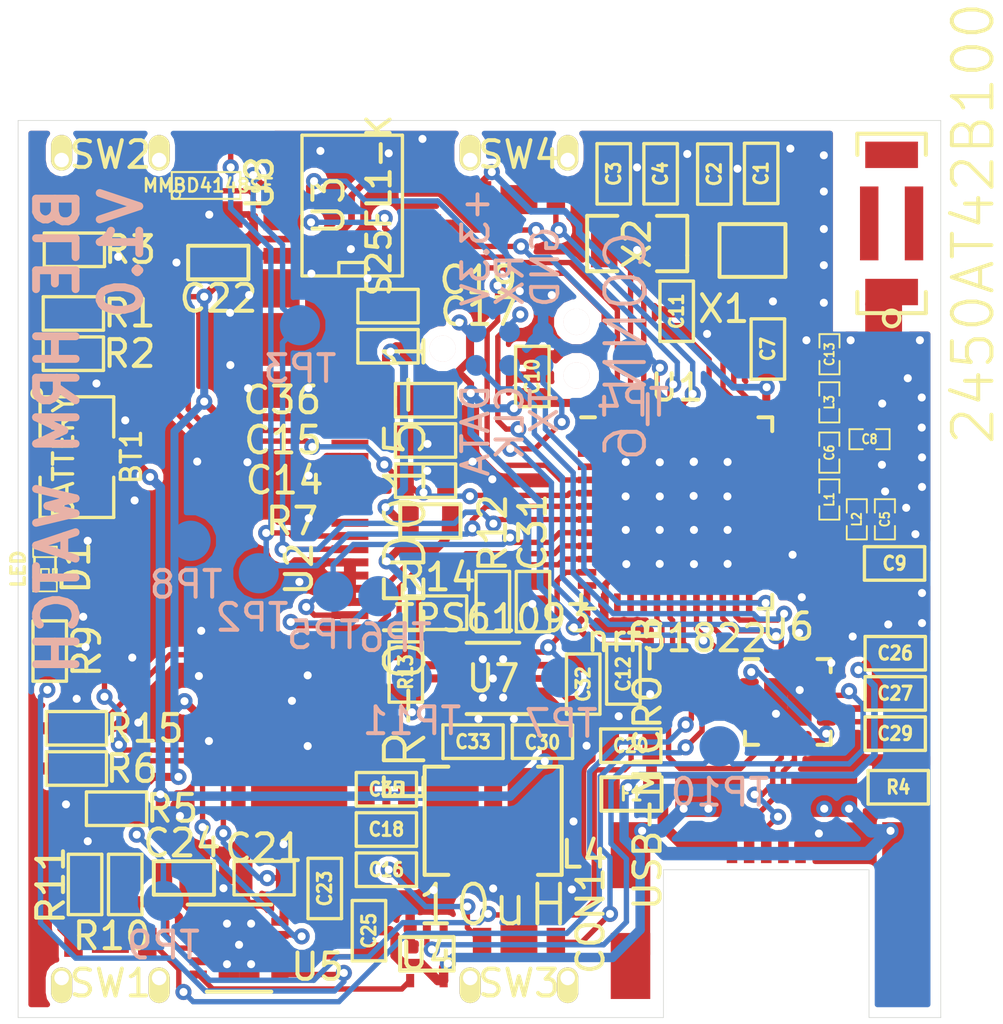
<source format=kicad_pcb>
(kicad_pcb (version 4) (host pcbnew "(2014-12-03 BZR 5311)-product")
  (layers (0 F.Cu signal) (31 B.Cu signal) (34 B.Paste user) (35 F.Paste user) (36 B.SilkS user) (37 F.SilkS user) (38 B.Mask user) (39 F.Mask user) (44 Edge.Cuts user))
  (net 0 "")
  (net 1 "Net-(ANT1-Pad1)")
  (net 2 VBAT)
  (net 3 GND)
  (net 4 "Net-(C1-Pad1)")
  (net 5 "Net-(C2-Pad1)")
  (net 6 "Net-(C3-Pad1)")
  (net 7 "Net-(C4-Pad1)")
  (net 8 VDD_PA)
  (net 9 ANT2)
  (net 10 "Net-(C6-Pad2)")
  (net 11 "Net-(C9-Pad1)")
  (net 12 "Net-(C11-Pad1)")
  (net 13 "Net-(C14-Pad2)")
  (net 14 "Net-(C20-Pad1)")
  (net 15 /watch_usb_power/VBUS)
  (net 16 "Net-(C25-Pad1)")
  (net 17 "Net-(C31-Pad1)")
  (net 18 "Net-(C32-Pad1)")
  (net 19 "Net-(C32-Pad2)")
  (net 20 "Net-(C33-Pad2)")
  (net 21 12.5V)
  (net 22 "Net-(CON1-Pad6)")
  (net 23 "Net-(D1-Pad2)")
  (net 24 ANT1)
  (net 25 /SWDCLK)
  (net 26 MCU_TX)
  (net 27 /SWDIO)
  (net 28 MCU_RX)
  (net 29 "Net-(R3-Pad1)")
  (net 30 /watch_usb_power/~PWREN)
  (net 31 "Net-(R5-Pad2)")
  (net 32 "Net-(R9-Pad1)")
  (net 33 "Net-(R10-Pad1)")
  (net 34 "Net-(R13-Pad1)")
  (net 35 /SW1)
  (net 36 /SW2)
  (net 37 /SW3)
  (net 38 /SW4)
  (net 39 /MISO)
  (net 40 /CS_MEM)
  (net 41 /HOLD_MEM)
  (net 42 /WP_MEM)
  (net 43 MCU_RTS)
  (net 44 MCU_CTS)
  (net 45 /watch_usb_power/~SLEEP)
  (net 46 "Net-(U4-Pad4)")
  (net 47 +3.3V)
  (net 48 "Net-(C35-Pad1)")
  (net 49 "Net-(C36-Pad1)")
  (net 50 "Net-(R3-Pad2)")
  (net 51 "Net-(R15-Pad2)")
  (net 52 DISP_EN)
  (net 53 CS_DISP)
  (net 54 RST_DISP)
  (net 55 DC_DISP)
  (net 56 SCK)
  (net 57 MOSI)
  (net 58 "Net-(CON1-Pad2)")
  (net 59 "Net-(CON1-Pad3)")
  (net 60 /watch_usb_power/BOOST_SWITCH)
  (net 61 "Net-(C29-Pad1)")
  (net 62 "Net-(R13-Pad2)")
  (module ANTENNA_2.4GHz_SMD_2450AT42B100 (layer F.Cu) (at 93.1366 63.9024 270)
    (fp_text reference ANT1 hide)
    (fp_text value 2450AT42B100 (at 0 -3.1 270) (layer F.SilkS) (effects (font (size 1.5 1.5))))
    (pad 1 smd rect (at 2.6 0 270) (size 1 2) (layers F.Cu F.Paste F.Mask) (net 1 "Net-(ANT1-Pad1)"))
    (pad 2 smd rect (at -2.6 0 270) (size 1 2) (layers F.Cu F.Paste F.Mask))
    (pad 3 smd rect (at 0 0.85 270) (size 2.8 0.7) (layers F.Cu F.Paste F.Mask))
    (pad 4 smd rect (at 0 -0.85 270) (size 2.8 0.7) (layers F.Cu F.Paste F.Mask))
  )
  (module ER-OLED-CON30-BOTTOM-CONTACT (layer F.Cu) (at 72.588 77 270)
    (fp_text reference U2 (at 0 1.93 270) (layer F.SilkS))
    (fp_text value ER-OLED015-1 (at 0 -2.1 270) (layer F.SilkS) (effects (font (size 1.5 1.5))))
    (pad 1 smd rect (at -7.25 0 270) (size 0.3 1.4) (layers F.Cu F.Paste F.Mask) (net 3 GND))
    (pad 2 smd rect (at -6.75 0 270) (size 0.3 1.4) (layers F.Cu F.Paste F.Mask) (net 21 12.5V))
    (pad 3 smd rect (at -6.25 0 270) (size 0.3 1.4) (layers F.Cu F.Paste F.Mask) (net 49 "Net-(C36-Pad1)"))
    (pad 4 smd rect (at -5.75 0 270) (size 0.3 1.4) (layers F.Cu F.Paste F.Mask) (net 47 +3.3V))
    (pad 5 smd rect (at -5.25 0 270) (size 0.3 1.4) (layers F.Cu F.Paste F.Mask) (net 29 "Net-(R3-Pad1)"))
    (pad 6 smd rect (at -4.75 0 270) (size 0.3 1.4) (layers F.Cu F.Paste F.Mask))
    (pad 7 smd rect (at -4.25 0 270) (size 0.3 1.4) (layers F.Cu F.Paste F.Mask) (net 3 GND))
    (pad 8 smd rect (at -3.75 0 270) (size 0.3 1.4) (layers F.Cu F.Paste F.Mask) (net 3 GND))
    (pad 9 smd rect (at -3.25 0 270) (size 0.3 1.4) (layers F.Cu F.Paste F.Mask) (net 3 GND))
    (pad 10 smd rect (at -2.75 0 270) (size 0.3 1.4) (layers F.Cu F.Paste F.Mask) (net 3 GND))
    (pad 11 smd rect (at -2.25 0 270) (size 0.3 1.4) (layers F.Cu F.Paste F.Mask) (net 3 GND))
    (pad 12 smd rect (at -1.75 0 270) (size 0.3 1.4) (layers F.Cu F.Paste F.Mask))
    (pad 13 smd rect (at -1.25 0 270) (size 0.3 1.4) (layers F.Cu F.Paste F.Mask) (net 57 MOSI))
    (pad 14 smd rect (at -0.75 0 270) (size 0.3 1.4) (layers F.Cu F.Paste F.Mask) (net 56 SCK))
    (pad 15 smd rect (at -0.25 0 270) (size 0.3 1.4) (layers F.Cu F.Paste F.Mask) (net 3 GND))
    (pad 16 smd rect (at 0.25 0 270) (size 0.3 1.4) (layers F.Cu F.Paste F.Mask) (net 3 GND))
    (pad 17 smd rect (at 0.75 0 270) (size 0.3 1.4) (layers F.Cu F.Paste F.Mask) (net 3 GND))
    (pad 18 smd rect (at 1.25 0 270) (size 0.3 1.4) (layers F.Cu F.Paste F.Mask) (net 3 GND))
    (pad 19 smd rect (at 1.75 0 270) (size 0.3 1.4) (layers F.Cu F.Paste F.Mask) (net 54 RST_DISP))
    (pad 20 smd rect (at 2.25 0 270) (size 0.3 1.4) (layers F.Cu F.Paste F.Mask) (net 55 DC_DISP))
    (pad 21 smd rect (at 2.75 0 270) (size 0.3 1.4) (layers F.Cu F.Paste F.Mask) (net 53 CS_DISP))
    (pad 22 smd rect (at 3.25 0 270) (size 0.3 1.4) (layers F.Cu F.Paste F.Mask) (net 51 "Net-(R15-Pad2)"))
    (pad 23 smd rect (at 3.75 0 270) (size 0.3 1.4) (layers F.Cu F.Paste F.Mask))
    (pad 24 smd rect (at 4.25 0 270) (size 0.3 1.4) (layers F.Cu F.Paste F.Mask))
    (pad "" smd rect (at 9.025 0.9 270) (size 2.65 1.6) (layers F.Cu F.Paste F.Mask))
    (pad "" smd rect (at -9.025 0.9 270) (size 2.65 1.6) (layers F.Cu F.Paste F.Mask))
    (pad "" smd rect (at 8.7 2.25 270) (size 2 3) (layers F.Cu F.Paste F.Mask))
    (pad "" smd rect (at -8.7 2.25 270) (size 2 3) (layers F.Cu F.Paste F.Mask))
    (pad 25 smd rect (at 4.75 0 270) (size 0.3 1.4) (layers F.Cu F.Paste F.Mask))
    (pad 26 smd rect (at 5.25 0 270) (size 0.3 1.4) (layers F.Cu F.Paste F.Mask) (net 48 "Net-(C35-Pad1)"))
    (pad 27 smd rect (at 5.75 0 270) (size 0.3 1.4) (layers F.Cu F.Paste F.Mask) (net 47 +3.3V))
    (pad 28 smd rect (at 6.25 0 270) (size 0.3 1.4) (layers F.Cu F.Paste F.Mask) (net 3 GND))
    (pad 29 smd rect (at 6.75 0 270) (size 0.3 1.4) (layers F.Cu F.Paste F.Mask))
    (pad 30 smd rect (at 7.25 0 270) (size 0.3 1.4) (layers F.Cu F.Paste F.Mask) (net 3 GND))
  )
  (module Omat:4012-Metric-Handsolder (layer F.Cu) (at 78.020523 86.542157 180)
    (fp_text reference L4 (at -3.449477 -1.277843 360) (layer F.SilkS) (effects (font (size 1.016 1.016) (thickness 0.1524))))
    (fp_text value 10uH (at 0 -3.2 180) (layer F.SilkS) (effects (font (size 1.5 1.5))))
    (pad 1 smd rect (at -1.55 0 180) (size 2 4) (layers F.Cu F.Paste F.Mask) (net 2 VBAT))
    (pad 2 smd rect (at 1.55 0 180) (size 2 4) (layers F.Cu F.Paste F.Mask) (net 60 /watch_usb_power/BOOST_SWITCH))
  )
  (module Omat:USB_MICRO_B_FEMALE_MIDMOUNT (layer F.Cu) (at 88.3812 88.3972 90)
    (fp_text reference CON1 (at -1.9328 -6.6612 90) (layer F.SilkS))
    (fp_text value USB-MICRO-B (at 4.05 -4.5 270) (layer F.SilkS))
    (pad 6 smd rect (at 2.75 -2.2 90) (size 1.5 2.5) (layers F.Cu F.Paste F.Mask) (net 22 "Net-(CON1-Pad6)"))
    (pad 6 smd rect (at 0.55 5.15 90) (size 2.5 1.5) (layers F.Cu F.Paste F.Mask) (net 22 "Net-(CON1-Pad6)"))
    (pad 6 smd rect (at -3.65 5.15 90) (size 2.5 1.5) (layers F.Cu F.Paste F.Mask) (net 22 "Net-(CON1-Pad6)"))
    (pad 1 smd rect (at 0.875 -1.3 90) (size 1.25 0.4) (layers F.Cu F.Paste F.Mask) (net 14 "Net-(C20-Pad1)"))
    (pad 2 smd rect (at 0.875 -0.65 90) (size 1.25 0.4) (layers F.Cu F.Paste F.Mask) (net 58 "Net-(CON1-Pad2)"))
    (pad 3 smd rect (at 0.875 0 90) (size 1.25 0.4) (layers F.Cu F.Paste F.Mask) (net 59 "Net-(CON1-Pad3)"))
    (pad 4 smd rect (at 0.875 0.65 90) (size 1.25 0.4) (layers F.Cu F.Paste F.Mask))
    (pad 5 smd rect (at 0.875 1.3 90) (size 1.25 0.4) (layers F.Cu F.Paste F.Mask) (net 3 GND))
    (pad 6 smd rect (at -3.65 -5.15 90) (size 2.5 1.5) (layers F.Cu F.Paste F.Mask) (net 22 "Net-(CON1-Pad6)"))
    (pad 6 smd rect (at 0.55 -5.15 90) (size 2.5 1.5) (layers F.Cu F.Paste F.Mask) (net 22 "Net-(CON1-Pad6)"))
    (pad 6 smd rect (at 2.75 2.2 90) (size 1.5 2.5) (layers F.Cu F.Paste F.Mask) (net 22 "Net-(CON1-Pad6)"))
  )
  (module SMD_Packages:SMD-1210 (layer F.Cu) (at 62.23 72.76 270)
    (fp_text reference BT1 (at -0.0108 -2.0645 270) (layer F.SilkS) (effects (font (size 0.762 0.762) (thickness 0.127))))
    (fp_text value BATTERY (at 0 0.508 270) (layer F.SilkS) (effects (font (size 0.762 0.762) (thickness 0.127))))
    (pad 1 smd rect (at -1.524 0 270) (size 1.27 2.54) (layers F.Cu F.Paste F.Mask) (net 2 VBAT))
    (pad 2 smd rect (at 1.524 0 270) (size 1.27 2.54) (layers F.Cu F.Paste F.Mask) (net 3 GND))
  )
  (module SMD_Packages:SMD-0603 (layer F.Cu) (at 88.18868 62.00756 90)
    (fp_text reference C1 (at 0 0 90) (layer F.SilkS) (effects (font (size 0.508 0.4572) (thickness 0.1143))))
    (fp_text value 12p hide)
    (pad 1 smd rect (at -0.762 0 90) (size 0.635 1.143) (layers F.Cu F.Paste F.Mask) (net 4 "Net-(C1-Pad1)"))
    (pad 2 smd rect (at 0.762 0 90) (size 0.635 1.143) (layers F.Cu F.Paste F.Mask) (net 3 GND))
  )
  (module SMD_Packages:SMD-0603 (layer F.Cu) (at 86.41068 62.03296 90)
    (fp_text reference C2 (at 0 0 90) (layer F.SilkS) (effects (font (size 0.508 0.4572) (thickness 0.1143))))
    (fp_text value 12p hide)
    (pad 1 smd rect (at -0.762 0 90) (size 0.635 1.143) (layers F.Cu F.Paste F.Mask) (net 5 "Net-(C2-Pad1)"))
    (pad 2 smd rect (at 0.762 0 90) (size 0.635 1.143) (layers F.Cu F.Paste F.Mask) (net 3 GND))
  )
  (module SMD_Packages:SMD-0603 (layer F.Cu) (at 82.5956 62.0228 90)
    (fp_text reference C3 (at 0 0 90) (layer F.SilkS) (effects (font (size 0.508 0.4572) (thickness 0.1143))))
    (fp_text value 12p hide)
    (pad 1 smd rect (at -0.762 0 90) (size 0.635 1.143) (layers F.Cu F.Paste F.Mask) (net 6 "Net-(C3-Pad1)"))
    (pad 2 smd rect (at 0.762 0 90) (size 0.635 1.143) (layers F.Cu F.Paste F.Mask) (net 3 GND))
  )
  (module SMD_Packages:SMD-0603 (layer F.Cu) (at 84.3736 62.0228 90)
    (fp_text reference C4 (at 0 0 90) (layer F.SilkS) (effects (font (size 0.508 0.4572) (thickness 0.1143))))
    (fp_text value 12p hide)
    (pad 1 smd rect (at -0.762 0 90) (size 0.635 1.143) (layers F.Cu F.Paste F.Mask) (net 7 "Net-(C4-Pad1)"))
    (pad 2 smd rect (at 0.762 0 90) (size 0.635 1.143) (layers F.Cu F.Paste F.Mask) (net 3 GND))
  )
  (module SMD_Packages:SMD-0402 (layer F.Cu) (at 92.8826 75.1165 90)
    (fp_text reference C5 (at 0 0 90) (layer F.SilkS) (effects (font (size 0.35052 0.3048) (thickness 0.07112))))
    (fp_text value 2200p hide)
    (pad 1 smd rect (at -0.44958 0 90) (size 0.39878 0.59944) (layers F.Cu F.Paste F.Mask) (net 8 VDD_PA))
    (pad 2 smd rect (at 0.44958 0 90) (size 0.39878 0.59944) (layers F.Cu F.Paste F.Mask) (net 3 GND))
  )
  (module SMD_Packages:SMD-0402 (layer F.Cu) (at 90.7744 72.5892 90)
    (fp_text reference C6 (at 0 0 90) (layer F.SilkS) (effects (font (size 0.35052 0.3048) (thickness 0.07112))))
    (fp_text value 2.2p hide)
    (pad 1 smd rect (at -0.44958 0 90) (size 0.39878 0.59944) (layers F.Cu F.Paste F.Mask) (net 9 ANT2))
    (pad 2 smd rect (at 0.44958 0 90) (size 0.39878 0.59944) (layers F.Cu F.Paste F.Mask) (net 10 "Net-(C6-Pad2)"))
  )
  (module SMD_Packages:SMD-0603 (layer F.Cu) (at 88.44268 68.66236 90)
    (fp_text reference C7 (at 0 0 90) (layer F.SilkS) (effects (font (size 0.508 0.4572) (thickness 0.1143))))
    (fp_text value 1000p hide)
    (pad 1 smd rect (at -0.762 0 90) (size 0.635 1.143) (layers F.Cu F.Paste F.Mask) (net 47 +3.3V))
    (pad 2 smd rect (at 0.762 0 90) (size 0.635 1.143) (layers F.Cu F.Paste F.Mask) (net 3 GND))
  )
  (module SMD_Packages:SMD-0402 (layer F.Cu) (at 92.2984 72.0812 180)
    (fp_text reference C8 (at 0 0 180) (layer F.SilkS) (effects (font (size 0.35052 0.3048) (thickness 0.07112))))
    (fp_text value 1p hide)
    (pad 1 smd rect (at -0.44958 0 180) (size 0.39878 0.59944) (layers F.Cu F.Paste F.Mask) (net 3 GND))
    (pad 2 smd rect (at 0.44958 0 180) (size 0.39878 0.59944) (layers F.Cu F.Paste F.Mask) (net 10 "Net-(C6-Pad2)"))
  )
  (module SMD_Packages:SMD-0603 (layer F.Cu) (at 93.2486 76.7894)
    (fp_text reference C9 (at 0 0) (layer F.SilkS) (effects (font (size 0.508 0.4572) (thickness 0.1143))))
    (fp_text value 0.047u hide)
    (pad 1 smd rect (at -0.762 0) (size 0.635 1.143) (layers F.Cu F.Paste F.Mask) (net 11 "Net-(C9-Pad1)"))
    (pad 2 smd rect (at 0.762 0) (size 0.635 1.143) (layers F.Cu F.Paste F.Mask) (net 3 GND))
  )
  (module SMD_Packages:SMD-0603 (layer F.Cu) (at 79.5072 69.7028 270)
    (fp_text reference C10 (at 0 0 270) (layer F.SilkS) (effects (font (size 0.508 0.4572) (thickness 0.1143))))
    (fp_text value 0.1u hide)
    (pad 1 smd rect (at -0.762 0 270) (size 0.635 1.143) (layers F.Cu F.Paste F.Mask) (net 3 GND))
    (pad 2 smd rect (at 0.762 0 270) (size 0.635 1.143) (layers F.Cu F.Paste F.Mask) (net 47 +3.3V))
  )
  (module SMD_Packages:SMD-0603 (layer F.Cu) (at 84.9832 67.2298 90)
    (fp_text reference C11 (at 0 0 90) (layer F.SilkS) (effects (font (size 0.508 0.4572) (thickness 0.1143))))
    (fp_text value 0.1u hide)
    (pad 1 smd rect (at -0.762 0 90) (size 0.635 1.143) (layers F.Cu F.Paste F.Mask) (net 12 "Net-(C11-Pad1)"))
    (pad 2 smd rect (at 0.762 0 90) (size 0.635 1.143) (layers F.Cu F.Paste F.Mask) (net 3 GND))
  )
  (module SMD_Packages:SMD-0603 (layer F.Cu) (at 82.9616 80.9804 90)
    (fp_text reference C12 (at 0 0 90) (layer F.SilkS) (effects (font (size 0.508 0.4572) (thickness 0.1143))))
    (fp_text value 0.1u hide)
    (pad 1 smd rect (at -0.762 0 90) (size 0.635 1.143) (layers F.Cu F.Paste F.Mask) (net 3 GND))
    (pad 2 smd rect (at 0.762 0 90) (size 0.635 1.143) (layers F.Cu F.Paste F.Mask) (net 47 +3.3V))
  )
  (module SMD_Packages:SMD-0402 (layer F.Cu) (at 90.78 68.86 270)
    (fp_text reference C13 (at 0 0 270) (layer F.SilkS) (effects (font (size 0.35052 0.3048) (thickness 0.07112))))
    (fp_text value 1.5p hide)
    (pad 1 smd rect (at -0.44958 0 270) (size 0.39878 0.59944) (layers F.Cu F.Paste F.Mask) (net 3 GND))
    (pad 2 smd rect (at 0.44958 0 270) (size 0.39878 0.59944) (layers F.Cu F.Paste F.Mask) (net 1 "Net-(ANT1-Pad1)"))
  )
  (module SMD_Packages:SMD-0603 (layer F.Cu) (at 75.4559 73.6525 180)
    (fp_text reference C14 (at 5.3459 0.0125 180) (layer F.SilkS) (effects (font (size 1.016 1.016) (thickness 0.1524))))
    (fp_text value 0.022u hide)
    (pad 1 smd rect (at -0.762 0 180) (size 0.635 1.143) (layers F.Cu F.Paste F.Mask) (net 3 GND))
    (pad 2 smd rect (at 0.762 0 180) (size 0.635 1.143) (layers F.Cu F.Paste F.Mask) (net 13 "Net-(C14-Pad2)"))
  )
  (module SMD_Packages:SMD-0603 (layer F.Cu) (at 75.4559 72.1285)
    (fp_text reference C15 (at -5.4059 -0.0085) (layer F.SilkS) (effects (font (size 1.016 1.016) (thickness 0.1524))))
    (fp_text value 1u hide)
    (pad 1 smd rect (at -0.762 0) (size 0.635 1.143) (layers F.Cu F.Paste F.Mask) (net 47 +3.3V))
    (pad 2 smd rect (at 0.762 0) (size 0.635 1.143) (layers F.Cu F.Paste F.Mask) (net 3 GND))
  )
  (module SMD_Packages:SMD-0603 (layer F.Cu) (at 73.97 88.3972 180)
    (fp_text reference C16 (at 0 -0.0028 180) (layer F.SilkS) (effects (font (size 0.508 0.4572) (thickness 0.1143))))
    (fp_text value 10u hide)
    (pad 1 smd rect (at -0.762 0 180) (size 0.635 1.143) (layers F.Cu F.Paste F.Mask) (net 47 +3.3V))
    (pad 2 smd rect (at 0.762 0 180) (size 0.635 1.143) (layers F.Cu F.Paste F.Mask) (net 3 GND))
  )
  (module SMD_Packages:SMD-0603 (layer F.Cu) (at 74.0335 68.5598 180)
    (fp_text reference C17 (at -3.4565 1.3098 180) (layer F.SilkS) (effects (font (size 1.016 1.016) (thickness 0.1524))))
    (fp_text value 10u hide)
    (pad 1 smd rect (at -0.762 0 180) (size 0.635 1.143) (layers F.Cu F.Paste F.Mask) (net 21 12.5V))
    (pad 2 smd rect (at 0.762 0 180) (size 0.635 1.143) (layers F.Cu F.Paste F.Mask) (net 3 GND))
  )
  (module SMD_Packages:SMD-0603 (layer F.Cu) (at 73.97 86.8732 180)
    (fp_text reference C18 (at 0 0.0032 180) (layer F.SilkS) (effects (font (size 0.508 0.4572) (thickness 0.1143))))
    (fp_text value 0.1u hide)
    (pad 1 smd rect (at -0.762 0 180) (size 0.635 1.143) (layers F.Cu F.Paste F.Mask) (net 47 +3.3V))
    (pad 2 smd rect (at 0.762 0 180) (size 0.635 1.143) (layers F.Cu F.Paste F.Mask) (net 3 GND))
  )
  (module SMD_Packages:SMD-0603 (layer F.Cu) (at 74.0335 67.0358 180)
    (fp_text reference C19 (at -3.4265 0.9858 180) (layer F.SilkS) (effects (font (size 1.016 1.016) (thickness 0.1524))))
    (fp_text value 0.1u hide)
    (pad 1 smd rect (at -0.762 0 180) (size 0.635 1.143) (layers F.Cu F.Paste F.Mask) (net 21 12.5V))
    (pad 2 smd rect (at 0.762 0 180) (size 0.635 1.143) (layers F.Cu F.Paste F.Mask) (net 3 GND))
  )
  (module SMD_Packages:SMD-0603 (layer F.Cu) (at 83.241 83.6982 180)
    (fp_text reference C20 (at 0 0 180) (layer F.SilkS) (effects (font (size 0.508 0.4572) (thickness 0.1143))))
    (fp_text value 0.01u hide)
    (pad 1 smd rect (at -0.762 0 180) (size 0.635 1.143) (layers F.Cu F.Paste F.Mask) (net 14 "Net-(C20-Pad1)"))
    (pad 2 smd rect (at 0.762 0 180) (size 0.635 1.143) (layers F.Cu F.Paste F.Mask) (net 3 GND))
  )
  (module SMD_Packages:SMD-0603 (layer F.Cu) (at 69.3345 88.7147 180)
    (fp_text reference C21 (at 0.0045 1.1447 180) (layer F.SilkS) (effects (font (size 1.016 1.016) (thickness 0.1524))))
    (fp_text value 1u hide)
    (pad 1 smd rect (at -0.762 0 180) (size 0.635 1.143) (layers F.Cu F.Paste F.Mask) (net 15 /watch_usb_power/VBUS))
    (pad 2 smd rect (at 0.762 0 180) (size 0.635 1.143) (layers F.Cu F.Paste F.Mask) (net 3 GND))
  )
  (module SMD_Packages:SMD-0603 (layer F.Cu) (at 71.6332 89.1084 90)
    (fp_text reference C23 (at -0.0016 -0.0032 90) (layer F.SilkS) (effects (font (size 0.508 0.4572) (thickness 0.1143))))
    (fp_text value 0.1u hide)
    (pad 1 smd rect (at -0.762 0 90) (size 0.635 1.143) (layers F.Cu F.Paste F.Mask) (net 15 /watch_usb_power/VBUS))
    (pad 2 smd rect (at 0.762 0 90) (size 0.635 1.143) (layers F.Cu F.Paste F.Mask) (net 3 GND))
  )
  (module SMD_Packages:SMD-0603 (layer F.Cu) (at 73.3096 90.7086 90)
    (fp_text reference C25 (at -0.0014 0.0004 90) (layer F.SilkS) (effects (font (size 0.508 0.4572) (thickness 0.1143))))
    (fp_text value 0.1u hide)
    (pad 1 smd rect (at -0.762 0 90) (size 0.635 1.143) (layers F.Cu F.Paste F.Mask) (net 16 "Net-(C25-Pad1)"))
    (pad 2 smd rect (at 0.762 0 90) (size 0.635 1.143) (layers F.Cu F.Paste F.Mask) (net 3 GND))
  )
  (module SMD_Packages:SMD-0603 (layer F.Cu) (at 93.274 80.193)
    (fp_text reference C26 (at 0 0) (layer F.SilkS) (effects (font (size 0.508 0.4572) (thickness 0.1143))))
    (fp_text value 0.1u hide)
    (pad 1 smd rect (at -0.762 0) (size 0.635 1.143) (layers F.Cu F.Paste F.Mask) (net 15 /watch_usb_power/VBUS))
    (pad 2 smd rect (at 0.762 0) (size 0.635 1.143) (layers F.Cu F.Paste F.Mask) (net 3 GND))
  )
  (module SMD_Packages:SMD-0603 (layer F.Cu) (at 93.274 81.717)
    (fp_text reference C27 (at 0 0) (layer F.SilkS) (effects (font (size 0.508 0.4572) (thickness 0.1143))))
    (fp_text value 0.1u hide)
    (pad 1 smd rect (at -0.762 0) (size 0.635 1.143) (layers F.Cu F.Paste F.Mask) (net 15 /watch_usb_power/VBUS))
    (pad 2 smd rect (at 0.762 0) (size 0.635 1.143) (layers F.Cu F.Paste F.Mask) (net 3 GND))
  )
  (module SMD_Packages:SMD-0603 (layer F.Cu) (at 93.274 83.241)
    (fp_text reference C29 (at 0 0) (layer F.SilkS) (effects (font (size 0.508 0.4572) (thickness 0.1143))))
    (fp_text value 0.1u hide)
    (pad 1 smd rect (at -0.762 0) (size 0.635 1.143) (layers F.Cu F.Paste F.Mask) (net 61 "Net-(C29-Pad1)"))
    (pad 2 smd rect (at 0.762 0) (size 0.635 1.143) (layers F.Cu F.Paste F.Mask) (net 3 GND))
  )
  (module SMD_Packages:SMD-0603 (layer F.Cu) (at 79.8908 83.5436 180)
    (fp_text reference C30 (at 0.0008 -0.0364 180) (layer F.SilkS) (effects (font (size 0.508 0.4572) (thickness 0.1143))))
    (fp_text value 4.7u hide)
    (pad 1 smd rect (at -0.762 0 180) (size 0.635 1.143) (layers F.Cu F.Paste F.Mask) (net 2 VBAT))
    (pad 2 smd rect (at 0.762 0 180) (size 0.635 1.143) (layers F.Cu F.Paste F.Mask) (net 3 GND))
  )
  (module SMD_Packages:SMD-0603 (layer F.Cu) (at 79.532937 78.236105 270)
    (fp_text reference C31 (at -2.626105 0.012937 270) (layer F.SilkS) (effects (font (size 1.016 1.016) (thickness 0.1524))))
    (fp_text value 1u hide)
    (pad 1 smd rect (at -0.762 0 270) (size 0.635 1.143) (layers F.Cu F.Paste F.Mask) (net 17 "Net-(C31-Pad1)"))
    (pad 2 smd rect (at 0.762 0 270) (size 0.635 1.143) (layers F.Cu F.Paste F.Mask) (net 3 GND))
  )
  (module SMD_Packages:SMD-0603 (layer F.Cu) (at 81.4376 81.3614 270)
    (fp_text reference C32 (at 0 0 270) (layer F.SilkS) (effects (font (size 0.508 0.4572) (thickness 0.1143))))
    (fp_text value 0.1u hide)
    (pad 1 smd rect (at -0.762 0 270) (size 0.635 1.143) (layers F.Cu F.Paste F.Mask) (net 18 "Net-(C32-Pad1)"))
    (pad 2 smd rect (at 0.762 0 270) (size 0.635 1.143) (layers F.Cu F.Paste F.Mask) (net 19 "Net-(C32-Pad2)"))
  )
  (module SMD_Packages:SMD-0603 (layer F.Cu) (at 77.258522 83.544958 180)
    (fp_text reference C33 (at -0.001478 -0.005042 180) (layer F.SilkS) (effects (font (size 0.508 0.4572) (thickness 0.1143))))
    (fp_text value 0.1u hide)
    (pad 1 smd rect (at -0.762 0 180) (size 0.635 1.143) (layers F.Cu F.Paste F.Mask) (net 3 GND))
    (pad 2 smd rect (at 0.762 0 180) (size 0.635 1.143) (layers F.Cu F.Paste F.Mask) (net 20 "Net-(C33-Pad2)"))
  )
  (module LEDs:LED-0603 (layer F.Cu) (at 61.02 77 270)
    (fp_text reference D1 (at -0.06 -1.18 270) (layer F.SilkS) (effects (font (size 1.016 1.016) (thickness 0.1524))))
    (fp_text value LED (at 0 1.016 270) (layer F.SilkS) (effects (font (size 0.508 0.508) (thickness 0.127))))
    (pad 1 smd rect (at -0.7493 0 270) (size 0.79756 0.79756) (layers F.Cu F.Paste F.Mask) (net 15 /watch_usb_power/VBUS))
    (pad 2 smd rect (at 0.7493 0 270) (size 0.79756 0.79756) (layers F.Cu F.Paste F.Mask) (net 23 "Net-(D1-Pad2)"))
  )
  (module SMD_Packages:SMD-0402 (layer F.Cu) (at 90.7744 74.3672 90)
    (fp_text reference L1 (at 0 0 90) (layer F.SilkS) (effects (font (size 0.35052 0.3048) (thickness 0.07112))))
    (fp_text value 4.7n hide)
    (pad 1 smd rect (at -0.44958 0 90) (size 0.39878 0.59944) (layers F.Cu F.Paste F.Mask) (net 24 ANT1))
    (pad 2 smd rect (at 0.44958 0 90) (size 0.39878 0.59944) (layers F.Cu F.Paste F.Mask) (net 9 ANT2))
  )
  (module SMD_Packages:SMD-0402 (layer F.Cu) (at 91.8158 75.1165 90)
    (fp_text reference L2 (at 0 0 90) (layer F.SilkS) (effects (font (size 0.35052 0.3048) (thickness 0.07112))))
    (fp_text value 10n hide)
    (pad 1 smd rect (at -0.44958 0 90) (size 0.39878 0.59944) (layers F.Cu F.Paste F.Mask) (net 8 VDD_PA))
    (pad 2 smd rect (at 0.44958 0 90) (size 0.39878 0.59944) (layers F.Cu F.Paste F.Mask) (net 24 ANT1))
  )
  (module SMD_Packages:SMD-0402 (layer F.Cu) (at 90.7744 70.6842 90)
    (fp_text reference L3 (at 0 0 90) (layer F.SilkS) (effects (font (size 0.35052 0.3048) (thickness 0.07112))))
    (fp_text value 3.3n hide)
    (pad 1 smd rect (at -0.44958 0 90) (size 0.39878 0.59944) (layers F.Cu F.Paste F.Mask) (net 10 "Net-(C6-Pad2)"))
    (pad 2 smd rect (at 0.44958 0 90) (size 0.39878 0.59944) (layers F.Cu F.Paste F.Mask) (net 1 "Net-(ANT1-Pad1)"))
  )
  (module SMD_Packages:SMD-0603 (layer F.Cu) (at 62.0955 67.3152)
    (fp_text reference R1 (at 2.1245 -0.0052) (layer F.SilkS) (effects (font (size 1.016 1.016) (thickness 0.1524))))
    (fp_text value 10M hide)
    (pad 1 smd rect (at -0.762 0) (size 0.635 1.143) (layers F.Cu F.Paste F.Mask) (net 2 VBAT))
    (pad 2 smd rect (at 0.762 0) (size 0.635 1.143) (layers F.Cu F.Paste F.Mask) (net 13 "Net-(C14-Pad2)"))
  )
  (module SMD_Packages:SMD-0603 (layer F.Cu) (at 62.0955 68.8392 180)
    (fp_text reference R2 (at -2.1245 -0.0008 180) (layer F.SilkS) (effects (font (size 1.016 1.016) (thickness 0.1524))))
    (fp_text value 2.2M hide)
    (pad 1 smd rect (at -0.762 0 180) (size 0.635 1.143) (layers F.Cu F.Paste F.Mask) (net 13 "Net-(C14-Pad2)"))
    (pad 2 smd rect (at 0.762 0 180) (size 0.635 1.143) (layers F.Cu F.Paste F.Mask) (net 3 GND))
  )
  (module SMD_Packages:SMD-0603 (layer F.Cu) (at 62.1336 64.9022)
    (fp_text reference R3 (at 2.1064 -0.0022) (layer F.SilkS) (effects (font (size 1.016 1.016) (thickness 0.1524))))
    (fp_text value 50R hide)
    (pad 1 smd rect (at -0.762 0) (size 0.635 1.143) (layers F.Cu F.Paste F.Mask) (net 29 "Net-(R3-Pad1)"))
    (pad 2 smd rect (at 0.762 0) (size 0.635 1.143) (layers F.Cu F.Paste F.Mask) (net 50 "Net-(R3-Pad2)"))
  )
  (module SMD_Packages:SMD-0603 (layer F.Cu) (at 93.3883 85.273)
    (fp_text reference R4 (at 0 0) (layer F.SilkS) (effects (font (size 0.508 0.4572) (thickness 0.1143))))
    (fp_text value 0 hide)
    (pad 1 smd rect (at -0.762 0) (size 0.635 1.143) (layers F.Cu F.Paste F.Mask) (net 3 GND))
    (pad 2 smd rect (at 0.762 0) (size 0.635 1.143) (layers F.Cu F.Paste F.Mask) (net 22 "Net-(CON1-Pad6)"))
  )
  (module SMD_Packages:SMD-0603 (layer F.Cu) (at 63.7338 86.0858 180)
    (fp_text reference R5 (at -2.1062 0.0058 180) (layer F.SilkS) (effects (font (size 1.016 1.016) (thickness 0.1524))))
    (fp_text value 3k hide)
    (pad 1 smd rect (at -0.762 0 180) (size 0.635 1.143) (layers F.Cu F.Paste F.Mask) (net 30 /watch_usb_power/~PWREN))
    (pad 2 smd rect (at 0.762 0 180) (size 0.635 1.143) (layers F.Cu F.Paste F.Mask) (net 31 "Net-(R5-Pad2)"))
  )
  (module SMD_Packages:SMD-0603 (layer F.Cu) (at 62.2098 84.5618)
    (fp_text reference R6 (at 2.1002 0.0082) (layer F.SilkS) (effects (font (size 1.016 1.016) (thickness 0.1524))))
    (fp_text value 6k25 hide)
    (pad 1 smd rect (at -0.762 0) (size 0.635 1.143) (layers F.Cu F.Paste F.Mask) (net 3 GND))
    (pad 2 smd rect (at 0.762 0) (size 0.635 1.143) (layers F.Cu F.Paste F.Mask) (net 31 "Net-(R5-Pad2)"))
  )
  (module SMD_Packages:SMD-0603 (layer F.Cu) (at 61.2 80.11 90)
    (fp_text reference R9 (at 0 1.41 90) (layer F.SilkS) (effects (font (size 1.016 1.016) (thickness 0.1524))))
    (fp_text value 1K hide)
    (pad 1 smd rect (at -0.762 0 90) (size 0.635 1.143) (layers F.Cu F.Paste F.Mask) (net 32 "Net-(R9-Pad1)"))
    (pad 2 smd rect (at 0.762 0 90) (size 0.635 1.143) (layers F.Cu F.Paste F.Mask) (net 23 "Net-(D1-Pad2)"))
  )
  (module SMD_Packages:SMD-0603 (layer F.Cu) (at 64.064 88.956 90)
    (fp_text reference R10 (at -1.954 -0.514 360) (layer F.SilkS) (effects (font (size 1.016 1.016) (thickness 0.1524))))
    (fp_text value 500k hide)
    (pad 1 smd rect (at -0.762 0 90) (size 0.635 1.143) (layers F.Cu F.Paste F.Mask) (net 33 "Net-(R10-Pad1)"))
    (pad 2 smd rect (at 0.762 0 90) (size 0.635 1.143) (layers F.Cu F.Paste F.Mask) (net 47 +3.3V))
  )
  (module SMD_Packages:SMD-0603 (layer F.Cu) (at 62.54 88.956 270)
    (fp_text reference R11 (at 0.024 1.3 270) (layer F.SilkS) (effects (font (size 1.016 1.016) (thickness 0.1524))))
    (fp_text value 160k hide)
    (pad 1 smd rect (at -0.762 0 270) (size 0.635 1.143) (layers F.Cu F.Paste F.Mask) (net 3 GND))
    (pad 2 smd rect (at 0.762 0 270) (size 0.635 1.143) (layers F.Cu F.Paste F.Mask) (net 33 "Net-(R10-Pad1)"))
  )
  (module SMD_Packages:SMD-0603 (layer F.Cu) (at 78.008936 78.236105 90)
    (fp_text reference R12 (at 2.596105 0.001064 90) (layer F.SilkS) (effects (font (size 1.016 1.016) (thickness 0.1524))))
    (fp_text value 200k hide)
    (pad 1 smd rect (at -0.762 0 90) (size 0.635 1.143) (layers F.Cu F.Paste F.Mask) (net 3 GND))
    (pad 2 smd rect (at 0.762 0 90) (size 0.635 1.143) (layers F.Cu F.Paste F.Mask) (net 17 "Net-(C31-Pad1)"))
  )
  (module SMD_Packages:SMD-0603 (layer F.Cu) (at 74.7066 80.9042 270)
    (fp_text reference R13 (at 0 0 270) (layer F.SilkS) (effects (font (size 0.508 0.4572) (thickness 0.1143))))
    (fp_text value 240k hide)
    (pad 1 smd rect (at -0.762 0 270) (size 0.635 1.143) (layers F.Cu F.Paste F.Mask) (net 34 "Net-(R13-Pad1)"))
    (pad 2 smd rect (at 0.762 0 270) (size 0.635 1.143) (layers F.Cu F.Paste F.Mask) (net 62 "Net-(R13-Pad2)"))
  )
  (module SMD_Packages:SMD-0603 (layer F.Cu) (at 75.875 78.6563 180)
    (fp_text reference R14 (at -0.025 1.3463 180) (layer F.SilkS) (effects (font (size 1.016 1.016) (thickness 0.1524))))
    (fp_text value 10k hide)
    (pad 1 smd rect (at -0.762 0 180) (size 0.635 1.143) (layers F.Cu F.Paste F.Mask) (net 3 GND))
    (pad 2 smd rect (at 0.762 0 180) (size 0.635 1.143) (layers F.Cu F.Paste F.Mask) (net 34 "Net-(R13-Pad1)"))
  )
  (module Housings_DFN_QFN:QFN-48-1EP_7x7mm_Pitch0.5mm (layer F.Cu) (at 84.9832 74.8752)
    (fp_text reference U1 (at 0 -4.75) (layer F.SilkS))
    (fp_text value nrf51822 (at 0 4.75) (layer F.SilkS))
    (pad 1 smd rect (at -3.4 -2.75) (size 0.7 0.25) (layers F.Cu F.Paste F.Mask) (net 47 +3.3V))
    (pad 2 smd rect (at -3.4 -2.25) (size 0.7 0.25) (layers F.Cu F.Paste F.Mask))
    (pad 3 smd rect (at -3.4 -1.75) (size 0.7 0.25) (layers F.Cu F.Paste F.Mask))
    (pad 4 smd rect (at -3.4 -1.25) (size 0.7 0.25) (layers F.Cu F.Paste F.Mask) (net 36 /SW2))
    (pad 5 smd rect (at -3.4 -0.75) (size 0.7 0.25) (layers F.Cu F.Paste F.Mask) (net 13 "Net-(C14-Pad2)"))
    (pad 6 smd rect (at -3.4 -0.25) (size 0.7 0.25) (layers F.Cu F.Paste F.Mask) (net 57 MOSI))
    (pad 7 smd rect (at -3.4 0.25) (size 0.7 0.25) (layers F.Cu F.Paste F.Mask) (net 56 SCK))
    (pad 8 smd rect (at -3.4 0.75) (size 0.7 0.25) (layers F.Cu F.Paste F.Mask) (net 54 RST_DISP))
    (pad 9 smd rect (at -3.4 1.25) (size 0.7 0.25) (layers F.Cu F.Paste F.Mask) (net 55 DC_DISP))
    (pad 10 smd rect (at -3.4 1.75) (size 0.7 0.25) (layers F.Cu F.Paste F.Mask) (net 53 CS_DISP))
    (pad 11 smd rect (at -3.4 2.25) (size 0.7 0.25) (layers F.Cu F.Paste F.Mask) (net 52 DISP_EN))
    (pad 12 smd rect (at -3.4 2.75) (size 0.7 0.25) (layers F.Cu F.Paste F.Mask) (net 47 +3.3V))
    (pad 13 smd rect (at -2.75 3.4 90) (size 0.7 0.25) (layers F.Cu F.Paste F.Mask) (net 3 GND))
    (pad 14 smd rect (at -2.25 3.4 90) (size 0.7 0.25) (layers F.Cu F.Paste F.Mask))
    (pad 15 smd rect (at -1.75 3.4 90) (size 0.7 0.25) (layers F.Cu F.Paste F.Mask))
    (pad 16 smd rect (at -1.25 3.4 90) (size 0.7 0.25) (layers F.Cu F.Paste F.Mask))
    (pad 17 smd rect (at -0.75 3.4 90) (size 0.7 0.25) (layers F.Cu F.Paste F.Mask) (net 35 /SW1))
    (pad 18 smd rect (at -0.25 3.4 90) (size 0.7 0.25) (layers F.Cu F.Paste F.Mask) (net 37 /SW3))
    (pad 19 smd rect (at 0.25 3.4 90) (size 0.7 0.25) (layers F.Cu F.Paste F.Mask) (net 43 MCU_RTS))
    (pad 20 smd rect (at 0.75 3.4 90) (size 0.7 0.25) (layers F.Cu F.Paste F.Mask) (net 26 MCU_TX))
    (pad 21 smd rect (at 1.25 3.4 90) (size 0.7 0.25) (layers F.Cu F.Paste F.Mask) (net 44 MCU_CTS))
    (pad 22 smd rect (at 1.75 3.4 90) (size 0.7 0.25) (layers F.Cu F.Paste F.Mask) (net 28 MCU_RX))
    (pad 23 smd rect (at 2.25 3.4 90) (size 0.7 0.25) (layers F.Cu F.Paste F.Mask) (net 27 /SWDIO))
    (pad 24 smd rect (at 2.75 3.4 90) (size 0.7 0.25) (layers F.Cu F.Paste F.Mask) (net 25 /SWDCLK))
    (pad 25 smd rect (at 3.4 2.75) (size 0.7 0.25) (layers F.Cu F.Paste F.Mask))
    (pad 26 smd rect (at 3.4 2.25) (size 0.7 0.25) (layers F.Cu F.Paste F.Mask))
    (pad 27 smd rect (at 3.4 1.75) (size 0.7 0.25) (layers F.Cu F.Paste F.Mask))
    (pad 28 smd rect (at 3.4 1.25) (size 0.7 0.25) (layers F.Cu F.Paste F.Mask))
    (pad 29 smd rect (at 3.4 0.75) (size 0.7 0.25) (layers F.Cu F.Paste F.Mask) (net 11 "Net-(C9-Pad1)"))
    (pad 30 smd rect (at 3.4 0.25) (size 0.7 0.25) (layers F.Cu F.Paste F.Mask) (net 8 VDD_PA))
    (pad 31 smd rect (at 3.4 -0.25) (size 0.7 0.25) (layers F.Cu F.Paste F.Mask) (net 24 ANT1))
    (pad 32 smd rect (at 3.4 -0.75) (size 0.7 0.25) (layers F.Cu F.Paste F.Mask) (net 9 ANT2))
    (pad 33 smd rect (at 3.4 -1.25) (size 0.7 0.25) (layers F.Cu F.Paste F.Mask) (net 3 GND))
    (pad 34 smd rect (at 3.4 -1.75) (size 0.7 0.25) (layers F.Cu F.Paste F.Mask) (net 3 GND))
    (pad 35 smd rect (at 3.4 -2.25) (size 0.7 0.25) (layers F.Cu F.Paste F.Mask) (net 47 +3.3V))
    (pad 36 smd rect (at 3.4 -2.75) (size 0.7 0.25) (layers F.Cu F.Paste F.Mask) (net 47 +3.3V))
    (pad 37 smd rect (at 2.75 -3.4 90) (size 0.7 0.25) (layers F.Cu F.Paste F.Mask) (net 4 "Net-(C1-Pad1)"))
    (pad 38 smd rect (at 2.25 -3.4 90) (size 0.7 0.25) (layers F.Cu F.Paste F.Mask) (net 5 "Net-(C2-Pad1)"))
    (pad 39 smd rect (at 1.75 -3.4 90) (size 0.7 0.25) (layers F.Cu F.Paste F.Mask) (net 12 "Net-(C11-Pad1)"))
    (pad 40 smd rect (at 1.25 -3.4 90) (size 0.7 0.25) (layers F.Cu F.Paste F.Mask))
    (pad 41 smd rect (at 0.75 -3.4 90) (size 0.7 0.25) (layers F.Cu F.Paste F.Mask))
    (pad 42 smd rect (at 0.25 -3.4 90) (size 0.7 0.25) (layers F.Cu F.Paste F.Mask) (net 38 /SW4))
    (pad 43 smd rect (at -0.25 -3.4 90) (size 0.7 0.25) (layers F.Cu F.Paste F.Mask) (net 42 /WP_MEM))
    (pad 44 smd rect (at -0.75 -3.4 90) (size 0.7 0.25) (layers F.Cu F.Paste F.Mask) (net 39 /MISO))
    (pad 45 smd rect (at -1.25 -3.4 90) (size 0.7 0.25) (layers F.Cu F.Paste F.Mask) (net 7 "Net-(C4-Pad1)"))
    (pad 46 smd rect (at -1.75 -3.4 90) (size 0.7 0.25) (layers F.Cu F.Paste F.Mask) (net 6 "Net-(C3-Pad1)"))
    (pad 47 smd rect (at -2.25 -3.4 90) (size 0.7 0.25) (layers F.Cu F.Paste F.Mask) (net 41 /HOLD_MEM))
    (pad 48 smd rect (at -2.75 -3.4 90) (size 0.7 0.25) (layers F.Cu F.Paste F.Mask) (net 40 /CS_MEM))
    (pad 49 smd rect (at 1.93125 1.93125) (size 1.2875 1.2875) (layers F.Cu F.Paste F.Mask) (net 3 GND))
    (pad 49 smd rect (at 1.93125 0.64375) (size 1.2875 1.2875) (layers F.Cu F.Paste F.Mask) (net 3 GND))
    (pad 49 smd rect (at 1.93125 -0.64375) (size 1.2875 1.2875) (layers F.Cu F.Paste F.Mask) (net 3 GND))
    (pad 49 smd rect (at 1.93125 -1.93125) (size 1.2875 1.2875) (layers F.Cu F.Paste F.Mask) (net 3 GND))
    (pad 49 smd rect (at 0.64375 1.93125) (size 1.2875 1.2875) (layers F.Cu F.Paste F.Mask) (net 3 GND))
    (pad 49 smd rect (at 0.64375 0.64375) (size 1.2875 1.2875) (layers F.Cu F.Paste F.Mask) (net 3 GND))
    (pad 49 smd rect (at 0.64375 -0.64375) (size 1.2875 1.2875) (layers F.Cu F.Paste F.Mask) (net 3 GND))
    (pad 49 smd rect (at 0.64375 -1.93125) (size 1.2875 1.2875) (layers F.Cu F.Paste F.Mask) (net 3 GND))
    (pad 49 smd rect (at -0.64375 1.93125) (size 1.2875 1.2875) (layers F.Cu F.Paste F.Mask) (net 3 GND))
    (pad 49 smd rect (at -0.64375 0.64375) (size 1.2875 1.2875) (layers F.Cu F.Paste F.Mask) (net 3 GND))
    (pad 49 smd rect (at -0.64375 -0.64375) (size 1.2875 1.2875) (layers F.Cu F.Paste F.Mask) (net 3 GND))
    (pad 49 smd rect (at -0.64375 -1.93125) (size 1.2875 1.2875) (layers F.Cu F.Paste F.Mask) (net 3 GND))
    (pad 49 smd rect (at -1.93125 1.93125) (size 1.2875 1.2875) (layers F.Cu F.Paste F.Mask) (net 3 GND))
    (pad 49 smd rect (at -1.93125 0.64375) (size 1.2875 1.2875) (layers F.Cu F.Paste F.Mask) (net 3 GND))
    (pad 49 smd rect (at -1.93125 -0.64375) (size 1.2875 1.2875) (layers F.Cu F.Paste F.Mask) (net 3 GND))
    (pad 49 smd rect (at -1.93125 -1.93125) (size 1.2875 1.2875) (layers F.Cu F.Paste F.Mask) (net 3 GND))
  )
  (module SMD_Packages:SOIC-8-W (layer F.Cu) (at 72.6746 63.2258 90)
    (fp_text reference U3 (at 0 -0.889 90) (layer F.SilkS) (effects (font (size 1.143 1.143) (thickness 0.1524))))
    (fp_text value S25FL1-K (at 0 1.016 90) (layer F.SilkS) (effects (font (size 0.889 0.889) (thickness 0.1524))))
    (pad 8 smd rect (at -1.905 -2.667 90) (size 0.59944 1.39954) (layers F.Cu F.Paste F.Mask) (net 47 +3.3V))
    (pad 1 smd rect (at -1.905 2.667 90) (size 0.59944 1.39954) (layers F.Cu F.Paste F.Mask) (net 40 /CS_MEM))
    (pad 7 smd rect (at -0.635 -2.667 90) (size 0.59944 1.39954) (layers F.Cu F.Paste F.Mask) (net 41 /HOLD_MEM))
    (pad 6 smd rect (at 0.635 -2.667 90) (size 0.59944 1.39954) (layers F.Cu F.Paste F.Mask) (net 56 SCK))
    (pad 5 smd rect (at 1.905 -2.667 90) (size 0.59944 1.39954) (layers F.Cu F.Paste F.Mask) (net 57 MOSI))
    (pad 2 smd rect (at -0.635 2.667 90) (size 0.59944 1.39954) (layers F.Cu F.Paste F.Mask) (net 39 /MISO))
    (pad 3 smd rect (at 0.635 2.667 90) (size 0.59944 1.39954) (layers F.Cu F.Paste F.Mask) (net 42 /WP_MEM))
    (pad 4 smd rect (at 1.905 2.667 90) (size 0.59944 1.39954) (layers F.Cu F.Paste F.Mask) (net 3 GND))
  )
  (module SMD_Packages:SOT-353 (layer F.Cu) (at 75.5067 91.5849 270)
    (fp_text reference U4 (at 0.0851 0.0067 540) (layer F.SilkS) (effects (font (size 1.016 1.016) (thickness 0.1524))))
    (fp_text value 74AHC1G14 hide)
    (pad 1 smd rect (at -1.016 -0.635 270) (size 0.508 0.3048) (layers F.Cu F.Paste F.Mask))
    (pad 3 smd rect (at -1.016 0.635 270) (size 0.508 0.3048) (layers F.Cu F.Paste F.Mask) (net 3 GND))
    (pad 5 smd rect (at 1.016 -0.635 270) (size 0.508 0.3048) (layers F.Cu F.Paste F.Mask) (net 15 /watch_usb_power/VBUS))
    (pad 2 smd rect (at -1.016 0 270) (size 0.508 0.3048) (layers F.Cu F.Paste F.Mask) (net 45 /watch_usb_power/~SLEEP))
    (pad 4 smd rect (at 1.016 0.635 270) (size 0.508 0.3048) (layers F.Cu F.Paste F.Mask) (net 46 "Net-(U4-Pad4)"))
  )
  (module Housings_DFN_QFN:DFN-10-1EP_3x3mm_Pitch0.5mm (layer F.Cu) (at 68.382 91.369)
    (fp_text reference U5 (at 2.978 0.711) (layer F.SilkS))
    (fp_text value LTC4063 hide)
    (pad 1 smd rect (at -1.55 -1) (size 0.65 0.3) (layers F.Cu F.Paste F.Mask) (net 2 VBAT))
    (pad 2 smd rect (at -1.55 -0.5) (size 0.65 0.3) (layers F.Cu F.Paste F.Mask) (net 47 +3.3V))
    (pad 3 smd rect (at -1.55 0) (size 0.65 0.3) (layers F.Cu F.Paste F.Mask) (net 33 "Net-(R10-Pad1)"))
    (pad 4 smd rect (at -1.55 0.5) (size 0.65 0.3) (layers F.Cu F.Paste F.Mask))
    (pad 5 smd rect (at -1.55 1) (size 0.65 0.3) (layers F.Cu F.Paste F.Mask) (net 46 "Net-(U4-Pad4)"))
    (pad 6 smd rect (at 1.55 1) (size 0.65 0.3) (layers F.Cu F.Paste F.Mask) (net 32 "Net-(R9-Pad1)"))
    (pad 7 smd rect (at 1.55 0.5) (size 0.65 0.3) (layers F.Cu F.Paste F.Mask) (net 16 "Net-(C25-Pad1)"))
    (pad 8 smd rect (at 1.55 0) (size 0.65 0.3) (layers F.Cu F.Paste F.Mask) (net 31 "Net-(R5-Pad2)"))
    (pad 9 smd rect (at 1.55 -0.5) (size 0.65 0.3) (layers F.Cu F.Paste F.Mask) (net 31 "Net-(R5-Pad2)"))
    (pad 10 smd rect (at 1.55 -1) (size 0.65 0.3) (layers F.Cu F.Paste F.Mask) (net 15 /watch_usb_power/VBUS))
    (pad 11 smd rect (at 0.3875 0.62) (size 0.775 1.24) (layers F.Cu F.Paste F.Mask) (net 3 GND))
    (pad 11 smd rect (at 0.3875 -0.62) (size 0.775 1.24) (layers F.Cu F.Paste F.Mask) (net 3 GND))
    (pad 11 smd rect (at -0.3875 0.62) (size 0.775 1.24) (layers F.Cu F.Paste F.Mask) (net 3 GND))
    (pad 11 smd rect (at -0.3875 -0.62) (size 0.775 1.24) (layers F.Cu F.Paste F.Mask) (net 3 GND))
  )
  (module Omat:SON-10-1EP_2.6x2.6mm_Pitch0.5mm (layer F.Cu) (at 78.014668 81.147896 180)
    (fp_text reference U7 (at -0.005332 -0.002104 180) (layer F.SilkS))
    (fp_text value TPS61093 (at 0 2.275 180) (layer F.SilkS))
    (pad 1 smd oval (at -1.25 -1 180) (size 0.8 0.28) (layers F.Cu F.Paste F.Mask) (net 3 GND))
    (pad 2 smd oval (at -1.25 -0.5 180) (size 0.8 0.28) (layers F.Cu F.Paste F.Mask) (net 2 VBAT))
    (pad 3 smd oval (at -1.25 0 180) (size 0.8 0.28) (layers F.Cu F.Paste F.Mask) (net 19 "Net-(C32-Pad2)"))
    (pad 4 smd oval (at -1.25 0.5 180) (size 0.8 0.28) (layers F.Cu F.Paste F.Mask) (net 18 "Net-(C32-Pad1)"))
    (pad 5 smd oval (at -1.25 1 180) (size 0.8 0.28) (layers F.Cu F.Paste F.Mask) (net 52 DISP_EN))
    (pad 6 smd oval (at 1.25 1 180) (size 0.8 0.28) (layers F.Cu F.Paste F.Mask) (net 17 "Net-(C31-Pad1)"))
    (pad 7 smd oval (at 1.25 0.5 180) (size 0.8 0.28) (layers F.Cu F.Paste F.Mask) (net 34 "Net-(R13-Pad1)"))
    (pad 8 smd oval (at 1.25 0 180) (size 0.8 0.28) (layers F.Cu F.Paste F.Mask) (net 62 "Net-(R13-Pad2)"))
    (pad 9 smd oval (at 1.25 -0.5 180) (size 0.8 0.28) (layers F.Cu F.Paste F.Mask) (net 60 /watch_usb_power/BOOST_SWITCH))
    (pad 10 smd oval (at 1.25 -1 180) (size 0.8 0.28) (layers F.Cu F.Paste F.Mask) (net 20 "Net-(C33-Pad2)"))
    (pad 11 smd rect (at 0.3 0.5 180) (size 0.6 1) (layers F.Cu F.Paste F.Mask) (net 3 GND))
    (pad 11 smd rect (at 0.3 -0.5 180) (size 0.6 1) (layers F.Cu F.Paste F.Mask) (net 3 GND))
    (pad 11 smd rect (at -0.3 0.5 180) (size 0.6 1) (layers F.Cu F.Paste F.Mask) (net 3 GND))
    (pad 11 smd rect (at -0.3 -0.5 180) (size 0.6 1) (layers F.Cu F.Paste F.Mask) (net 3 GND))
  )
  (module Omat:CRYSTAL_SMD_2520_4PADS (layer F.Cu) (at 87.85848 64.92856 180)
    (fp_text reference X1 (at 1.08848 -2.21144 180) (layer F.SilkS) (effects (font (size 1.016 1.016) (thickness 0.1524))))
    (fp_text value 16MHz hide)
    (pad 1 smd rect (at -0.9 0.65 180) (size 1.1 1) (layers F.Cu F.Paste F.Mask) (net 4 "Net-(C1-Pad1)"))
    (pad 2 smd rect (at 0.9 0.65 180) (size 1.1 1) (layers F.Cu F.Paste F.Mask))
    (pad 3 smd rect (at 0.9 -0.65 180) (size 1.1 1) (layers F.Cu F.Paste F.Mask) (net 5 "Net-(C2-Pad1)"))
    (pad 4 smd rect (at -0.9 -0.65 180) (size 1.1 1) (layers F.Cu F.Paste F.Mask))
  )
  (module Omat:FC-135_SMD_CRYSTAL (layer F.Cu) (at 83.4846 64.6644 180)
    (fp_text reference X2 (at 0.0046 -0.0056 270) (layer F.SilkS))
    (fp_text value 32.768kHz hide)
    (pad 1 smd rect (at 1.25 0 180) (size 1 1.8) (layers F.Cu F.Paste F.Mask) (net 6 "Net-(C3-Pad1)"))
    (pad 2 smd rect (at -1.25 0 180) (size 1 1.8) (layers F.Cu F.Paste F.Mask) (net 7 "Net-(C4-Pad1)"))
  )
  (module Housings_DFN_QFN:QFN-16-1EP_3x3mm_Pitch0.5mm (layer F.Cu) (at 89.1996 82.038)
    (fp_text reference U6 (at 0 -2.85) (layer F.SilkS))
    (fp_text value FT230XQ hide)
    (pad 1 smd oval (at -1.475 -0.75) (size 0.75 0.3) (layers F.Cu F.Paste F.Mask) (net 61 "Net-(C29-Pad1)"))
    (pad 2 smd oval (at -1.475 -0.25) (size 0.75 0.3) (layers F.Cu F.Paste F.Mask) (net 26 MCU_TX))
    (pad 3 smd oval (at -1.475 0.25) (size 0.75 0.3) (layers F.Cu F.Paste F.Mask) (net 3 GND))
    (pad 4 smd oval (at -1.475 0.75) (size 0.75 0.3) (layers F.Cu F.Paste F.Mask) (net 43 MCU_RTS))
    (pad 5 smd oval (at -0.75 1.475 90) (size 0.75 0.3) (layers F.Cu F.Paste F.Mask) (net 30 /watch_usb_power/~PWREN))
    (pad 6 smd oval (at -0.25 1.475 90) (size 0.75 0.3) (layers F.Cu F.Paste F.Mask) (net 59 "Net-(CON1-Pad3)"))
    (pad 7 smd oval (at 0.25 1.475 90) (size 0.75 0.3) (layers F.Cu F.Paste F.Mask) (net 58 "Net-(CON1-Pad2)"))
    (pad 8 smd oval (at 0.75 1.475 90) (size 0.75 0.3) (layers F.Cu F.Paste F.Mask) (net 61 "Net-(C29-Pad1)"))
    (pad 9 smd oval (at 1.475 0.75) (size 0.75 0.3) (layers F.Cu F.Paste F.Mask) (net 61 "Net-(C29-Pad1)"))
    (pad 10 smd oval (at 1.475 0.25) (size 0.75 0.3) (layers F.Cu F.Paste F.Mask) (net 15 /watch_usb_power/VBUS))
    (pad 11 smd oval (at 1.475 -0.25) (size 0.75 0.3) (layers F.Cu F.Paste F.Mask) (net 45 /watch_usb_power/~SLEEP))
    (pad 12 smd oval (at 1.475 -0.75) (size 0.75 0.3) (layers F.Cu F.Paste F.Mask))
    (pad 13 smd oval (at 0.75 -1.475 90) (size 0.75 0.3) (layers F.Cu F.Paste F.Mask) (net 3 GND))
    (pad 14 smd oval (at 0.25 -1.475 90) (size 0.75 0.3) (layers F.Cu F.Paste F.Mask))
    (pad 15 smd oval (at -0.25 -1.475 90) (size 0.75 0.3) (layers F.Cu F.Paste F.Mask) (net 28 MCU_RX))
    (pad 16 smd oval (at -0.75 -1.475 90) (size 0.75 0.3) (layers F.Cu F.Paste F.Mask) (net 44 MCU_CTS))
    (pad 17 smd rect (at 0.45 0.45) (size 0.9 0.9) (layers F.Cu F.Paste F.Mask) (net 3 GND))
    (pad 17 smd rect (at 0.45 -0.45) (size 0.9 0.9) (layers F.Cu F.Paste F.Mask) (net 3 GND))
    (pad 17 smd rect (at -0.45 0.45) (size 0.9 0.9) (layers F.Cu F.Paste F.Mask) (net 3 GND))
    (pad 17 smd rect (at -0.45 -0.45) (size 0.9 0.9) (layers F.Cu F.Paste F.Mask) (net 3 GND))
  )
  (module SMD_Packages:SMD-0603 (layer F.Cu) (at 73.97 85.3492 180)
    (fp_text reference C35 (at 0 -0.0008 180) (layer F.SilkS) (effects (font (size 0.508 0.4572) (thickness 0.1143))))
    (fp_text value 1u hide)
    (pad 1 smd rect (at -0.762 0 180) (size 0.635 1.143) (layers F.Cu F.Paste F.Mask) (net 48 "Net-(C35-Pad1)"))
    (pad 2 smd rect (at 0.762 0 180) (size 0.635 1.143) (layers F.Cu F.Paste F.Mask) (net 3 GND))
  )
  (module SMD_Packages:SMD-0603 (layer F.Cu) (at 75.4559 70.6045)
    (fp_text reference C36 (at -5.4359 -0.0045) (layer F.SilkS) (effects (font (size 1.016 1.016) (thickness 0.1524))))
    (fp_text value 4.7u hide)
    (pad 1 smd rect (at -0.762 0) (size 0.635 1.143) (layers F.Cu F.Paste F.Mask) (net 49 "Net-(C36-Pad1)"))
    (pad 2 smd rect (at 0.762 0) (size 0.635 1.143) (layers F.Cu F.Paste F.Mask) (net 3 GND))
  )
  (module SMD_Packages:SMD-0603 (layer F.Cu) (at 62.2098 83.0378)
    (fp_text reference R15 (at 2.5902 0.0122) (layer F.SilkS) (effects (font (size 1.016 1.016) (thickness 0.1524))))
    (fp_text value 560K hide)
    (pad 1 smd rect (at -0.762 0) (size 0.635 1.143) (layers F.Cu F.Paste F.Mask) (net 3 GND))
    (pad 2 smd rect (at 0.762 0) (size 0.635 1.143) (layers F.Cu F.Paste F.Mask) (net 51 "Net-(R15-Pad2)"))
  )
  (module SMD_Packages:SOT-23 (layer F.Cu) (at 67.1628 62.4638)
    (fp_text reference U8 (at 1.99898 -0.09906 90) (layer F.SilkS) (effects (font (size 1.016 1.016) (thickness 0.1524))))
    (fp_text value MMBD4148SE (at 0.0635 0) (layer F.SilkS) (effects (font (size 0.50038 0.50038) (thickness 0.09906))))
    (pad 3 smd rect (at 0 -1.09982) (size 0.8001 1.00076) (layers F.Cu F.Paste F.Mask))
    (pad 2 smd rect (at 0.9525 1.09982) (size 0.8001 1.00076) (layers F.Cu F.Paste F.Mask) (net 3 GND))
    (pad 1 smd rect (at -0.9525 1.09982) (size 0.8001 1.00076) (layers F.Cu F.Paste F.Mask) (net 50 "Net-(R3-Pad2)"))
  )
  (module SMD_Packages:SMD-0603 (layer F.Cu) (at 67.5946 65.3848)
    (fp_text reference C22 (at 0.0054 1.3652) (layer F.SilkS) (effects (font (size 1.016 1.016) (thickness 0.1524))))
    (fp_text value 0.1u hide)
    (pad 1 smd rect (at -0.762 0) (size 0.635 1.143) (layers F.Cu F.Paste F.Mask) (net 3 GND))
    (pad 2 smd rect (at 0.762 0) (size 0.635 1.143) (layers F.Cu F.Paste F.Mask) (net 47 +3.3V))
  )
  (module SMD_Packages:SMD-0603 (layer F.Cu) (at 83.2664 85.527 180)
    (fp_text reference F1 (at 0 0 180) (layer F.SilkS) (effects (font (size 0.508 0.4572) (thickness 0.1143))))
    (fp_text value MF-FSMF050X-2 hide)
    (pad 1 smd rect (at -0.762 0 180) (size 0.635 1.143) (layers F.Cu F.Paste F.Mask) (net 14 "Net-(C20-Pad1)"))
    (pad 2 smd rect (at 0.762 0 180) (size 0.635 1.143) (layers F.Cu F.Paste F.Mask) (net 15 /watch_usb_power/VBUS))
  )
  (module Omat:SKTDLDE010 (layer F.Cu) (at 63.5 92.5 180)
    (fp_text reference SW1 (at 0 -0.2 360) (layer F.SilkS) (effects (font (size 1.016 1.016))))
    (fp_text value SW_PUSH hide)
    (pad 1 smd rect (at 1.4 1.35 180) (size 0.7 1.1) (layers F.Cu F.Paste F.Mask) (net 47 +3.3V))
    (pad 2 smd rect (at -1.4 1.35 180) (size 0.7 1.1) (layers F.Cu F.Paste F.Mask) (net 35 /SW1))
    (pad "" smd rect (at 0 1.5 180) (size 1.4 1.1) (layers F.Cu F.Paste F.Mask))
    (pad "" thru_hole oval (at -1.85 0 180) (size 0.8 1.35) (drill 0.55 (offset 0 -0.275)) (layers *.Cu *.Mask F.SilkS))
    (pad "" thru_hole oval (at 1.85 0 180) (size 0.8 1.35) (drill 0.55 (offset 0 -0.275)) (layers *.Cu *.Mask F.SilkS))
  )
  (module Omat:SKTDLDE010 (layer F.Cu) (at 79 92.5 180)
    (fp_text reference SW3 (at 0 -0.2 360) (layer F.SilkS) (effects (font (size 1.016 1.016))))
    (fp_text value SW_PUSH hide)
    (pad 1 smd rect (at 1.4 1.35 180) (size 0.7 1.1) (layers F.Cu F.Paste F.Mask) (net 47 +3.3V))
    (pad 2 smd rect (at -1.4 1.35 180) (size 0.7 1.1) (layers F.Cu F.Paste F.Mask) (net 37 /SW3))
    (pad "" smd rect (at 0 1.5 180) (size 1.4 1.1) (layers F.Cu F.Paste F.Mask))
    (pad "" thru_hole oval (at -1.85 0 180) (size 0.8 1.35) (drill 0.55 (offset 0 -0.275)) (layers *.Cu *.Mask F.SilkS))
    (pad "" thru_hole oval (at 1.85 0 180) (size 0.8 1.35) (drill 0.55 (offset 0 -0.275)) (layers *.Cu *.Mask F.SilkS))
  )
  (module Omat:SKTDLDE010 (layer F.Cu) (at 63.5 61.5)
    (fp_text reference SW2 (at 0 -0.2 180) (layer F.SilkS) (effects (font (size 1.016 1.016))))
    (fp_text value SW_PUSH hide)
    (pad 1 smd rect (at 1.4 1.35) (size 0.7 1.1) (layers F.Cu F.Paste F.Mask) (net 36 /SW2))
    (pad 2 smd rect (at -1.4 1.35) (size 0.7 1.1) (layers F.Cu F.Paste F.Mask) (net 47 +3.3V))
    (pad "" smd rect (at 0 1.5) (size 1.4 1.1) (layers F.Cu F.Paste F.Mask))
    (pad "" thru_hole oval (at -1.85 0) (size 0.8 1.35) (drill 0.55 (offset 0 -0.275)) (layers *.Cu *.Mask F.SilkS))
    (pad "" thru_hole oval (at 1.85 0) (size 0.8 1.35) (drill 0.55 (offset 0 -0.275)) (layers *.Cu *.Mask F.SilkS))
  )
  (module Omat:SKTDLDE010 (layer F.Cu) (at 79 61.5)
    (fp_text reference SW4 (at 0 -0.2 180) (layer F.SilkS) (effects (font (size 1.016 1.016))))
    (fp_text value SW_PUSH hide)
    (pad 1 smd rect (at 1.4 1.35) (size 0.7 1.1) (layers F.Cu F.Paste F.Mask) (net 38 /SW4))
    (pad 2 smd rect (at -1.4 1.35) (size 0.7 1.1) (layers F.Cu F.Paste F.Mask) (net 47 +3.3V))
    (pad "" smd rect (at 0 1.5) (size 1.4 1.1) (layers F.Cu F.Paste F.Mask))
    (pad "" thru_hole oval (at -1.85 0) (size 0.8 1.35) (drill 0.55 (offset 0 -0.275)) (layers *.Cu *.Mask F.SilkS))
    (pad "" thru_hole oval (at 1.85 0) (size 0.8 1.35) (drill 0.55 (offset 0 -0.275)) (layers *.Cu *.Mask F.SilkS))
  )
  (module Omat:TC2030-MCP-NL (layer B.Cu) (at 76.1036 68.6487)
    (fp_text reference P1 hide)
    (fp_text value CONN_6 (at 6.95 -0.1 90) (layer B.SilkS) (effects (font (size 1.5 1.5)) (justify mirror)))
    (fp_text user +3.3V (at 1.25 -3.85 270) (layer B.SilkS) (effects (justify mirror)))
    (fp_text user DATA (at 1.25 3.1 270) (layer B.SilkS) (effects (justify mirror)))
    (fp_text user CLK (at 2.55 2.8 270) (layer B.SilkS) (effects (justify mirror)))
    (fp_text user RX (at 2.55 -2.6 270) (layer B.SilkS) (effects (justify mirror)))
    (fp_text user TX (at 3.85 2.35 270) (layer B.SilkS) (effects (justify mirror)))
    (fp_text user GND (at 3.9 -3.1 270) (layer B.SilkS) (effects (justify mirror)))
    (pad 4 smd circle (at 2.54 0.635) (size 0.7874 0.7874) (layers B.Cu B.Paste B.Mask) (net 25 /SWDCLK))
    (pad 6 smd circle (at 3.81 0.635) (size 0.7874 0.7874) (layers B.Cu B.Paste B.Mask) (net 26 MCU_TX))
    (pad 2 smd circle (at 1.27 0.635) (size 0.7874 0.7874) (layers B.Cu B.Paste B.Mask) (net 27 /SWDIO))
    (pad 1 smd circle (at 1.27 -0.635) (size 0.7874 0.7874) (layers B.Cu B.Paste B.Mask) (net 47 +3.3V))
    (pad 3 smd circle (at 2.54 -0.635) (size 0.7874 0.7874) (layers B.Cu B.Paste B.Mask) (net 28 MCU_RX))
    (pad 5 smd circle (at 3.81 -0.635) (size 0.7874 0.7874) (layers B.Cu B.Paste B.Mask) (net 3 GND))
    (pad "" np_thru_hole circle (at 0 0) (size 0.9906 0.9906) (drill 0.9906) (layers *.Cu *.Mask B.SilkS))
    (pad "" np_thru_hole circle (at 5.08 1.016) (size 0.9906 0.9906) (drill 0.9906) (layers *.Cu *.Mask B.SilkS))
    (pad "" np_thru_hole circle (at 5.08 -1.016) (size 0.9906 0.9906) (drill 0.9906) (layers *.Cu *.Mask B.SilkS))
  )
  (module SMD_Packages:SMD-0603 (layer F.Cu) (at 75.64 75.18 180)
    (fp_text reference R7 (at 5.25 -0.01 180) (layer F.SilkS) (effects (font (size 1.016 1.016) (thickness 0.1524))))
    (fp_text value 0 hide)
    (pad 1 smd rect (at -0.762 0 180) (size 0.635 1.143) (layers F.Cu F.Paste F.Mask) (net 62 "Net-(R13-Pad2)"))
    (pad 2 smd rect (at 0.762 0 180) (size 0.635 1.143) (layers F.Cu F.Paste F.Mask) (net 21 12.5V))
  )
  (module Measurement_Points:Measurement_Point_Round-SMD-Pad_Small (layer B.Cu) (at 69.13 77.16)
    (fp_text reference TP2 (at -0.26 1.68) (layer B.SilkS) (effects (font (size 1.016 1.016) (thickness 0.1524)) (justify mirror)))
    (fp_text value TST hide)
    (pad 1 smd circle (at 0 0) (size 1.524 1.524) (layers B.Cu B.Paste B.Mask) (net 57 MOSI))
  )
  (module Measurement_Points:Measurement_Point_Round-SMD-Pad_Small (layer B.Cu) (at 70.69 67.76)
    (fp_text reference TP3 (at 0 1.65) (layer B.SilkS) (effects (font (size 1.016 1.016) (thickness 0.1524)) (justify mirror)))
    (fp_text value TST hide)
    (pad 1 smd circle (at 0 0) (size 1.524 1.524) (layers B.Cu B.Paste B.Mask) (net 56 SCK))
  )
  (module Measurement_Points:Measurement_Point_Round-SMD-Pad_Small (layer B.Cu) (at 83.32 69)
    (fp_text reference TP4 (at 0 1.69) (layer B.SilkS) (effects (font (size 1.016 1.016) (thickness 0.1524)) (justify mirror)))
    (fp_text value TST hide)
    (pad 1 smd circle (at 0 0) (size 1.524 1.524) (layers B.Cu B.Paste B.Mask) (net 39 /MISO))
  )
  (module Measurement_Points:Measurement_Point_Round-SMD-Pad_Small (layer B.Cu) (at 71.95 77.86)
    (fp_text reference TP5 (at -0.37 1.64) (layer B.SilkS) (effects (font (size 1.016 1.016) (thickness 0.1524)) (justify mirror)))
    (fp_text value TST hide)
    (pad 1 smd circle (at 0 0) (size 1.524 1.524) (layers B.Cu B.Paste B.Mask) (net 54 RST_DISP))
  )
  (module Measurement_Points:Measurement_Point_Round-SMD-Pad_Small (layer B.Cu) (at 73.67 78.03)
    (fp_text reference TP6 (at 0.64 1.58) (layer B.SilkS) (effects (font (size 1.016 1.016) (thickness 0.1524)) (justify mirror)))
    (fp_text value TST hide)
    (pad 1 smd circle (at 0 0) (size 1.524 1.524) (layers B.Cu B.Paste B.Mask) (net 55 DC_DISP))
  )
  (module Measurement_Points:Measurement_Point_Round-SMD-Pad_Small (layer B.Cu) (at 80.6 81.11)
    (fp_text reference TP7 (at 0 1.75) (layer B.SilkS) (effects (font (size 1.016 1.016) (thickness 0.1524)) (justify mirror)))
    (fp_text value TST hide)
    (pad 1 smd circle (at 0 0) (size 1.524 1.524) (layers B.Cu B.Paste B.Mask) (net 52 DISP_EN))
  )
  (module Measurement_Points:Measurement_Point_Round-SMD-Pad_Small (layer B.Cu) (at 66.54 75.93)
    (fp_text reference TP8 (at -0.17 1.66) (layer B.SilkS) (effects (font (size 1.016 1.016) (thickness 0.1524)) (justify mirror)))
    (fp_text value TST hide)
    (pad 1 smd circle (at 0 0) (size 1.524 1.524) (layers B.Cu B.Paste B.Mask) (net 47 +3.3V))
  )
  (module Measurement_Points:Measurement_Point_Round-SMD-Pad_Small (layer B.Cu) (at 65.51 89.58)
    (fp_text reference TP9 (at 0 1.68) (layer B.SilkS) (effects (font (size 1.016 1.016) (thickness 0.1524)) (justify mirror)))
    (fp_text value TST hide)
    (pad 1 smd circle (at 0 0) (size 1.524 1.524) (layers B.Cu B.Paste B.Mask) (net 30 /watch_usb_power/~PWREN))
  )
  (module Measurement_Points:Measurement_Point_Round-SMD-Pad_Small (layer B.Cu) (at 86.61 83.72)
    (fp_text reference TP10 (at 0.01 1.75) (layer B.SilkS) (effects (font (size 1.016 1.016) (thickness 0.1524)) (justify mirror)))
    (fp_text value TST hide)
    (pad 1 smd circle (at 0 0) (size 1.524 1.524) (layers B.Cu B.Paste B.Mask) (net 45 /watch_usb_power/~SLEEP))
  )
  (module Measurement_Points:Measurement_Point_Round-SMD-Pad_Small (layer B.Cu) (at 74.94 81.12)
    (fp_text reference TP11 (at 0 1.64) (layer B.SilkS) (effects (font (size 1.016 1.016) (thickness 0.1524)) (justify mirror)))
    (fp_text value TST hide)
    (pad 1 smd circle (at 0 0) (size 1.524 1.524) (layers B.Cu B.Paste B.Mask) (net 62 "Net-(R13-Pad2)"))
  )
  (module SMD_Packages:SMD-0603 (layer F.Cu) (at 66.29 88.71)
    (fp_text reference C24 (at -0.07 -1.32) (layer F.SilkS) (effects (font (size 1.016 1.016) (thickness 0.1524))))
    (fp_text value 2.2u hide)
    (pad 1 smd rect (at -0.762 0) (size 0.635 1.143) (layers F.Cu F.Paste F.Mask) (net 47 +3.3V))
    (pad 2 smd rect (at 0.762 0) (size 0.635 1.143) (layers F.Cu F.Paste F.Mask) (net 3 GND))
  )
  (gr_text "BLE HRM WATCH\nV1.0" (at 62.71 62.41 90) (layer B.SilkS) (effects (font (size 1.5 1.5) (thickness 0.3)) (justify left mirror)))
  (gr_line (start 84.48 94) (end 60 94) (angle 90) (layer Edge.Cuts) (width 0.0254))
  (gr_line (start 95 94) (end 95 93.99) (angle 90) (layer Edge.Cuts) (width 0.0254))
  (gr_line (start 92.28 94) (end 95 94) (angle 90) (layer Edge.Cuts) (width 0.0254))
  (gr_line (start 92.28 88.4) (end 92.28 94) (angle 90) (layer Edge.Cuts) (width 0.0254))
  (gr_line (start 84.48 88.4) (end 92.28 88.4) (angle 90) (layer Edge.Cuts) (width 0.0254))
  (gr_line (start 84.48 94) (end 84.48 88.4) (angle 90) (layer Edge.Cuts) (width 0.0254))
  (gr_line (start 60 60) (end 95 60) (angle 90) (layer Edge.Cuts) (width 0.0254))
  (gr_line (start 60 94) (end 60 60) (angle 90) (layer Edge.Cuts) (width 0.0254))
  (gr_line (start 95 60) (end 95 94) (angle 90) (layer Edge.Cuts) (width 0.0254))
  (segment (start 91.22398 69.73424) (end 92.07742 69.73424) (width 1.397) (layer F.Cu) (net 1))
  (segment (start 92.83434 68.97732) (end 92.83434 66.96056) (width 1.397) (layer F.Cu) (net 1))
  (segment (start 92.07742 69.73424) (end 92.83434 68.97732) (width 1.397) (layer F.Cu) (net 1))
  (segment (start 92.83434 66.96056) (end 93.1366 66.6583) (width 0.508) (layer F.Cu) (net 1))
  (segment (start 93.1366 66.6583) (end 93.1366 66.5024) (width 0.508) (layer F.Cu) (net 1))
  (segment (start 90.7744 70.23462) (end 90.79472 70.25494) (width 0.3556) (layer F.Cu) (net 1))
  (segment (start 90.79472 70.25494) (end 91.22398 70.25494) (width 0.3556) (layer F.Cu) (net 1))
  (segment (start 91.22398 69.21354) (end 90.79472 69.21354) (width 0.3556) (layer F.Cu) (net 1))
  (segment (start 91.22398 70.25494) (end 91.22398 69.73424) (width 0.3556) (layer F.Cu) (net 1))
  (segment (start 91.22398 69.73424) (end 91.22398 69.21354) (width 0.3556) (layer F.Cu) (net 1))
  (segment (start 90.79472 69.21354) (end 90.7744 69.23386) (width 0.3556) (layer F.Cu) (net 1))
  (segment (start 90.7744 69.23386) (end 90.89886 69.35832) (width 0.3556) (layer F.Cu) (net 1))
  (segment (start 90.89886 69.35832) (end 90.89886 70.11016) (width 0.3556) (layer F.Cu) (net 1))
  (segment (start 90.89886 70.11016) (end 90.7744 70.23462) (width 0.3556) (layer F.Cu) (net 1))
  (segment (start 90.7744 70.23462) (end 90.65248 70.1127) (width 0.3556) (layer F.Cu) (net 1))
  (segment (start 90.65248 70.1127) (end 90.65248 69.35578) (width 0.3556) (layer F.Cu) (net 1))
  (segment (start 90.65248 69.35578) (end 90.7744 69.23386) (width 0.3556) (layer F.Cu) (net 1))
  (segment (start 92.64384 66.75228) (end 92.89372 66.5024) (width 0.508) (layer F.Cu) (net 1))
  (segment (start 92.89372 66.5024) (end 93.1366 66.5024) (width 0.508) (layer F.Cu) (net 1))
  (segment (start 66.2976 89.6148) (end 66.2976 87.6776) (width 0.3556) (layer F.Cu) (net 2))
  (segment (start 66.2976 87.6776) (end 65.3975 86.7775) (width 0.3556) (layer F.Cu) (net 2))
  (segment (start 66.832 90.369) (end 66.8326 90.3684) (width 0.3048) (layer F.Cu) (net 2))
  (segment (start 62.0955 67.9248) (end 62.0955 71.2268) (width 0.2032) (layer F.Cu) (net 2))
  (segment (start 61.4859 67.3152) (end 62.0955 67.9248) (width 0.2032) (layer F.Cu) (net 2))
  (segment (start 61.3335 67.3152) (end 61.4859 67.3152) (width 0.2032) (layer F.Cu) (net 2))
  (segment (start 62.7178 71.2268) (end 62.0955 71.2268) (width 0.3556) (layer F.Cu) (net 2))
  (segment (start 66.832 90.2139) (end 66.832 90.1492) (width 0.3556) (layer F.Cu) (net 2))
  (segment (start 66.832 90.1492) (end 66.2976 89.6148) (width 0.3556) (layer F.Cu) (net 2))
  (segment (start 65.3975 86.7775) (end 65.3975 85.5397) (width 0.3556) (layer F.Cu) (net 2))
  (via (at 65.3975 85.5397) (size 0.6096) (layers F.Cu B.Cu) (net 2))
  (segment (start 65.3975 85.5397) (end 65.3975 73.9065) (width 0.3556) (layer B.Cu) (net 2))
  (segment (start 65.3975 73.9065) (end 65.0038 73.5128) (width 0.3556) (layer B.Cu) (net 2))
  (via (at 65.0038 73.5128) (size 0.6096) (layers F.Cu B.Cu) (net 2))
  (segment (start 65.0038 73.5128) (end 62.7178 71.2268) (width 0.3556) (layer F.Cu) (net 2))
  (segment (start 66.832 90.369) (end 66.832 90.2139) (width 0.3048) (layer F.Cu) (net 2))
  (segment (start 80.51 83.4008) (end 80.6528 83.5436) (width 0.3048) (layer F.Cu) (net 2))
  (segment (start 79.887896 81.647896) (end 80.51 82.27) (width 0.3048) (layer F.Cu) (net 2))
  (segment (start 80.51 82.27) (end 80.51 83.4008) (width 0.3048) (layer F.Cu) (net 2))
  (segment (start 79.264668 81.647896) (end 79.887896 81.647896) (width 0.3048) (layer F.Cu) (net 2))
  (segment (start 80.02 86.09268) (end 79.570523 86.542157) (width 0.3048) (layer F.Cu) (net 2))
  (segment (start 79.727896 81.647896) (end 80.02 81.94) (width 0.3048) (layer F.Cu) (net 2))
  (segment (start 80.02 84.29) (end 80.02 86.09268) (width 0.3048) (layer F.Cu) (net 2))
  (segment (start 80.02 81.94) (end 80.02 84.29) (width 0.3048) (layer F.Cu) (net 2))
  (segment (start 79.264668 81.647896) (end 79.727896 81.647896) (width 0.3048) (layer F.Cu) (net 2))
  (segment (start 80.25 85.86268) (end 80.25 82.28) (width 0.508) (layer F.Cu) (net 2))
  (segment (start 79.570523 86.542157) (end 80.25 85.86268) (width 0.508) (layer F.Cu) (net 2))
  (segment (start 80.39 85.72268) (end 79.570523 86.542157) (width 0.508) (layer F.Cu) (net 2))
  (segment (start 80.39 83.2808) (end 80.39 85.72268) (width 0.508) (layer F.Cu) (net 2))
  (segment (start 80.6528 83.5436) (end 80.39 83.2808) (width 0.508) (layer F.Cu) (net 2))
  (segment (start 79.98 84.29) (end 80.02 84.29) (width 0.3556) (layer F.Cu) (net 2))
  (segment (start 80.02 84.29) (end 79.98 84.29) (width 0.3556) (layer F.Cu) (net 2))
  (segment (start 79.98 84.29) (end 80.02 84.29) (width 0.3556) (layer F.Cu) (net 2))
  (segment (start 65.4678 85.61) (end 78.66 85.61) (width 0.3556) (layer B.Cu) (net 2))
  (segment (start 78.66 85.61) (end 79.98 84.29) (width 0.3556) (layer B.Cu) (net 2))
  (via (at 79.98 84.29) (size 0.6096) (layers F.Cu B.Cu) (net 2))
  (segment (start 65.3975 85.5397) (end 65.4678 85.61) (width 0.3556) (layer B.Cu) (net 2))
  (segment (start 68.1153 63.56362) (end 68.74362 63.56362) (width 0.254) (layer F.Cu) (net 3))
  (segment (start 68.74362 63.56362) (end 68.93 63.75) (width 0.254) (layer F.Cu) (net 3))
  (segment (start 73.3096 89.9466) (end 73.3096 89.4296) (width 0.254) (layer F.Cu) (net 3))
  (segment (start 73.3096 89.4296) (end 73.4492 89.29) (width 0.254) (layer F.Cu) (net 3))
  (segment (start 74.16 89.29) (end 74.57 89.7) (width 0.254) (layer F.Cu) (net 3))
  (segment (start 73.4492 89.29) (end 74.16 89.29) (width 0.254) (layer F.Cu) (net 3))
  (segment (start 72.47 89.3) (end 72.26 89.09) (width 0.254) (layer F.Cu) (net 3))
  (segment (start 73.18 89.3) (end 72.47 89.3) (width 0.254) (layer F.Cu) (net 3))
  (segment (start 73.3096 89.4296) (end 73.18 89.3) (width 0.254) (layer F.Cu) (net 3))
  (segment (start 71.6332 88.3464) (end 71.6332 87.7568) (width 0.254) (layer F.Cu) (net 3))
  (segment (start 72.46 89.09) (end 72.26 89.09) (width 0.254) (layer F.Cu) (net 3))
  (segment (start 72.26 89.09) (end 71.72 89.09) (width 0.254) (layer F.Cu) (net 3))
  (segment (start 72.54 89.01) (end 72.46 89.09) (width 0.254) (layer F.Cu) (net 3))
  (segment (start 72.54 87.78) (end 72.54 89.01) (width 0.254) (layer F.Cu) (net 3))
  (segment (start 72.45 87.69) (end 72.54 87.78) (width 0.254) (layer F.Cu) (net 3))
  (segment (start 71.7 87.69) (end 72.45 87.69) (width 0.254) (layer F.Cu) (net 3))
  (segment (start 71.6332 87.7568) (end 71.7 87.69) (width 0.254) (layer F.Cu) (net 3))
  (segment (start 70.74 88.3464) (end 71.2136 88.3464) (width 0.254) (layer F.Cu) (net 3))
  (segment (start 71.6332 88.3464) (end 71.6332 88.9768) (width 0.254) (layer F.Cu) (net 3))
  (segment (start 70.74 88.97) (end 70.74 88.3464) (width 0.254) (layer F.Cu) (net 3))
  (segment (start 70.93 89.16) (end 70.74 88.97) (width 0.254) (layer F.Cu) (net 3))
  (segment (start 71.45 89.16) (end 70.93 89.16) (width 0.254) (layer F.Cu) (net 3))
  (segment (start 71.6332 88.9768) (end 71.45 89.16) (width 0.254) (layer F.Cu) (net 3))
  (segment (start 68.5725 87.7622) (end 68.5725 88.7147) (width 0.3048) (layer F.Cu) (net 3))
  (via (at 70.0711 87.432) (size 0.6096) (layers F.Cu B.Cu) (net 3))
  (segment (start 68.9027 87.432) (end 70.0711 87.432) (width 0.3048) (layer F.Cu) (net 3))
  (segment (start 68.5725 87.7622) (end 68.9027 87.432) (width 0.3048) (layer F.Cu) (net 3))
  (segment (start 70.322 87.432) (end 70.0711 87.432) (width 0.254) (layer F.Cu) (net 3))
  (segment (start 70.74 87.85) (end 70.322 87.432) (width 0.254) (layer F.Cu) (net 3))
  (segment (start 70.74 88.3464) (end 70.74 87.85) (width 0.254) (layer F.Cu) (net 3))
  (segment (start 68.5725 88.7147) (end 68.1753 88.7147) (width 0.2032) (layer F.Cu) (net 3))
  (segment (start 66.14 86.36) (end 66.16 86.36) (width 0.2032) (layer F.Cu) (net 3))
  (via (at 66.14 86.36) (size 0.6096) (layers F.Cu B.Cu) (net 3))
  (segment (start 66.14 87.45) (end 66.14 86.36) (width 0.2032) (layer B.Cu) (net 3))
  (segment (start 67.79 89.1) (end 66.14 87.45) (width 0.2032) (layer B.Cu) (net 3))
  (via (at 67.79 89.1) (size 0.6096) (layers F.Cu B.Cu) (net 3))
  (segment (start 68.1753 88.7147) (end 67.79 89.1) (width 0.2032) (layer F.Cu) (net 3))
  (segment (start 70.67 77.49) (end 71.4808 77.49) (width 0.2032) (layer F.Cu) (net 3))
  (via (at 70.67 77.49) (size 0.6096) (layers F.Cu B.Cu) (net 3))
  (segment (start 76.2179 73.6525) (end 75.8925 73.6525) (width 0.2032) (layer F.Cu) (net 3))
  (via (at 75.52 73.28) (size 0.6096) (layers F.Cu B.Cu) (net 3))
  (segment (start 75.8925 73.6525) (end 75.52 73.28) (width 0.2032) (layer F.Cu) (net 3))
  (segment (start 77.24 72.93) (end 77.91 73.6) (width 0.2032) (layer F.Cu) (net 3))
  (segment (start 76.7475 73.6525) (end 77.24 73.16) (width 0.254) (layer F.Cu) (net 3))
  (segment (start 77.24 73.16) (end 77.24 72.93) (width 0.254) (layer F.Cu) (net 3))
  (via (at 77.24 72.93) (size 0.6096) (layers F.Cu B.Cu) (net 3))
  (segment (start 76.2179 73.6525) (end 76.7475 73.6525) (width 0.254) (layer F.Cu) (net 3))
  (via (at 77.99 73.6) (size 0.6096) (layers F.Cu B.Cu) (net 3))
  (segment (start 77.91 73.6) (end 77.99 73.6) (width 0.2032) (layer F.Cu) (net 3))
  (segment (start 76.2179 72.1285) (end 75.6615 72.1285) (width 0.254) (layer F.Cu) (net 3))
  (via (at 75.53 72.26) (size 0.6096) (layers F.Cu B.Cu) (net 3))
  (segment (start 75.6615 72.1285) (end 75.53 72.26) (width 0.254) (layer F.Cu) (net 3))
  (segment (start 67.7718 90.8944) (end 67.729 90.9372) (width 0.2032) (layer F.Cu) (net 3))
  (segment (start 84.3736 61.2608) (end 85.3748 61.2608) (width 0.2032) (layer F.Cu) (net 3))
  (via (at 85.384 61.27) (size 0.6096) (layers F.Cu B.Cu) (net 3))
  (segment (start 85.3748 61.2608) (end 85.384 61.27) (width 0.2032) (layer F.Cu) (net 3))
  (segment (start 86.41068 61.27096) (end 86.73116 61.27096) (width 0.2032) (layer F.Cu) (net 3))
  (segment (start 86.73116 61.27096) (end 87.289 61.8288) (width 0.2032) (layer F.Cu) (net 3))
  (via (at 87.289 61.8288) (size 0.6096) (layers F.Cu B.Cu) (net 3))
  (segment (start 82.5956 61.2608) (end 82.9618 61.2608) (width 0.2032) (layer F.Cu) (net 3))
  (segment (start 88.44268 67.90036) (end 88.44268 67.05052) (width 0.254) (layer F.Cu) (net 3))
  (via (at 88.6352 66.858) (size 0.6096) (layers F.Cu B.Cu) (net 3))
  (segment (start 88.44268 67.05052) (end 88.6352 66.858) (width 0.254) (layer F.Cu) (net 3))
  (segment (start 88.18868 61.24556) (end 88.36744 61.0668) (width 0.254) (layer F.Cu) (net 3))
  (segment (start 88.36744 61.0668) (end 89.2956 61.0668) (width 0.254) (layer F.Cu) (net 3))
  (via (at 89.2956 61.0668) (size 0.6096) (layers F.Cu B.Cu) (net 3))
  (segment (start 89.2956 61.0668) (end 90.3116 61.0668) (width 0.254) (layer B.Cu) (net 3))
  (segment (start 90.3116 61.0668) (end 90.5656 61.3208) (width 0.254) (layer B.Cu) (net 3))
  (via (at 90.5656 61.3208) (size 0.6096) (layers F.Cu B.Cu) (net 3))
  (segment (start 90.5656 61.3208) (end 90.5656 62.6924) (width 0.254) (layer F.Cu) (net 3))
  (via (at 90.5656 62.6924) (size 0.6096) (layers F.Cu B.Cu) (net 3))
  (segment (start 90.5656 62.6924) (end 90.5656 64.1148) (width 0.254) (layer B.Cu) (net 3))
  (via (at 90.5656 64.1148) (size 0.6096) (layers F.Cu B.Cu) (net 3))
  (segment (start 90.5656 64.1148) (end 90.5656 65.4864) (width 0.254) (layer F.Cu) (net 3))
  (via (at 90.5656 65.4864) (size 0.6096) (layers F.Cu B.Cu) (net 3))
  (segment (start 90.5656 65.4864) (end 90.5656 66.9088) (width 0.254) (layer B.Cu) (net 3))
  (via (at 90.5656 66.9088) (size 0.6096) (layers F.Cu B.Cu) (net 3))
  (segment (start 90.5656 66.9088) (end 90.5656 67.6708) (width 0.254) (layer F.Cu) (net 3))
  (segment (start 90.5656 67.6708) (end 89.9052 68.3312) (width 0.254) (layer F.Cu) (net 3))
  (via (at 89.9052 68.3312) (size 0.6096) (layers F.Cu B.Cu) (net 3))
  (segment (start 89.9052 68.3312) (end 91.5816 68.3312) (width 0.254) (layer B.Cu) (net 3))
  (via (at 91.5816 68.3312) (size 0.6096) (layers F.Cu B.Cu) (net 3))
  (segment (start 79.264667 82.147896) (end 78.542146 82.147896) (width 0.254) (layer F.Cu) (net 3))
  (segment (start 78.542146 82.147896) (end 78.314668 81.920418) (width 0.254) (layer F.Cu) (net 3))
  (segment (start 78.314668 81.920418) (end 78.314667 81.647896) (width 0.254) (layer F.Cu) (net 3))
  (segment (start 78.020523 83.544959) (end 78.020521 83.544958) (width 0.254) (layer F.Cu) (net 3))
  (segment (start 77.714667 81.647896) (end 77.714668 82.429274) (width 0.254) (layer F.Cu) (net 3))
  (segment (start 78.809037 82.681105) (end 79.290523 83.162591) (width 0.254) (layer F.Cu) (net 3))
  (via (at 78.809037 82.681105) (size 0.6096) (layers F.Cu B.Cu) (net 3))
  (segment (start 77.462837 82.681105) (end 78.809037 82.681105) (width 0.254) (layer B.Cu) (net 3))
  (via (at 77.462837 82.681105) (size 0.6096) (layers F.Cu B.Cu) (net 3))
  (segment (start 77.714668 82.429274) (end 77.462837 82.681105) (width 0.254) (layer F.Cu) (net 3))
  (segment (start 79.290523 83.162591) (end 79.290523 83.544959) (width 0.254) (layer F.Cu) (net 3))
  (segment (start 86.91445 74.23145) (end 87.5207 73.6252) (width 0.254) (layer F.Cu) (net 3))
  (segment (start 87.5207 73.6252) (end 88.3832 73.6252) (width 0.254) (layer F.Cu) (net 3))
  (segment (start 88.5496 82.288) (end 88.7496 82.488) (width 0.2032) (layer F.Cu) (net 3))
  (segment (start 88.5496 82.288) (end 88.7496 82.488) (width 0.3048) (layer F.Cu) (net 3))
  (segment (start 87.7246 82.288) (end 88.5496 82.288) (width 0.3048) (layer F.Cu) (net 3))
  (segment (start 89.9496 80.563) (end 89.9496 81.288) (width 0.3048) (layer F.Cu) (net 3))
  (segment (start 88.7532 82.488) (end 88.7496 82.488) (width 0.2032) (layer B.Cu) (net 3))
  (segment (start 88.7622 82.479) (end 88.7532 82.488) (width 0.2032) (layer B.Cu) (net 3))
  (via (at 88.7496 82.488) (size 0.6096) (layers F.Cu B.Cu) (net 3))
  (segment (start 89.6496 81.588) (end 89.6496 81.5884) (width 0.2032) (layer B.Cu) (net 3))
  (segment (start 89.6496 81.5884) (end 89.6512 81.59) (width 0.2032) (layer B.Cu) (net 3))
  (segment (start 89.9496 81.288) (end 89.6496 81.588) (width 0.3048) (layer F.Cu) (net 3))
  (via (at 89.6496 81.588) (size 0.6096) (layers F.Cu B.Cu) (net 3))
  (segment (start 85.6344 74.224) (end 85.638 74.224) (width 0.2032) (layer B.Cu) (net 3))
  (segment (start 85.62695 74.23145) (end 85.6344 74.224) (width 0.2032) (layer B.Cu) (net 3))
  (via (at 85.62695 74.23145) (size 0.6096) (layers F.Cu B.Cu) (net 3))
  (segment (start 84.36055 74.23145) (end 85.62695 74.23145) (width 0.2032) (layer F.Cu) (net 3))
  (segment (start 84.3426 74.2494) (end 84.36055 74.23145) (width 0.2032) (layer F.Cu) (net 3))
  (via (at 84.3426 74.2494) (size 0.6096) (layers F.Cu B.Cu) (net 3))
  (segment (start 84.3426 75.5158) (end 84.3426 74.2494) (width 0.2032) (layer B.Cu) (net 3))
  (segment (start 84.33945 75.51895) (end 84.3426 75.5158) (width 0.2032) (layer B.Cu) (net 3))
  (via (at 84.33945 75.51895) (size 0.6096) (layers F.Cu B.Cu) (net 3))
  (segment (start 85.63755 75.51895) (end 84.33945 75.51895) (width 0.2032) (layer F.Cu) (net 3))
  (segment (start 85.638 75.5194) (end 85.63755 75.51895) (width 0.2032) (layer F.Cu) (net 3))
  (via (at 85.638 75.5194) (size 0.6096) (layers F.Cu B.Cu) (net 3))
  (segment (start 86.914 75.5194) (end 85.638 75.5194) (width 0.2032) (layer B.Cu) (net 3))
  (segment (start 86.91445 75.51895) (end 86.914 75.5194) (width 0.2032) (layer B.Cu) (net 3))
  (via (at 86.91445 75.51895) (size 0.6096) (layers F.Cu B.Cu) (net 3))
  (segment (start 86.91445 74.25585) (end 86.91445 75.51895) (width 0.2032) (layer F.Cu) (net 3))
  (segment (start 86.908 74.2494) (end 86.91445 74.25585) (width 0.2032) (layer F.Cu) (net 3))
  (via (at 86.908 74.2494) (size 0.6096) (layers F.Cu B.Cu) (net 3))
  (segment (start 86.908 72.9504) (end 86.908 74.2494) (width 0.2032) (layer B.Cu) (net 3))
  (segment (start 86.91445 72.94395) (end 86.908 72.9504) (width 0.2032) (layer B.Cu) (net 3))
  (via (at 86.91445 72.94395) (size 0.6096) (layers F.Cu B.Cu) (net 3))
  (segment (start 85.65335 72.94395) (end 86.91445 72.94395) (width 0.2032) (layer F.Cu) (net 3))
  (segment (start 85.638 72.9286) (end 85.65335 72.94395) (width 0.2032) (layer F.Cu) (net 3))
  (via (at 85.638 72.9286) (size 0.6096) (layers F.Cu B.Cu) (net 3))
  (segment (start 85.638 72.9329) (end 85.638 72.9286) (width 0.2032) (layer B.Cu) (net 3))
  (segment (start 85.62695 72.94395) (end 85.638 72.9329) (width 0.2032) (layer B.Cu) (net 3))
  (via (at 85.62695 72.94395) (size 0.6096) (layers F.Cu B.Cu) (net 3))
  (segment (start 84.35265 72.94395) (end 85.62695 72.94395) (width 0.2032) (layer F.Cu) (net 3))
  (segment (start 84.3426 72.954) (end 84.35265 72.94395) (width 0.2032) (layer F.Cu) (net 3))
  (via (at 84.3426 72.954) (size 0.6096) (layers F.Cu B.Cu) (net 3))
  (segment (start 83.062 72.954) (end 84.3426 72.954) (width 0.2032) (layer B.Cu) (net 3))
  (segment (start 83.05195 72.94395) (end 83.062 72.954) (width 0.2032) (layer B.Cu) (net 3))
  (via (at 83.05195 72.94395) (size 0.6096) (layers F.Cu B.Cu) (net 3))
  (segment (start 83.05195 74.24465) (end 83.05195 72.94395) (width 0.2032) (layer F.Cu) (net 3))
  (segment (start 83.0472 74.2494) (end 83.05195 74.24465) (width 0.2032) (layer F.Cu) (net 3))
  (via (at 83.0472 74.2494) (size 0.6096) (layers F.Cu B.Cu) (net 3))
  (segment (start 83.0472 75.5142) (end 83.0472 74.2494) (width 0.2032) (layer B.Cu) (net 3))
  (segment (start 83.05195 75.51895) (end 83.0472 75.5142) (width 0.2032) (layer B.Cu) (net 3))
  (via (at 83.05195 75.51895) (size 0.6096) (layers F.Cu B.Cu) (net 3))
  (segment (start 83.05195 76.79415) (end 83.05195 75.51895) (width 0.2032) (layer F.Cu) (net 3))
  (segment (start 83.0726 76.8148) (end 83.05195 76.79415) (width 0.2032) (layer F.Cu) (net 3))
  (via (at 83.0726 76.8148) (size 0.6096) (layers F.Cu B.Cu) (net 3))
  (segment (start 84.3311 76.8148) (end 83.0726 76.8148) (width 0.2032) (layer B.Cu) (net 3))
  (segment (start 84.33945 76.80645) (end 84.3311 76.8148) (width 0.2032) (layer B.Cu) (net 3))
  (via (at 84.33945 76.80645) (size 0.6096) (layers F.Cu B.Cu) (net 3))
  (segment (start 85.62965 76.80645) (end 84.33945 76.80645) (width 0.2032) (layer F.Cu) (net 3))
  (segment (start 86.9061 76.8148) (end 86.91445 76.80645) (width 0.2032) (layer B.Cu) (net 3))
  (segment (start 86.9061 76.8148) (end 85.638 76.8148) (width 0.2032) (layer B.Cu) (net 3))
  (via (at 85.638 76.8148) (size 0.6096) (layers F.Cu B.Cu) (net 3))
  (segment (start 85.62965 76.80645) (end 85.638 76.8148) (width 0.2032) (layer F.Cu) (net 3))
  (via (at 86.91445 76.80645) (size 0.6096) (layers F.Cu B.Cu) (net 3))
  (segment (start 90.1778 87.0256) (end 90.3784 87.0256) (width 0.3048) (layer F.Cu) (net 3))
  (via (at 90.3784 87.0256) (size 0.6096) (layers F.Cu B.Cu) (net 3))
  (segment (start 89.6812 87.5222) (end 90.1778 87.0256) (width 0.3048) (layer F.Cu) (net 3))
  (segment (start 85.6575 66.4678) (end 86.1366 66.9469) (width 0.2032) (layer F.Cu) (net 3))
  (segment (start 86.1366 66.9469) (end 86.1366 68.0899) (width 0.2032) (layer F.Cu) (net 3))
  (via (at 86.1366 68.0899) (size 0.6096) (layers F.Cu B.Cu) (net 3))
  (segment (start 84.9832 66.4678) (end 85.6575 66.4678) (width 0.2032) (layer F.Cu) (net 3))
  (segment (start 73.2715 65.9944) (end 73.2588 65.9817) (width 0.2032) (layer F.Cu) (net 3))
  (via (at 73.2588 65.9817) (size 0.6096) (layers F.Cu B.Cu) (net 3))
  (segment (start 73.2588 65.9817) (end 72.6238 65.3467) (width 0.2032) (layer B.Cu) (net 3))
  (segment (start 72.6238 65.3467) (end 72.6238 64.8768) (width 0.2032) (layer B.Cu) (net 3))
  (via (at 72.6238 64.8768) (size 0.6096) (layers F.Cu B.Cu) (net 3))
  (segment (start 72.6238 64.8768) (end 71.6967 65.8039) (width 0.2032) (layer F.Cu) (net 3))
  (segment (start 71.6967 65.8039) (end 71.1252 65.8039) (width 0.2032) (layer F.Cu) (net 3))
  (via (at 71.1252 65.8039) (size 0.6096) (layers F.Cu B.Cu) (net 3))
  (segment (start 73.2715 67.0358) (end 73.2715 65.9944) (width 0.2032) (layer F.Cu) (net 3))
  (via (at 68.7249 70.1473) (size 0.6096) (layers F.Cu B.Cu) (net 3))
  (segment (start 68.7249 70.1473) (end 68.0518 69.4742) (width 0.2032) (layer B.Cu) (net 3))
  (segment (start 68.0518 69.4742) (end 68.0518 69.271) (width 0.2032) (layer B.Cu) (net 3))
  (via (at 68.0518 69.271) (size 0.6096) (layers F.Cu B.Cu) (net 3))
  (segment (start 68.0518 69.271) (end 68.0391 69.2583) (width 0.2032) (layer F.Cu) (net 3))
  (segment (start 68.0391 69.2583) (end 68.0391 67.2898) (width 0.2032) (layer F.Cu) (net 3))
  (via (at 68.0391 67.2898) (size 0.6096) (layers F.Cu B.Cu) (net 3))
  (segment (start 68.0391 67.2898) (end 68.7122 66.6167) (width 0.2032) (layer B.Cu) (net 3))
  (segment (start 68.7122 66.6167) (end 68.763 66.6167) (width 0.2032) (layer B.Cu) (net 3))
  (via (at 68.763 66.6167) (size 0.6096) (layers F.Cu B.Cu) (net 3))
  (segment (start 72.588 69.75) (end 71.4082 69.75) (width 0.2032) (layer F.Cu) (net 3))
  (via (at 71.0109 70.1473) (size 0.6096) (layers F.Cu B.Cu) (net 3))
  (segment (start 71.4082 69.75) (end 71.0109 70.1473) (width 0.2032) (layer F.Cu) (net 3))
  (segment (start 71.0109 70.1473) (end 68.7249 70.1473) (width 0.2032) (layer F.Cu) (net 3))
  (segment (start 72.588 74.75) (end 72.588 74.25) (width 0.3048) (layer F.Cu) (net 3))
  (segment (start 72.588 74.25) (end 72.588 73.75) (width 0.3048) (layer F.Cu) (net 3))
  (segment (start 72.588 73.75) (end 72.588 73.25) (width 0.3048) (layer F.Cu) (net 3))
  (segment (start 72.588 73.25) (end 72.588 72.75) (width 0.3048) (layer F.Cu) (net 3))
  (segment (start 71.4935 74.5923) (end 71.6512 74.75) (width 0.3048) (layer F.Cu) (net 3))
  (segment (start 71.4935 74.0716) (end 71.4935 74.5923) (width 0.3048) (layer F.Cu) (net 3))
  (segment (start 71.6512 74.75) (end 72.588 74.75) (width 0.3048) (layer F.Cu) (net 3))
  (segment (start 71.4935 73.5255) (end 71.4935 74.0716) (width 0.3048) (layer F.Cu) (net 3))
  (segment (start 71.4935 73.0429) (end 71.4935 73.5255) (width 0.3048) (layer F.Cu) (net 3))
  (segment (start 71.4935 72.9794) (end 71.4935 73.0429) (width 0.3048) (layer F.Cu) (net 3))
  (segment (start 71.7229 72.75) (end 71.4935 72.9794) (width 0.3048) (layer F.Cu) (net 3))
  (segment (start 72.588 72.75) (end 71.7229 72.75) (width 0.3048) (layer F.Cu) (net 3))
  (segment (start 71.6719 74.25) (end 71.4935 74.0716) (width 0.3048) (layer F.Cu) (net 3))
  (segment (start 72.588 74.25) (end 71.6719 74.25) (width 0.3048) (layer F.Cu) (net 3))
  (segment (start 71.718 73.75) (end 71.4935 73.5255) (width 0.3048) (layer F.Cu) (net 3))
  (segment (start 72.588 73.75) (end 71.718 73.75) (width 0.3048) (layer F.Cu) (net 3))
  (segment (start 71.7006 73.25) (end 71.4935 73.0429) (width 0.3048) (layer F.Cu) (net 3))
  (segment (start 72.588 73.25) (end 71.7006 73.25) (width 0.3048) (layer F.Cu) (net 3))
  (segment (start 73.1357 73.25) (end 73.6398 73.7541) (width 0.3048) (layer F.Cu) (net 3))
  (segment (start 72.588 73.25) (end 73.1357 73.25) (width 0.3048) (layer F.Cu) (net 3))
  (segment (start 73.6398 73.9954) (end 73.6398 73.7541) (width 0.3048) (layer F.Cu) (net 3))
  (segment (start 73.6398 74.0335) (end 73.6398 73.9954) (width 0.3048) (layer F.Cu) (net 3))
  (segment (start 73.4233 74.25) (end 73.6398 74.0335) (width 0.3048) (layer F.Cu) (net 3))
  (segment (start 72.588 74.25) (end 73.4233 74.25) (width 0.3048) (layer F.Cu) (net 3))
  (segment (start 73.3944 73.75) (end 73.6398 73.9954) (width 0.3048) (layer F.Cu) (net 3))
  (segment (start 72.588 73.75) (end 73.3944 73.75) (width 0.3048) (layer F.Cu) (net 3))
  (segment (start 72.588 76.75) (end 72.588 77.25) (width 0.3048) (layer F.Cu) (net 3))
  (segment (start 72.588 77.25) (end 72.588 77.75) (width 0.3048) (layer F.Cu) (net 3))
  (segment (start 72.588 77.75) (end 72.588 78.25) (width 0.3048) (layer F.Cu) (net 3))
  (segment (start 71.4808 76.891) (end 71.6218 76.75) (width 0.3048) (layer F.Cu) (net 3))
  (segment (start 71.6218 76.75) (end 72.588 76.75) (width 0.3048) (layer F.Cu) (net 3))
  (segment (start 71.4808 77.5133) (end 71.4808 77.49) (width 0.3048) (layer F.Cu) (net 3))
  (segment (start 71.4808 77.49) (end 71.4808 76.891) (width 0.3048) (layer F.Cu) (net 3))
  (segment (start 71.6587 78.25) (end 71.4808 78.0721) (width 0.3048) (layer F.Cu) (net 3))
  (segment (start 71.4808 78.0721) (end 71.4808 77.5133) (width 0.3048) (layer F.Cu) (net 3))
  (segment (start 72.588 78.25) (end 71.6587 78.25) (width 0.3048) (layer F.Cu) (net 3))
  (segment (start 71.6874 77.25) (end 71.4808 77.0434) (width 0.3048) (layer F.Cu) (net 3))
  (segment (start 71.4808 77.0434) (end 71.4808 76.891) (width 0.3048) (layer F.Cu) (net 3))
  (segment (start 72.588 77.25) (end 71.6874 77.25) (width 0.3048) (layer F.Cu) (net 3))
  (segment (start 71.7175 77.75) (end 71.4808 77.5133) (width 0.3048) (layer F.Cu) (net 3))
  (segment (start 72.588 77.75) (end 71.7175 77.75) (width 0.3048) (layer F.Cu) (net 3))
  (segment (start 73.208 84.5491) (end 73.208 85.3492) (width 0.3048) (layer F.Cu) (net 3))
  (segment (start 72.9089 84.25) (end 73.208 84.5491) (width 0.3048) (layer F.Cu) (net 3))
  (segment (start 72.588 84.25) (end 72.9089 84.25) (width 0.3048) (layer F.Cu) (net 3))
  (segment (start 71.5373 84.25) (end 71.3284 84.0411) (width 0.3048) (layer F.Cu) (net 3))
  (segment (start 71.3284 83.7109) (end 71.3284 83.495) (width 0.3048) (layer F.Cu) (net 3))
  (segment (start 71.3284 84.0411) (end 71.3284 83.7109) (width 0.3048) (layer F.Cu) (net 3))
  (segment (start 71.3284 83.495) (end 71.5734 83.25) (width 0.3048) (layer F.Cu) (net 3))
  (segment (start 71.5734 83.25) (end 72.588 83.25) (width 0.3048) (layer F.Cu) (net 3))
  (segment (start 72.588 84.25) (end 71.5373 84.25) (width 0.3048) (layer F.Cu) (net 3))
  (segment (start 78.020522 89.107622) (end 78.0213 89.1084) (width 0.2032) (layer F.Cu) (net 3))
  (via (at 78.0213 89.1084) (size 0.6096) (layers F.Cu B.Cu) (net 3))
  (segment (start 78.0213 89.1084) (end 75.8242 89.1084) (width 0.2032) (layer B.Cu) (net 3))
  (segment (start 75.8242 89.1084) (end 75.7607 89.1719) (width 0.2032) (layer B.Cu) (net 3))
  (via (at 75.7607 89.1719) (size 0.6096) (layers F.Cu B.Cu) (net 3))
  (segment (start 78.020522 83.544958) (end 78.020522 89.107622) (width 0.2032) (layer F.Cu) (net 3))
  (segment (start 80.9677 89.1084) (end 81.0058 89.1465) (width 0.2032) (layer F.Cu) (net 3))
  (via (at 81.0058 89.1465) (size 0.6096) (layers F.Cu B.Cu) (net 3))
  (segment (start 81.0058 89.1465) (end 81.0693 89.083) (width 0.2032) (layer B.Cu) (net 3))
  (segment (start 81.0693 89.083) (end 81.0693 86.5684) (width 0.2032) (layer B.Cu) (net 3))
  (via (at 81.0693 86.5684) (size 0.6096) (layers F.Cu B.Cu) (net 3))
  (segment (start 78.0213 89.1084) (end 80.9677 89.1084) (width 0.2032) (layer F.Cu) (net 3))
  (via (at 81.5646 83.6982) (size 0.6096) (layers F.Cu B.Cu) (net 3))
  (segment (start 82.479 83.6982) (end 81.5646 83.6982) (width 0.2032) (layer F.Cu) (net 3))
  (segment (start 78.008936 78.364536) (end 78.008936 78.998105) (width 0.4064) (layer F.Cu) (net 3))
  (segment (start 77.9197 78.2753) (end 78.008936 78.364536) (width 0.4064) (layer F.Cu) (net 3))
  (segment (start 76.675102 78.2753) (end 77.9197 78.2753) (width 0.4064) (layer F.Cu) (net 3))
  (segment (start 76.637 78.313402) (end 76.675102 78.2753) (width 0.4064) (layer F.Cu) (net 3))
  (segment (start 76.637 78.6563) (end 76.637 78.313402) (width 0.4064) (layer F.Cu) (net 3))
  (segment (start 79.532937 78.351837) (end 79.5072 78.3261) (width 0.2032) (layer F.Cu) (net 3))
  (via (at 79.5072 78.3261) (size 0.6096) (layers F.Cu B.Cu) (net 3))
  (segment (start 79.532937 78.998105) (end 79.532937 78.351837) (width 0.2032) (layer F.Cu) (net 3))
  (segment (start 82.2758 77.5826) (end 83.05195 76.80645) (width 0.254) (layer F.Cu) (net 3))
  (segment (start 82.2758 78.2326) (end 82.2758 77.5826) (width 0.254) (layer F.Cu) (net 3))
  (segment (start 82.2332 78.2752) (end 82.2758 78.2326) (width 0.254) (layer F.Cu) (net 3))
  (segment (start 87.0957 73.1252) (end 86.91445 72.94395) (width 0.254) (layer F.Cu) (net 3))
  (segment (start 88.3832 73.1252) (end 87.0957 73.1252) (width 0.254) (layer F.Cu) (net 3))
  (segment (start 64.5593 82.5171) (end 66.0198 81.0566) (width 0.2032) (layer F.Cu) (net 3))
  (segment (start 66.0198 81.0566) (end 66.858 81.0566) (width 0.2032) (layer F.Cu) (net 3))
  (via (at 66.858 81.0566) (size 0.6096) (layers F.Cu B.Cu) (net 3))
  (segment (start 66.858 81.0566) (end 70.9601 81.0566) (width 0.2032) (layer B.Cu) (net 3))
  (segment (start 70.9601 81.0566) (end 70.9855 81.0312) (width 0.2032) (layer B.Cu) (net 3))
  (via (at 70.9855 81.0312) (size 0.6096) (layers F.Cu B.Cu) (net 3))
  (segment (start 70.9855 81.0312) (end 70.9855 81.3995) (width 0.2032) (layer F.Cu) (net 3))
  (segment (start 70.9855 81.3995) (end 70.3886 81.9964) (width 0.2032) (layer F.Cu) (net 3))
  (via (at 70.3886 81.9964) (size 0.6096) (layers F.Cu B.Cu) (net 3))
  (segment (start 70.9855 83.7109) (end 67.4295 83.7109) (width 0.2032) (layer B.Cu) (net 3))
  (via (at 70.9855 83.7109) (size 0.6096) (layers F.Cu B.Cu) (net 3))
  (segment (start 71.3284 83.7109) (end 70.9855 83.7109) (width 0.3048) (layer F.Cu) (net 3))
  (via (at 64.5593 82.8219) (size 0.6096) (layers F.Cu B.Cu) (net 3))
  (segment (start 65.1054 83.368) (end 64.5593 82.8219) (width 0.2032) (layer F.Cu) (net 3))
  (segment (start 67.0866 83.368) (end 65.1054 83.368) (width 0.2032) (layer F.Cu) (net 3))
  (segment (start 67.239 83.5204) (end 67.0866 83.368) (width 0.2032) (layer F.Cu) (net 3))
  (via (at 67.239 83.5204) (size 0.6096) (layers F.Cu B.Cu) (net 3))
  (segment (start 67.4295 83.7109) (end 67.239 83.5204) (width 0.2032) (layer B.Cu) (net 3))
  (segment (start 64.5593 82.8219) (end 64.5593 82.5171) (width 0.2032) (layer F.Cu) (net 3))
  (segment (start 66.9469 73.081) (end 66.7945 72.9286) (width 0.2032) (layer F.Cu) (net 3))
  (via (at 66.9469 79.3421) (size 0.6096) (layers F.Cu B.Cu) (net 3))
  (segment (start 66.9469 79.3421) (end 66.9469 73.081) (width 0.2032) (layer F.Cu) (net 3))
  (via (at 66.7945 72.9286) (size 0.6096) (layers F.Cu B.Cu) (net 3))
  (segment (start 66.7945 72.9286) (end 68.6741 72.9286) (width 0.2032) (layer B.Cu) (net 3))
  (segment (start 68.6741 72.9286) (end 68.6995 72.954) (width 0.2032) (layer B.Cu) (net 3))
  (via (at 68.6995 72.954) (size 0.6096) (layers F.Cu B.Cu) (net 3))
  (segment (start 68.6995 72.954) (end 70.5156 72.954) (width 0.2032) (layer F.Cu) (net 3))
  (segment (start 70.5156 72.954) (end 71.0236 73.462) (width 0.2032) (layer F.Cu) (net 3))
  (via (at 71.0236 73.462) (size 0.6096) (layers F.Cu B.Cu) (net 3))
  (segment (start 71.0236 73.462) (end 71.0236 75.0749) (width 0.2032) (layer B.Cu) (net 3))
  (via (at 71.0236 75.0749) (size 0.6096) (layers F.Cu B.Cu) (net 3))
  (segment (start 71.0236 75.0749) (end 70.541 75.0749) (width 0.2032) (layer F.Cu) (net 3))
  (segment (start 70.541 75.0749) (end 70.2362 74.7701) (width 0.2032) (layer F.Cu) (net 3))
  (segment (start 64.2926 74.2748) (end 64.4196 74.4018) (width 0.2032) (layer F.Cu) (net 3))
  (via (at 64.4196 74.4018) (size 0.6096) (layers F.Cu B.Cu) (net 3))
  (segment (start 64.4196 74.4018) (end 64.3307 74.4907) (width 0.2032) (layer B.Cu) (net 3))
  (segment (start 64.3307 74.4907) (end 64.3307 80.3581) (width 0.2032) (layer B.Cu) (net 3))
  (via (at 64.3307 80.3581) (size 0.6096) (layers F.Cu B.Cu) (net 3))
  (segment (start 64.3307 80.3581) (end 64.3307 78.2372) (width 0.2032) (layer F.Cu) (net 3))
  (segment (start 64.3307 78.2372) (end 62.64 75.93) (width 0.2032) (layer F.Cu) (net 3))
  (via (at 62.64 75.93) (size 0.6096) (layers F.Cu B.Cu) (net 3))
  (segment (start 62.0955 74.2748) (end 64.2926 74.2748) (width 0.2032) (layer F.Cu) (net 3))
  (segment (start 63.8354 69.9695) (end 62.9718 69.9695) (width 0.2032) (layer F.Cu) (net 3))
  (via (at 62.9718 69.9695) (size 0.6096) (layers F.Cu B.Cu) (net 3))
  (segment (start 62.9718 69.9695) (end 63.5052 69.9695) (width 0.2032) (layer B.Cu) (net 3))
  (segment (start 63.5052 69.9695) (end 64.064 70.5283) (width 0.2032) (layer B.Cu) (net 3))
  (segment (start 64.064 70.5283) (end 64.064 71.3665) (width 0.2032) (layer B.Cu) (net 3))
  (via (at 64.064 71.3665) (size 0.6096) (layers F.Cu B.Cu) (net 3))
  (segment (start 66.7945 72.9286) (end 63.8354 69.9695) (width 0.2032) (layer F.Cu) (net 3))
  (via (at 66.0071 65.3848) (size 0.6096) (layers F.Cu B.Cu) (net 3))
  (segment (start 66.0071 65.3848) (end 65.7912 65.1689) (width 0.2032) (layer B.Cu) (net 3))
  (segment (start 65.7912 65.1689) (end 63.7973 65.1689) (width 0.2032) (layer B.Cu) (net 3))
  (via (at 63.7973 65.1689) (size 0.6096) (layers F.Cu B.Cu) (net 3))
  (segment (start 63.7973 65.1689) (end 63.81 65.1816) (width 0.2032) (layer F.Cu) (net 3))
  (segment (start 66.8326 65.3848) (end 66.0071 65.3848) (width 0.2032) (layer F.Cu) (net 3))
  (segment (start 67.25678 63.56362) (end 67.2517 63.5687) (width 0.2032) (layer F.Cu) (net 3))
  (via (at 67.2517 63.5687) (size 0.6096) (layers F.Cu B.Cu) (net 3))
  (segment (start 68.1153 63.56362) (end 67.25678 63.56362) (width 0.2032) (layer F.Cu) (net 3))
  (via (at 75.34 60.7) (size 0.6096) (layers F.Cu B.Cu) (net 3))
  (segment (start 75.34 60.7) (end 75.2765 60.6365) (width 0.2032) (layer B.Cu) (net 3))
  (segment (start 75.2765 60.6365) (end 74.3129 60.5969) (width 0.2032) (layer B.Cu) (net 3))
  (segment (start 74.3129 60.5969) (end 74.0589 60.8509) (width 0.2032) (layer B.Cu) (net 3))
  (segment (start 74.0589 60.8509) (end 74.0589 61.2446) (width 0.2032) (layer B.Cu) (net 3))
  (via (at 74.0589 61.2446) (size 0.6096) (layers F.Cu B.Cu) (net 3))
  (segment (start 74.0589 61.2446) (end 73.97 61.1557) (width 0.2032) (layer F.Cu) (net 3))
  (segment (start 73.97 61.1557) (end 71.4681 61.1557) (width 0.2032) (layer F.Cu) (net 3))
  (via (at 71.4681 61.1557) (size 0.6096) (layers F.Cu B.Cu) (net 3))
  (segment (start 75.3416 61.3208) (end 75.34 60.7) (width 0.2032) (layer F.Cu) (net 3))
  (segment (start 62.0447 83.0378) (end 62.2225 82.86) (width 0.2032) (layer F.Cu) (net 3))
  (segment (start 62.2225 82.86) (end 62.2225 81.9202) (width 0.2032) (layer F.Cu) (net 3))
  (via (at 62.2225 81.9202) (size 0.6096) (layers F.Cu B.Cu) (net 3))
  (segment (start 62.2225 81.9202) (end 62.4638 81.6789) (width 0.2032) (layer B.Cu) (net 3))
  (segment (start 62.4638 81.6789) (end 62.56 79.96) (width 0.2032) (layer B.Cu) (net 3))
  (via (at 62.56 79.96) (size 0.6096) (layers F.Cu B.Cu) (net 3))
  (segment (start 62.56 79.96) (end 62.4638 78.796) (width 0.2032) (layer F.Cu) (net 3))
  (segment (start 62.4638 78.796) (end 62.47 78.81) (width 0.2032) (layer F.Cu) (net 3))
  (via (at 62.47 78.81) (size 0.6096) (layers F.Cu B.Cu) (net 3))
  (segment (start 61.4478 83.0378) (end 62.0447 83.0378) (width 0.2032) (layer F.Cu) (net 3))
  (segment (start 61.4478 85.5524) (end 61.8161 85.9207) (width 0.2032) (layer F.Cu) (net 3))
  (via (at 61.8161 85.9207) (size 0.6096) (layers F.Cu B.Cu) (net 3))
  (segment (start 61.8161 85.9207) (end 61.8161 86.4922) (width 0.2032) (layer B.Cu) (net 3))
  (segment (start 61.8161 86.4922) (end 62.6416 87.3177) (width 0.2032) (layer B.Cu) (net 3))
  (via (at 62.6416 87.3177) (size 0.6096) (layers F.Cu B.Cu) (net 3))
  (segment (start 61.4478 84.5618) (end 61.4478 85.5524) (width 0.2032) (layer F.Cu) (net 3))
  (segment (start 67.9352 91.989) (end 67.9945 91.989) (width 0.2032) (layer F.Cu) (net 3))
  (segment (start 67.8867 91.9405) (end 67.9248 91.9786) (width 0.2032) (layer B.Cu) (net 3))
  (via (at 67.9248 91.9786) (size 0.6096) (layers F.Cu B.Cu) (net 3))
  (segment (start 67.9248 91.9786) (end 67.9352 91.989) (width 0.2032) (layer F.Cu) (net 3))
  (segment (start 67.8867 91.3817) (end 67.8867 91.9405) (width 0.2032) (layer B.Cu) (net 3))
  (segment (start 68.7695 91.9089) (end 68.7695 90.749) (width 0.2032) (layer F.Cu) (net 3))
  (via (at 68.8392 91.9786) (size 0.6096) (layers F.Cu B.Cu) (net 3))
  (segment (start 68.8392 91.9786) (end 68.7695 91.9089) (width 0.2032) (layer F.Cu) (net 3))
  (segment (start 67.9248 91.9786) (end 68.8392 91.9786) (width 0.2032) (layer B.Cu) (net 3))
  (segment (start 68.3123 91.0196) (end 68.7695 90.749) (width 0.2032) (layer F.Cu) (net 3))
  (segment (start 68.8392 91.8135) (end 68.4074 91.369) (width 0.2032) (layer B.Cu) (net 3))
  (segment (start 68.4074 91.369) (end 68.3123 91.0196) (width 0.2032) (layer F.Cu) (net 3))
  (segment (start 68.8392 91.9786) (end 68.8392 91.8135) (width 0.2032) (layer B.Cu) (net 3))
  (segment (start 67.9945 90.5116) (end 67.9945 90.749) (width 0.2032) (layer F.Cu) (net 3))
  (via (at 67.9248 90.4419) (size 0.6096) (layers F.Cu B.Cu) (net 3))
  (segment (start 67.9248 90.4419) (end 67.9945 90.5116) (width 0.2032) (layer F.Cu) (net 3))
  (segment (start 67.9248 91.9786) (end 67.9248 90.4419) (width 0.2032) (layer B.Cu) (net 3))
  (segment (start 68.7695 90.5116) (end 68.7695 90.749) (width 0.2032) (layer F.Cu) (net 3))
  (via (at 68.8392 90.4419) (size 0.6096) (layers F.Cu B.Cu) (net 3))
  (segment (start 68.8392 90.4419) (end 68.7695 90.5116) (width 0.2032) (layer F.Cu) (net 3))
  (segment (start 67.9248 90.4419) (end 68.8392 90.4419) (width 0.2032) (layer B.Cu) (net 3))
  (segment (start 68.3123 91.1723) (end 68.7695 90.749) (width 0.2032) (layer F.Cu) (net 3))
  (via (at 68.382 91.242) (size 0.6096) (layers F.Cu B.Cu) (net 3))
  (segment (start 68.382 91.242) (end 68.3123 91.1723) (width 0.2032) (layer F.Cu) (net 3))
  (segment (start 68.8392 90.4419) (end 68.382 91.242) (width 0.2032) (layer B.Cu) (net 3))
  (segment (start 79.9136 66.9469) (end 80.2438 66.6167) (width 0.4064) (layer B.Cu) (net 3))
  (via (at 80.2438 66.6167) (size 0.6096) (layers F.Cu B.Cu) (net 3))
  (segment (start 80.2438 66.6167) (end 79.9644 66.3373) (width 0.4064) (layer F.Cu) (net 3))
  (segment (start 79.9644 66.3373) (end 79.03 66.47) (width 0.4064) (layer F.Cu) (net 3))
  (via (at 79.03 66.47) (size 0.6096) (layers F.Cu B.Cu) (net 3))
  (segment (start 79.9136 68.0137) (end 79.9136 66.9469) (width 0.4064) (layer B.Cu) (net 3))
  (segment (start 92.74798 70.76202) (end 92.78 70.73) (width 0.2032) (layer F.Cu) (net 3))
  (via (at 92.78 70.73) (size 0.6096) (layers F.Cu B.Cu) (net 3))
  (segment (start 92.78 70.73) (end 93.74 69.77) (width 0.2032) (layer B.Cu) (net 3))
  (segment (start 93.74 69.77) (end 93.75 69.77) (width 0.2032) (layer B.Cu) (net 3))
  (via (at 93.75 69.77) (size 0.6096) (layers F.Cu B.Cu) (net 3))
  (segment (start 93.75 69.77) (end 94.21 69.31) (width 0.2032) (layer F.Cu) (net 3))
  (segment (start 94.21 69.31) (end 94.21 68.33) (width 0.2032) (layer F.Cu) (net 3))
  (via (at 94.21 68.33) (size 0.6096) (layers F.Cu B.Cu) (net 3))
  (segment (start 92.74798 72.0812) (end 92.74798 70.76202) (width 0.2032) (layer F.Cu) (net 3))
  (segment (start 92.74798 73.02798) (end 92.77 73.05) (width 0.2032) (layer F.Cu) (net 3))
  (via (at 92.77 73.05) (size 0.6096) (layers F.Cu B.Cu) (net 3))
  (segment (start 92.77 73.05) (end 92.77 73.94) (width 0.2032) (layer B.Cu) (net 3))
  (segment (start 92.77 73.94) (end 92.89 74.06) (width 0.2032) (layer B.Cu) (net 3))
  (via (at 92.89 74.06) (size 0.6096) (layers F.Cu B.Cu) (net 3))
  (segment (start 92.89 74.06) (end 93.41 74.06) (width 0.2032) (layer F.Cu) (net 3))
  (segment (start 93.41 74.06) (end 93.69 74.34) (width 0.2032) (layer F.Cu) (net 3))
  (segment (start 93.69 74.34) (end 93.69 74.68) (width 0.2032) (layer F.Cu) (net 3))
  (via (at 93.69 74.68) (size 0.6096) (layers F.Cu B.Cu) (net 3))
  (segment (start 93.69 74.68) (end 94.04 75.03) (width 0.2032) (layer B.Cu) (net 3))
  (segment (start 94.04 75.03) (end 94.04 75.68) (width 0.2032) (layer B.Cu) (net 3))
  (via (at 94.04 75.68) (size 0.6096) (layers F.Cu B.Cu) (net 3))
  (segment (start 94.04 75.68) (end 94.37 75.35) (width 0.2032) (layer F.Cu) (net 3))
  (segment (start 94.37 75.35) (end 94.29 73.89) (width 0.2032) (layer F.Cu) (net 3))
  (via (at 94.29 73.89) (size 0.6096) (layers F.Cu B.Cu) (net 3))
  (segment (start 94.29 73.89) (end 94.29 72.77) (width 0.2032) (layer B.Cu) (net 3))
  (via (at 94.29 72.77) (size 0.6096) (layers F.Cu B.Cu) (net 3))
  (segment (start 94.29 72.77) (end 94.29 71.65) (width 0.2032) (layer F.Cu) (net 3))
  (segment (start 94.29 71.65) (end 94.28 71.64) (width 0.2032) (layer F.Cu) (net 3))
  (via (at 94.28 71.64) (size 0.6096) (layers F.Cu B.Cu) (net 3))
  (segment (start 94.28 71.64) (end 94.28 70.5) (width 0.2032) (layer B.Cu) (net 3))
  (via (at 94.28 70.5) (size 0.6096) (layers F.Cu B.Cu) (net 3))
  (segment (start 92.74798 72.0812) (end 92.74798 73.02798) (width 0.2032) (layer F.Cu) (net 3))
  (segment (start 94.036 79.324) (end 94.29 79.05) (width 0.2032) (layer F.Cu) (net 3))
  (via (at 94.29 79.05) (size 0.6096) (layers F.Cu B.Cu) (net 3))
  (segment (start 94.29 79.05) (end 94.29 77.91) (width 0.2032) (layer B.Cu) (net 3))
  (via (at 94.29 77.91) (size 0.6096) (layers F.Cu B.Cu) (net 3))
  (segment (start 94.036 80.193) (end 94.036 79.324) (width 0.2032) (layer F.Cu) (net 3))
  (segment (start 90.847 80.563) (end 90.85 80.56) (width 0.2032) (layer F.Cu) (net 3))
  (via (at 90.85 80.56) (size 0.6096) (layers F.Cu B.Cu) (net 3))
  (segment (start 90.85 80.56) (end 91.66 79.75) (width 0.2032) (layer B.Cu) (net 3))
  (segment (start 91.66 79.75) (end 91.66 79.56) (width 0.2032) (layer B.Cu) (net 3))
  (via (at 91.66 79.56) (size 0.6096) (layers F.Cu B.Cu) (net 3))
  (segment (start 91.66 79.56) (end 92.12 79.1) (width 0.2032) (layer F.Cu) (net 3))
  (segment (start 92.12 79.1) (end 93.01 79.1) (width 0.2032) (layer F.Cu) (net 3))
  (via (at 93.01 79.1) (size 0.6096) (layers F.Cu B.Cu) (net 3))
  (segment (start 89.9496 80.563) (end 90.847 80.563) (width 0.2032) (layer F.Cu) (net 3))
  (segment (start 89.9496 79.7396) (end 89.63 79.42) (width 0.2032) (layer F.Cu) (net 3))
  (via (at 89.63 79.42) (size 0.6096) (layers F.Cu B.Cu) (net 3))
  (segment (start 89.63 79.42) (end 89.73 79.32) (width 0.2032) (layer B.Cu) (net 3))
  (segment (start 89.73 79.32) (end 89.73 78.07) (width 0.2032) (layer B.Cu) (net 3))
  (via (at 89.73 78.07) (size 0.6096) (layers F.Cu B.Cu) (net 3))
  (segment (start 89.73 78.07) (end 89.38 77.72) (width 0.2032) (layer F.Cu) (net 3))
  (segment (start 89.38 77.72) (end 89.38 76.46) (width 0.2032) (layer F.Cu) (net 3))
  (via (at 89.38 76.46) (size 0.6096) (layers F.Cu B.Cu) (net 3))
  (segment (start 89.9496 80.563) (end 89.9496 79.7396) (width 0.2032) (layer F.Cu) (net 3))
  (segment (start 78.314668 80.505332) (end 78.314668 80.647896) (width 0.254) (layer F.Cu) (net 3))
  (segment (start 77.714668 80.504668) (end 77.714668 80.647896) (width 0.254) (layer F.Cu) (net 3))
  (via (at 77.63 80.42) (size 0.6096) (layers F.Cu B.Cu) (net 3))
  (segment (start 77.63 80.42) (end 77.714668 80.504668) (width 0.254) (layer F.Cu) (net 3))
  (via (at 78.4 80.42) (size 0.6096) (layers F.Cu B.Cu) (net 3))
  (segment (start 78.314668 80.505332) (end 78.4 80.42) (width 0.254) (layer F.Cu) (net 3))
  (segment (start 78.4 80.42) (end 77.63 80.42) (width 0.254) (layer B.Cu) (net 3))
  (segment (start 77.63 80.77) (end 78.01 81.15) (width 0.254) (layer B.Cu) (net 3))
  (via (at 78.01 81.15) (size 0.6096) (layers F.Cu B.Cu) (net 3))
  (segment (start 77.63 80.42) (end 77.63 80.77) (width 0.254) (layer B.Cu) (net 3))
  (segment (start 77.714668 81.795332) (end 77.714668 81.647896) (width 0.254) (layer F.Cu) (net 3))
  (via (at 77.63 81.88) (size 0.6096) (layers F.Cu B.Cu) (net 3))
  (segment (start 77.63 81.88) (end 77.714668 81.795332) (width 0.254) (layer F.Cu) (net 3))
  (segment (start 77.63 80.77) (end 77.63 81.88) (width 0.254) (layer B.Cu) (net 3))
  (segment (start 78.314668 81.784668) (end 78.314668 81.647896) (width 0.254) (layer F.Cu) (net 3))
  (segment (start 78.39 81.88) (end 78.4 81.87) (width 0.254) (layer B.Cu) (net 3))
  (via (at 78.4 81.87) (size 0.6096) (layers F.Cu B.Cu) (net 3))
  (segment (start 78.4 81.87) (end 78.314668 81.784668) (width 0.254) (layer F.Cu) (net 3))
  (segment (start 77.63 81.88) (end 78.39 81.88) (width 0.254) (layer B.Cu) (net 3))
  (segment (start 71.0871 73.5255) (end 71.4935 73.5255) (width 0.2032) (layer F.Cu) (net 3))
  (segment (start 71.0236 73.462) (end 71.0871 73.5255) (width 0.2032) (layer F.Cu) (net 3))
  (segment (start 68.8179 79.3421) (end 66.9469 79.3421) (width 0.2032) (layer B.Cu) (net 3))
  (segment (start 70.67 77.49) (end 68.8179 79.3421) (width 0.2032) (layer B.Cu) (net 3))
  (segment (start 83.479 64.909) (end 83.48 64.91) (width 0.2032) (layer B.Cu) (net 3))
  (via (at 83.48 64.91) (size 0.6096) (layers F.Cu B.Cu) (net 3))
  (via (at 83.479 61.778) (size 0.6096) (layers F.Cu B.Cu) (net 3))
  (segment (start 82.9618 61.2608) (end 83.479 61.778) (width 0.2032) (layer F.Cu) (net 3))
  (segment (start 83.479 61.778) (end 83.479 64.909) (width 0.2032) (layer B.Cu) (net 3))
  (segment (start 82.9744 82.39) (end 83.81 82.39) (width 0.254) (layer F.Cu) (net 3))
  (segment (start 83.81 82.39) (end 83.9776 82.2224) (width 0.254) (layer F.Cu) (net 3))
  (segment (start 83.9776 82.2224) (end 83.9776 81.7424) (width 0.254) (layer F.Cu) (net 3))
  (segment (start 82.9616 81.7424) (end 83.9776 81.7424) (width 0.2032) (layer F.Cu) (net 3))
  (via (at 83.9776 81.7424) (size 0.6096) (layers F.Cu B.Cu) (net 3))
  (segment (start 82.9616 81.7424) (end 82.9616 82.4028) (width 0.2032) (layer F.Cu) (net 3))
  (via (at 82.7838 82.5806) (size 0.6096) (layers F.Cu B.Cu) (net 3))
  (segment (start 82.9616 82.4028) (end 82.7838 82.5806) (width 0.2032) (layer F.Cu) (net 3))
  (segment (start 82.7838 82.5806) (end 82.9744 82.39) (width 0.254) (layer F.Cu) (net 3))
  (segment (start 88.75848 64.27856) (end 88.20368 64.27856) (width 0.2032) (layer F.Cu) (net 4))
  (segment (start 87.7332 70.59448) (end 87.7332 71.4752) (width 0.2032) (layer F.Cu) (net 4))
  (segment (start 87.14728 70.00856) (end 87.7332 70.59448) (width 0.2032) (layer F.Cu) (net 4))
  (segment (start 87.14728 67.16376) (end 87.14728 70.00856) (width 0.2032) (layer F.Cu) (net 4))
  (segment (start 87.85848 66.45256) (end 87.14728 67.16376) (width 0.2032) (layer F.Cu) (net 4))
  (segment (start 87.85848 64.62376) (end 87.85848 66.45256) (width 0.2032) (layer F.Cu) (net 4))
  (segment (start 88.20368 64.27856) (end 87.85848 64.62376) (width 0.2032) (layer F.Cu) (net 4))
  (segment (start 88.75848 64.27856) (end 88.18868 63.70876) (width 0.2032) (layer F.Cu) (net 4))
  (segment (start 88.18868 63.70876) (end 88.18868 62.76956) (width 0.2032) (layer F.Cu) (net 4))
  (segment (start 88.43228 64.27856) (end 88.75848 64.27856) (width 0.2032) (layer F.Cu) (net 4))
  (segment (start 87.2332 71.4752) (end 87.2332 70.67868) (width 0.2032) (layer F.Cu) (net 5))
  (segment (start 86.74088 70.18636) (end 86.74088 65.79616) (width 0.2032) (layer F.Cu) (net 5))
  (segment (start 87.2332 70.67868) (end 86.74088 70.18636) (width 0.2032) (layer F.Cu) (net 5))
  (segment (start 86.74088 65.79616) (end 86.95848 65.57856) (width 0.2032) (layer F.Cu) (net 5))
  (segment (start 86.71548 65.82156) (end 86.95848 65.57856) (width 0.2032) (layer F.Cu) (net 5))
  (segment (start 86.95848 65.57856) (end 86.62888 65.57856) (width 0.2032) (layer F.Cu) (net 5))
  (segment (start 86.62888 65.57856) (end 86.08048 65.03016) (width 0.2032) (layer F.Cu) (net 5))
  (segment (start 86.08048 63.12516) (end 86.41068 62.79496) (width 0.2032) (layer F.Cu) (net 5))
  (segment (start 86.08048 65.03016) (end 86.08048 63.12516) (width 0.2032) (layer F.Cu) (net 5))
  (segment (start 87.0808 65.70088) (end 86.95848 65.57856) (width 0.2032) (layer F.Cu) (net 5))
  (segment (start 82.2346 64.6644) (end 82.5956 64.3034) (width 0.2032) (layer F.Cu) (net 6))
  (segment (start 82.5956 64.3034) (end 82.5956 62.7848) (width 0.2032) (layer F.Cu) (net 6))
  (segment (start 83.2332 71.4752) (end 83.2332 65.663) (width 0.2032) (layer F.Cu) (net 6))
  (segment (start 83.2332 65.663) (end 82.2346 64.6644) (width 0.2032) (layer F.Cu) (net 6))
  (segment (start 84.7346 64.6644) (end 84.3736 64.3034) (width 0.2032) (layer F.Cu) (net 7))
  (segment (start 84.3736 64.3034) (end 84.3736 62.7848) (width 0.2032) (layer F.Cu) (net 7))
  (segment (start 84.526 64.278) (end 84.9632 64.7152) (width 0.2032) (layer F.Cu) (net 7))
  (segment (start 84.3736 62.7848) (end 84.6784 62.7848) (width 0.2032) (layer F.Cu) (net 7))
  (segment (start 84.2212 62.9372) (end 84.3736 62.7848) (width 0.2032) (layer F.Cu) (net 7))
  (segment (start 83.7332 71.4752) (end 83.7332 65.6658) (width 0.2032) (layer F.Cu) (net 7))
  (segment (start 83.7332 65.6658) (end 84.7346 64.6644) (width 0.2032) (layer F.Cu) (net 7))
  (segment (start 88.3832 75.1252) (end 89.8158 75.1252) (width 0.254) (layer F.Cu) (net 8))
  (segment (start 90.0576 75.367) (end 91.61672 75.367) (width 0.254) (layer F.Cu) (net 8))
  (segment (start 89.8158 75.1252) (end 90.0576 75.367) (width 0.254) (layer F.Cu) (net 8))
  (segment (start 91.61672 75.367) (end 91.8158 75.56608) (width 0.254) (layer F.Cu) (net 8))
  (segment (start 91.8158 75.56608) (end 92.8826 75.56608) (width 0.254) (layer F.Cu) (net 8))
  (segment (start 90.7744 73.91762) (end 90.7744 73.03878) (width 0.254) (layer F.Cu) (net 9))
  (segment (start 90.56682 74.1252) (end 90.7744 73.91762) (width 0.254) (layer F.Cu) (net 9))
  (segment (start 88.3832 74.1252) (end 90.56682 74.1252) (width 0.254) (layer F.Cu) (net 9))
  (segment (start 90.7744 72.13962) (end 91.7904 72.13962) (width 0.254) (layer F.Cu) (net 10))
  (segment (start 91.7904 72.13962) (end 91.84882 72.0812) (width 0.254) (layer F.Cu) (net 10))
  (segment (start 90.7744 72.13962) (end 90.7744 71.13378) (width 0.254) (layer F.Cu) (net 10))
  (segment (start 89.646 75.6252) (end 90.1752 76.1544) (width 0.2032) (layer F.Cu) (net 11))
  (segment (start 90.1752 76.1544) (end 91.8516 76.1544) (width 0.2032) (layer F.Cu) (net 11))
  (segment (start 91.8516 76.1544) (end 92.4866 76.7894) (width 0.2032) (layer F.Cu) (net 11))
  (segment (start 88.3832 75.6252) (end 89.646 75.6252) (width 0.2032) (layer F.Cu) (net 11))
  (segment (start 86.7332 71.4752) (end 86.7332 70.7832) (width 0.2032) (layer F.Cu) (net 12))
  (segment (start 85.1495 67.9918) (end 84.9832 67.9918) (width 0.2032) (layer F.Cu) (net 12))
  (segment (start 86.2128 70.2628) (end 86.2128 69.0551) (width 0.2032) (layer F.Cu) (net 12))
  (segment (start 86.2128 69.0551) (end 85.1495 67.9918) (width 0.2032) (layer F.Cu) (net 12))
  (segment (start 86.7332 70.7832) (end 86.2128 70.2628) (width 0.2032) (layer F.Cu) (net 12))
  (segment (start 74.6939 73.6525) (end 75.1414 74.1) (width 0.2032) (layer F.Cu) (net 13))
  (segment (start 75.52 74.24) (end 77.14 74.24) (width 0.2032) (layer B.Cu) (net 13))
  (segment (start 75.38 74.1) (end 75.52 74.24) (width 0.2032) (layer B.Cu) (net 13))
  (via (at 75.38 74.1) (size 0.6096) (layers F.Cu B.Cu) (net 13))
  (segment (start 75.1414 74.1) (end 75.38 74.1) (width 0.2032) (layer F.Cu) (net 13))
  (segment (start 80.8404 74.21) (end 80.9252 74.1252) (width 0.2032) (layer F.Cu) (net 13))
  (segment (start 80.9252 74.1252) (end 81.5832 74.1252) (width 0.2032) (layer F.Cu) (net 13))
  (via (at 77.14 74.24) (size 0.6096) (layers F.Cu B.Cu) (net 13))
  (segment (start 77.14 74.24) (end 77.17 74.21) (width 0.2032) (layer F.Cu) (net 13))
  (segment (start 77.17 74.21) (end 80.8404 74.21) (width 0.2032) (layer F.Cu) (net 13))
  (segment (start 62.8575 67.3152) (end 62.8575 68.8392) (width 0.2032) (layer F.Cu) (net 13))
  (segment (start 62.8575 68.8392) (end 63.7719 68.8392) (width 0.2032) (layer F.Cu) (net 13))
  (segment (start 63.7719 68.8392) (end 67.0866 72.1539) (width 0.2032) (layer F.Cu) (net 13))
  (segment (start 67.0866 72.1539) (end 70.9474 72.1539) (width 0.2032) (layer F.Cu) (net 13))
  (segment (start 70.9474 72.1539) (end 71.1633 72.3698) (width 0.2032) (layer F.Cu) (net 13))
  (via (at 71.1633 72.3698) (size 0.6096) (layers F.Cu B.Cu) (net 13))
  (segment (start 74.5034 73.6525) (end 74.6939 73.6525) (width 0.2032) (layer F.Cu) (net 13))
  (segment (start 73.2207 72.3698) (end 73.8938 73.0429) (width 0.2032) (layer B.Cu) (net 13))
  (via (at 73.8938 73.0429) (size 0.6096) (layers F.Cu B.Cu) (net 13))
  (segment (start 73.8938 73.0429) (end 74.5034 73.6525) (width 0.2032) (layer F.Cu) (net 13))
  (segment (start 71.1633 72.3698) (end 73.2207 72.3698) (width 0.2032) (layer B.Cu) (net 13))
  (segment (start 85.2616 87.5222) (end 84.4602 86.7208) (width 0.4064) (layer F.Cu) (net 14))
  (segment (start 84.4602 86.7208) (end 84.4602 85.9588) (width 0.4064) (layer F.Cu) (net 14))
  (segment (start 84.4602 85.9588) (end 84.0284 85.527) (width 0.4064) (layer F.Cu) (net 14))
  (segment (start 87.0812 87.5222) (end 85.2616 87.5222) (width 0.4064) (layer F.Cu) (net 14))
  (segment (start 84.0284 83.7236) (end 84.003 83.6982) (width 0.4064) (layer F.Cu) (net 14))
  (segment (start 84.0284 85.527) (end 84.0284 83.7236) (width 0.4064) (layer F.Cu) (net 14))
  (segment (start 92.512 81.717) (end 92.512 80.193) (width 0.254) (layer F.Cu) (net 15))
  (segment (start 92.512 81.7424) (end 92.512 81.717) (width 0.254) (layer F.Cu) (net 15))
  (segment (start 91.941 82.288) (end 92.512 81.717) (width 0.254) (layer F.Cu) (net 15))
  (segment (start 90.6746 82.288) (end 91.941 82.288) (width 0.254) (layer F.Cu) (net 15))
  (segment (start 71.43 89.7434) (end 71.5062 89.8196) (width 0.2032) (layer F.Cu) (net 15))
  (segment (start 69.787 88.71) (end 69.779 88.702) (width 0.2032) (layer F.Cu) (net 15))
  (segment (start 70.282 88.71) (end 69.787 88.71) (width 0.2032) (layer F.Cu) (net 15))
  (segment (start 70.0584 90.2426) (end 69.932 90.369) (width 0.3048) (layer F.Cu) (net 15))
  (segment (start 70.0584 90.226) (end 70.0584 90.2426) (width 0.3048) (layer F.Cu) (net 15))
  (segment (start 71.7856 89.7688) (end 71.7856 89.8196) (width 0.3556) (layer F.Cu) (net 15))
  (via (at 91.877 80.828) (size 0.6096) (layers F.Cu B.Cu) (net 15))
  (segment (start 92.4866 81.4376) (end 91.877 80.828) (width 0.254) (layer B.Cu) (net 15))
  (segment (start 92.4866 84.0538) (end 92.4866 81.4376) (width 0.254) (layer B.Cu) (net 15))
  (segment (start 91.7246 84.8158) (end 92.4866 84.0538) (width 0.254) (layer B.Cu) (net 15))
  (segment (start 83.5966 84.8158) (end 91.7246 84.8158) (width 0.254) (layer B.Cu) (net 15))
  (segment (start 83.1394 85.273) (end 83.5966 84.8158) (width 0.254) (layer B.Cu) (net 15))
  (segment (start 91.877 80.828) (end 92.512 80.193) (width 0.254) (layer F.Cu) (net 15))
  (segment (start 82.8854 85.527) (end 83.1394 85.273) (width 0.254) (layer F.Cu) (net 15))
  (via (at 83.1394 85.273) (size 0.6096) (layers F.Cu B.Cu) (net 15))
  (segment (start 82.5044 85.527) (end 82.8854 85.527) (width 0.254) (layer F.Cu) (net 15))
  (segment (start 71.7856 89.7688) (end 71.7856 90.0736) (width 0.3556) (layer F.Cu) (net 15))
  (segment (start 72.4206 90.7086) (end 74.097 90.7086) (width 0.3556) (layer F.Cu) (net 15))
  (segment (start 71.7856 90.0736) (end 72.4206 90.7086) (width 0.3556) (layer F.Cu) (net 15))
  (segment (start 74.097 90.7086) (end 74.3002 90.9118) (width 0.3556) (layer F.Cu) (net 15))
  (segment (start 74.3002 91.6484) (end 74.605 91.9532) (width 0.3556) (layer F.Cu) (net 15))
  (segment (start 74.3002 90.9118) (end 74.3002 91.6484) (width 0.3556) (layer F.Cu) (net 15))
  (segment (start 75.2781 91.9532) (end 75.9258 92.6009) (width 0.3556) (layer F.Cu) (net 15))
  (segment (start 75.9258 92.6009) (end 76.1417 92.6009) (width 0.3556) (layer F.Cu) (net 15))
  (segment (start 74.605 91.9532) (end 75.2781 91.9532) (width 0.3556) (layer F.Cu) (net 15))
  (via (at 76.3068 91.9532) (size 0.6096) (layers F.Cu B.Cu) (net 15))
  (segment (start 76.5354 91.7246) (end 76.3068 91.9532) (width 0.3556) (layer B.Cu) (net 15))
  (segment (start 82.5425 91.7246) (end 76.5354 91.7246) (width 0.3556) (layer B.Cu) (net 15))
  (segment (start 82.987 87.2288) (end 82.987 85.4254) (width 0.3556) (layer B.Cu) (net 15))
  (segment (start 83.5966 87.8384) (end 82.987 87.2288) (width 0.3556) (layer B.Cu) (net 15))
  (segment (start 83.5966 90.6705) (end 83.5966 87.8384) (width 0.3556) (layer B.Cu) (net 15))
  (segment (start 82.987 85.4254) (end 83.1394 85.273) (width 0.3556) (layer B.Cu) (net 15))
  (segment (start 83.5966 90.6705) (end 82.5425 91.7246) (width 0.3556) (layer B.Cu) (net 15))
  (segment (start 76.1417 92.1183) (end 76.3068 91.9532) (width 0.3556) (layer F.Cu) (net 15))
  (segment (start 76.1417 92.6009) (end 76.1417 92.1183) (width 0.3556) (layer F.Cu) (net 15))
  (segment (start 61.02 76.2507) (end 63.2766 78.5073) (width 0.2032) (layer F.Cu) (net 15))
  (segment (start 63.2766 81.844) (end 63.2766 78.5073) (width 0.2032) (layer F.Cu) (net 15))
  (via (at 63.2766 81.844) (size 0.6096) (layers F.Cu B.Cu) (net 15))
  (segment (start 63.8227 82.3901) (end 63.2766 81.844) (width 0.2032) (layer B.Cu) (net 15))
  (segment (start 63.8227 83.6601) (end 63.8227 82.3901) (width 0.2032) (layer B.Cu) (net 15))
  (via (at 63.8227 83.6601) (size 0.6096) (layers F.Cu B.Cu) (net 15))
  (segment (start 64.0259 83.8633) (end 63.8227 83.6601) (width 0.2032) (layer F.Cu) (net 15))
  (segment (start 66.5405 83.8633) (end 64.0259 83.8633) (width 0.2032) (layer F.Cu) (net 15))
  (segment (start 67.7851 85.1079) (end 66.5405 83.8633) (width 0.2032) (layer F.Cu) (net 15))
  (via (at 69.4488 88.7147) (size 0.6096) (layers F.Cu B.Cu) (net 15))
  (segment (start 69.4488 88.7147) (end 69.1313 88.7147) (width 0.2032) (layer B.Cu) (net 15))
  (segment (start 70.0965 88.7147) (end 69.4488 88.7147) (width 0.2032) (layer F.Cu) (net 15))
  (segment (start 70.0584 90.226) (end 69.932 90.369) (width 0.3048) (layer F.Cu) (net 15))
  (segment (start 70.0965 90.1879) (end 70.0584 90.226) (width 0.3048) (layer F.Cu) (net 15))
  (segment (start 70.0965 89.845) (end 70.0965 90.1879) (width 0.3556) (layer F.Cu) (net 15))
  (segment (start 70.0965 88.7147) (end 70.0965 89.845) (width 0.3556) (layer F.Cu) (net 15))
  (segment (start 70.1727 89.7688) (end 70.0965 89.845) (width 0.3556) (layer F.Cu) (net 15))
  (segment (start 71.7856 89.7688) (end 70.1727 89.7688) (width 0.3556) (layer F.Cu) (net 15))
  (segment (start 67.7851 87.3685) (end 67.7851 87.0129) (width 0.2032) (layer B.Cu) (net 15))
  (via (at 67.7851 87.0129) (size 0.6096) (layers F.Cu B.Cu) (net 15))
  (segment (start 67.7851 87.0129) (end 67.7851 85.1079) (width 0.2032) (layer F.Cu) (net 15))
  (segment (start 69.1313 88.7147) (end 67.7851 87.3685) (width 0.2032) (layer B.Cu) (net 15))
  (segment (start 70.549 91.869) (end 70.7188 91.6992) (width 0.2032) (layer F.Cu) (net 16))
  (segment (start 70.7188 91.6992) (end 72.9032 91.6992) (width 0.2032) (layer F.Cu) (net 16))
  (segment (start 72.9032 91.6992) (end 73.3096 91.2928) (width 0.2032) (layer F.Cu) (net 16))
  (segment (start 69.932 91.869) (end 70.549 91.869) (width 0.2032) (layer F.Cu) (net 16))
  (segment (start 76.542528 80.147896) (end 76.548768 80.147896) (width 0.2032) (layer F.Cu) (net 17))
  (segment (start 77.830041 77.653) (end 78.008936 77.474105) (width 0.3048) (layer F.Cu) (net 17))
  (segment (start 76.261696 80.147896) (end 75.875 79.7612) (width 0.3048) (layer F.Cu) (net 17))
  (segment (start 75.875 79.7612) (end 75.875 77.8816) (width 0.3048) (layer F.Cu) (net 17))
  (segment (start 75.875 77.8816) (end 76.1036 77.653) (width 0.3048) (layer F.Cu) (net 17))
  (segment (start 76.1036 77.653) (end 77.830041 77.653) (width 0.3048) (layer F.Cu) (net 17))
  (segment (start 76.764668 80.147896) (end 76.261696 80.147896) (width 0.3048) (layer F.Cu) (net 17))
  (segment (start 79.366742 77.6403) (end 79.532937 77.474105) (width 0.3048) (layer F.Cu) (net 17))
  (segment (start 78.175131 77.6403) (end 79.366742 77.6403) (width 0.3048) (layer F.Cu) (net 17))
  (segment (start 78.008936 77.474105) (end 78.175131 77.6403) (width 0.3048) (layer F.Cu) (net 17))
  (segment (start 81.389104 80.647896) (end 81.4376 80.5994) (width 0.254) (layer F.Cu) (net 18))
  (segment (start 79.264668 80.647896) (end 81.389104 80.647896) (width 0.254) (layer F.Cu) (net 18))
  (segment (start 81.0566 82.1234) (end 81.4376 82.1234) (width 0.254) (layer F.Cu) (net 19))
  (segment (start 80.081096 81.147896) (end 81.0566 82.1234) (width 0.254) (layer F.Cu) (net 19))
  (segment (start 79.264668 81.147896) (end 80.081096 81.147896) (width 0.254) (layer F.Cu) (net 19))
  (segment (start 76.764667 82.147896) (end 76.572786 82.147895) (width 0.2032) (layer F.Cu) (net 20))
  (segment (start 76.572786 82.147895) (end 76.496522 82.224158) (width 0.2032) (layer F.Cu) (net 20))
  (segment (start 76.496522 82.224158) (end 76.496521 83.544958) (width 0.2032) (layer F.Cu) (net 20))
  (segment (start 74.878 75.18) (end 74.46 75.18) (width 0.3048) (layer F.Cu) (net 21))
  (via (at 74.13 68.76) (size 0.6096) (layers F.Cu B.Cu) (net 21))
  (segment (start 74.64 69.27) (end 74.13 68.76) (width 0.3048) (layer B.Cu) (net 21))
  (segment (start 74.64 73.96) (end 74.64 69.27) (width 0.3048) (layer B.Cu) (net 21))
  (segment (start 73.94 74.66) (end 74.64 73.96) (width 0.3048) (layer B.Cu) (net 21))
  (via (at 73.94 74.66) (size 0.6096) (layers F.Cu B.Cu) (net 21))
  (segment (start 74.46 75.18) (end 73.94 74.66) (width 0.3048) (layer F.Cu) (net 21))
  (segment (start 74.13 68.76) (end 74.13405 68.76405) (width 0.3048) (layer F.Cu) (net 21))
  (segment (start 74.13405 68.76405) (end 74.13 68.76) (width 0.3048) (layer F.Cu) (net 21))
  (segment (start 74.13 68.76) (end 74.13 68.7681) (width 0.3048) (layer F.Cu) (net 21))
  (segment (start 73.4863 70.25) (end 73.9573 69.779) (width 0.3048) (layer F.Cu) (net 21))
  (segment (start 74.7955 68.5598) (end 74.7955 67.0358) (width 0.3048) (layer F.Cu) (net 21))
  (segment (start 73.9573 68.9408) (end 74.13 68.7681) (width 0.3048) (layer F.Cu) (net 21))
  (segment (start 74.13 68.7681) (end 74.3383 68.5598) (width 0.3048) (layer F.Cu) (net 21))
  (segment (start 74.3383 68.5598) (end 74.7955 68.5598) (width 0.3048) (layer F.Cu) (net 21))
  (segment (start 73.9573 69.779) (end 73.9573 68.9408) (width 0.3048) (layer F.Cu) (net 21))
  (segment (start 73.4863 70.25) (end 73.9573 69.779) (width 0.3048) (layer F.Cu) (net 21))
  (segment (start 72.588 70.25) (end 73.4863 70.25) (width 0.3048) (layer F.Cu) (net 21))
  (segment (start 86.1812 85.6472) (end 85.6726 85.6472) (width 0.4064) (layer F.Cu) (net 22))
  (via (at 91.5214 86.0858) (size 0.6096) (layers F.Cu B.Cu) (net 22))
  (via (at 90.5816 86.0858) (size 0.6096) (layers F.Cu B.Cu) (net 22))
  (segment (start 91.5214 86.0858) (end 90.5816 86.0858) (width 0.508) (layer F.Cu) (net 22))
  (segment (start 86.1874 86.0858) (end 85.2476 86.0858) (width 0.508) (layer F.Cu) (net 22))
  (via (at 86.1874 86.0858) (size 0.6096) (layers F.Cu B.Cu) (net 22))
  (via (at 85.2476 86.0858) (size 0.6096) (layers F.Cu B.Cu) (net 22))
  (segment (start 85.2476 86.0858) (end 86.1874 86.0858) (width 0.508) (layer B.Cu) (net 22))
  (segment (start 84.4094 86.924) (end 83.6728 86.924) (width 0.508) (layer B.Cu) (net 22))
  (via (at 83.6728 86.924) (size 0.6096) (layers F.Cu B.Cu) (net 22))
  (segment (start 83.6728 86.924) (end 83.2312 87.8472) (width 0.508) (layer F.Cu) (net 22))
  (segment (start 85.2476 86.0858) (end 84.4094 86.924) (width 0.508) (layer B.Cu) (net 22))
  (segment (start 83.241 92.0548) (end 83.2312 92.0472) (width 0.508) (layer F.Cu) (net 22))
  (segment (start 83.7236 91.5722) (end 83.241 92.0548) (width 0.508) (layer F.Cu) (net 22))
  (segment (start 83.7236 88.3396) (end 83.7236 91.5722) (width 0.508) (layer F.Cu) (net 22))
  (segment (start 83.2312 87.8472) (end 83.7236 88.3396) (width 0.508) (layer F.Cu) (net 22))
  (segment (start 93.5026 92.131) (end 93.5312 92.0472) (width 0.508) (layer F.Cu) (net 22))
  (segment (start 93.0454 91.6738) (end 93.5026 92.131) (width 0.508) (layer F.Cu) (net 22))
  (segment (start 93.0454 88.333) (end 93.0454 91.6738) (width 0.508) (layer F.Cu) (net 22))
  (segment (start 93.5312 87.8472) (end 93.0454 88.333) (width 0.508) (layer F.Cu) (net 22))
  (segment (start 84.5364 87.7876) (end 92.2326 87.7876) (width 0.508) (layer B.Cu) (net 22))
  (segment (start 92.2326 87.7876) (end 93.0962 86.924) (width 0.508) (layer B.Cu) (net 22))
  (segment (start 92.3596 86.924) (end 93.0962 86.924) (width 0.508) (layer B.Cu) (net 22))
  (via (at 93.0962 86.924) (size 0.6096) (layers F.Cu B.Cu) (net 22))
  (segment (start 92.3596 86.924) (end 91.5214 86.0858) (width 0.508) (layer B.Cu) (net 22))
  (segment (start 83.6728 86.924) (end 84.5364 87.7876) (width 0.508) (layer B.Cu) (net 22))
  (segment (start 93.5312 87.8472) (end 93.7058 87.6726) (width 0.4064) (layer F.Cu) (net 22))
  (segment (start 94.172 87.2064) (end 94.172 85.45) (width 0.4064) (layer F.Cu) (net 22))
  (segment (start 93.5312 87.8472) (end 94.172 87.2064) (width 0.4064) (layer F.Cu) (net 22))
  (segment (start 61.2 77.9293) (end 61.02 77.7493) (width 0.2032) (layer F.Cu) (net 23))
  (segment (start 61.2 79.348) (end 61.2 77.9293) (width 0.2032) (layer F.Cu) (net 23))
  (segment (start 90.7744 74.81678) (end 90.84648 74.7447) (width 0.254) (layer F.Cu) (net 24))
  (segment (start 90.84648 74.7447) (end 91.73802 74.7447) (width 0.254) (layer F.Cu) (net 24))
  (segment (start 91.73802 74.7447) (end 91.8158 74.66692) (width 0.254) (layer F.Cu) (net 24))
  (segment (start 90.78456 74.80662) (end 90.7744 74.81678) (width 0.254) (layer F.Cu) (net 24))
  (segment (start 90.58282 74.6252) (end 90.7744 74.81678) (width 0.254) (layer F.Cu) (net 24))
  (segment (start 88.3832 74.6252) (end 90.58282 74.6252) (width 0.254) (layer F.Cu) (net 24))
  (segment (start 87.7587 78.3007) (end 87.7332 78.2752) (width 0.2032) (layer F.Cu) (net 25))
  (segment (start 80.0025 71.6967) (end 81.463 73.1572) (width 0.2032) (layer B.Cu) (net 25))
  (segment (start 81.463 73.1572) (end 81.463 76.9926) (width 0.2032) (layer B.Cu) (net 25))
  (segment (start 81.463 76.9926) (end 82.7584 78.288) (width 0.2032) (layer B.Cu) (net 25))
  (segment (start 82.7584 78.288) (end 88.3591 78.288) (width 0.2032) (layer B.Cu) (net 25))
  (via (at 88.3591 78.288) (size 0.6096) (layers F.Cu B.Cu) (net 25))
  (segment (start 88.3591 78.288) (end 88.3463 78.2752) (width 0.2032) (layer F.Cu) (net 25))
  (segment (start 88.3463 78.2752) (end 87.7332 78.2752) (width 0.2032) (layer F.Cu) (net 25))
  (segment (start 80.0025 70.6172) (end 80.0025 71.6967) (width 0.2032) (layer B.Cu) (net 25))
  (segment (start 78.669 69.2837) (end 80.0025 70.6172) (width 0.2032) (layer B.Cu) (net 25))
  (segment (start 78.6436 69.2837) (end 78.669 69.2837) (width 0.2032) (layer B.Cu) (net 25))
  (segment (start 85.7332 79.2629) (end 85.7332 78.2752) (width 0.2032) (layer F.Cu) (net 26))
  (segment (start 79.6088 72.446) (end 78.669 72.446) (width 0.2032) (layer F.Cu) (net 26))
  (via (at 78.669 72.446) (size 0.6096) (layers F.Cu B.Cu) (net 26))
  (segment (start 78.669 72.446) (end 78.948398 72.446) (width 0.2032) (layer B.Cu) (net 26))
  (segment (start 78.948398 72.446) (end 80.2311 73.728702) (width 0.2032) (layer B.Cu) (net 26))
  (via (at 80.6248 71.43) (size 0.6096) (layers F.Cu B.Cu) (net 26))
  (segment (start 79.9136 69.2837) (end 79.9136 69.9441) (width 0.2032) (layer B.Cu) (net 26))
  (segment (start 80.6248 70.6553) (end 79.9136 69.9441) (width 0.2032) (layer B.Cu) (net 26))
  (segment (start 80.6248 71.43) (end 80.6248 70.6553) (width 0.2032) (layer B.Cu) (net 26))
  (segment (start 80.6248 71.43) (end 79.6088 72.446) (width 0.2032) (layer F.Cu) (net 26))
  (segment (start 87.0129 80.5426) (end 85.7332 79.2629) (width 0.2032) (layer F.Cu) (net 26))
  (segment (start 87.0129 81.4503) (end 87.0129 80.5426) (width 0.2032) (layer F.Cu) (net 26))
  (segment (start 87.3506 81.788) (end 87.0129 81.4503) (width 0.2032) (layer F.Cu) (net 26))
  (segment (start 87.7246 81.788) (end 87.3506 81.788) (width 0.2032) (layer F.Cu) (net 26))
  (segment (start 85.7937 79.5072) (end 85.9969 79.7104) (width 0.2032) (layer B.Cu) (net 26))
  (via (at 85.9969 79.7104) (size 0.6096) (layers F.Cu B.Cu) (net 26))
  (segment (start 85.9969 79.7104) (end 86.1807 79.7104) (width 0.2032) (layer F.Cu) (net 26))
  (segment (start 86.1807 79.7104) (end 87.0129 80.5426) (width 0.2032) (layer F.Cu) (net 26))
  (segment (start 82.2504 79.5072) (end 80.2311 77.4879) (width 0.2032) (layer B.Cu) (net 26))
  (segment (start 80.2311 77.4879) (end 80.2311 73.728702) (width 0.2032) (layer B.Cu) (net 26))
  (segment (start 85.7937 79.5072) (end 82.2504 79.5072) (width 0.2032) (layer B.Cu) (net 26))
  (segment (start 87.2332 78.8004) (end 87.2332 78.2752) (width 0.2032) (layer F.Cu) (net 27))
  (segment (start 79.5834 71.8745) (end 81.0566 73.3477) (width 0.2032) (layer B.Cu) (net 27))
  (segment (start 78.2753 70.1727) (end 78.9738 70.1727) (width 0.2032) (layer B.Cu) (net 27))
  (segment (start 78.9738 70.1727) (end 79.5834 70.7823) (width 0.2032) (layer B.Cu) (net 27))
  (segment (start 79.5834 70.7823) (end 79.5834 71.8745) (width 0.2032) (layer B.Cu) (net 27))
  (segment (start 77.3863 69.2837) (end 78.2753 70.1727) (width 0.2032) (layer B.Cu) (net 27))
  (segment (start 77.3736 69.2837) (end 77.3863 69.2837) (width 0.2032) (layer B.Cu) (net 27))
  (segment (start 81.0566 77.1704) (end 82.5806 78.6944) (width 0.2032) (layer B.Cu) (net 27))
  (segment (start 82.5806 78.6944) (end 87.8892 78.6944) (width 0.2032) (layer B.Cu) (net 27))
  (segment (start 81.0566 73.3477) (end 81.0566 77.1704) (width 0.2032) (layer B.Cu) (net 27))
  (segment (start 88.0924 78.8976) (end 88.8544 78.8976) (width 0.2032) (layer B.Cu) (net 27))
  (segment (start 88.8544 78.8976) (end 89.0576 78.6944) (width 0.2032) (layer B.Cu) (net 27))
  (via (at 89.0576 78.6944) (size 0.6096) (layers F.Cu B.Cu) (net 27))
  (segment (start 89.0576 78.6944) (end 88.8163 78.9357) (width 0.2032) (layer F.Cu) (net 27))
  (segment (start 88.8163 78.9357) (end 87.3685 78.9357) (width 0.2032) (layer F.Cu) (net 27))
  (segment (start 87.3685 78.9357) (end 87.2332 78.8004) (width 0.2032) (layer F.Cu) (net 27))
  (segment (start 87.8892 78.6944) (end 88.0924 78.8976) (width 0.2032) (layer B.Cu) (net 27))
  (segment (start 78.6436 68.0137) (end 78.6436 67.7597) (width 0.2032) (layer B.Cu) (net 28))
  (segment (start 78.9738 71.6967) (end 78.5166 71.6967) (width 0.2032) (layer F.Cu) (net 28))
  (segment (start 82.4155 79.1008) (end 87.1526 79.1008) (width 0.2032) (layer B.Cu) (net 28))
  (segment (start 80.6502 77.3355) (end 82.4155 79.1008) (width 0.2032) (layer B.Cu) (net 28))
  (segment (start 80.6502 73.5382) (end 80.6502 77.3355) (width 0.2032) (layer B.Cu) (net 28))
  (via (at 78.9738 71.6967) (size 0.6096) (layers F.Cu B.Cu) (net 28))
  (segment (start 78.9738 71.6967) (end 78.9738 71.8618) (width 0.2032) (layer B.Cu) (net 28))
  (segment (start 78.9738 71.8618) (end 80.6502 73.5382) (width 0.2032) (layer B.Cu) (net 28))
  (segment (start 79.05 67.3533) (end 78.1991 68.2042) (width 0.2032) (layer F.Cu) (net 28))
  (via (at 79.05 67.3533) (size 0.6096) (layers F.Cu B.Cu) (net 28))
  (segment (start 79.05 67.3533) (end 78.6436 67.7597) (width 0.2032) (layer B.Cu) (net 28))
  (segment (start 78.1991 68.2042) (end 78.1991 71.3792) (width 0.2032) (layer F.Cu) (net 28))
  (segment (start 78.1991 71.3792) (end 78.5166 71.6967) (width 0.2032) (layer F.Cu) (net 28))
  (segment (start 88.9496 79.7421) (end 88.7528 79.5453) (width 0.2032) (layer F.Cu) (net 28))
  (via (at 88.7528 79.5453) (size 0.6096) (layers F.Cu B.Cu) (net 28))
  (segment (start 88.7528 79.5453) (end 88.5115 79.304) (width 0.2032) (layer B.Cu) (net 28))
  (segment (start 88.5115 79.304) (end 87.3558 79.304) (width 0.2032) (layer B.Cu) (net 28))
  (segment (start 87.3558 79.304) (end 87.1526 79.1008) (width 0.2032) (layer B.Cu) (net 28))
  (segment (start 88.9496 80.563) (end 88.9496 79.7421) (width 0.2032) (layer F.Cu) (net 28))
  (segment (start 88.5496 79.3421) (end 87.2034 79.3421) (width 0.2032) (layer F.Cu) (net 28))
  (segment (start 87.2034 79.3421) (end 86.7332 78.8719) (width 0.2032) (layer F.Cu) (net 28))
  (segment (start 86.7332 78.8719) (end 86.7332 78.2752) (width 0.2032) (layer F.Cu) (net 28))
  (segment (start 88.7528 79.5453) (end 88.5496 79.3421) (width 0.2032) (layer F.Cu) (net 28))
  (segment (start 61.3716 64.9022) (end 61.3716 65.8547) (width 0.2032) (layer F.Cu) (net 29))
  (segment (start 61.8161 66.2992) (end 65.3721 66.2992) (width 0.2032) (layer F.Cu) (net 29))
  (segment (start 65.3721 66.2992) (end 66.4516 67.3787) (width 0.2032) (layer F.Cu) (net 29))
  (segment (start 66.4516 67.3787) (end 66.4516 70.9347) (width 0.2032) (layer F.Cu) (net 29))
  (segment (start 66.4516 70.9347) (end 67.2669 71.75) (width 0.2032) (layer F.Cu) (net 29))
  (segment (start 61.3716 65.8547) (end 61.8161 66.2992) (width 0.2032) (layer F.Cu) (net 29))
  (segment (start 67.2669 71.75) (end 66.4516 70.9347) (width 0.2032) (layer F.Cu) (net 29))
  (segment (start 72.588 71.75) (end 67.2669 71.75) (width 0.2032) (layer F.Cu) (net 29))
  (segment (start 65.51 89.58) (end 65.51 88.08) (width 0.2032) (layer B.Cu) (net 30))
  (segment (start 64.4958 87.0658) (end 64.4958 86.0858) (width 0.2032) (layer F.Cu) (net 30))
  (segment (start 64.5 87.07) (end 64.4958 87.0658) (width 0.2032) (layer F.Cu) (net 30))
  (via (at 64.5 87.07) (size 0.6096) (layers F.Cu B.Cu) (net 30))
  (segment (start 65.51 88.08) (end 64.5 87.07) (width 0.2032) (layer B.Cu) (net 30))
  (segment (start 65.5118 88.4607) (end 65.5118 89.5782) (width 0.2032) (layer B.Cu) (net 30))
  (segment (start 65.5118 89.5782) (end 65.51 89.58) (width 0.2032) (layer B.Cu) (net 30))
  (segment (start 88.4496 83.513) (end 88.4496 83.8076) (width 0.2032) (layer F.Cu) (net 30))
  (segment (start 77.5006 90.4038) (end 74.5923 90.4038) (width 0.2032) (layer B.Cu) (net 30))
  (segment (start 77.8308 90.0736) (end 77.5006 90.4038) (width 0.2032) (layer B.Cu) (net 30))
  (via (at 77.8308 90.0736) (size 0.6096) (layers F.Cu B.Cu) (net 30))
  (segment (start 77.8689 90.1117) (end 77.8308 90.0736) (width 0.2032) (layer F.Cu) (net 30))
  (segment (start 81.336 90.1117) (end 77.8689 90.1117) (width 0.2032) (layer F.Cu) (net 30))
  (segment (start 81.8567 89.591) (end 81.336 90.1117) (width 0.2032) (layer F.Cu) (net 30))
  (segment (start 81.8567 84.7015) (end 81.8567 89.591) (width 0.2032) (layer F.Cu) (net 30))
  (segment (start 81.9456 84.6126) (end 81.8567 84.7015) (width 0.2032) (layer F.Cu) (net 30))
  (segment (start 82.9997 84.6126) (end 81.9456 84.6126) (width 0.2032) (layer F.Cu) (net 30))
  (segment (start 83.2537 84.3586) (end 82.9997 84.6126) (width 0.2032) (layer F.Cu) (net 30))
  (segment (start 83.2537 82.9616) (end 83.2537 84.3586) (width 0.2032) (layer F.Cu) (net 30))
  (segment (start 83.3934 82.8219) (end 83.2537 82.9616) (width 0.2032) (layer F.Cu) (net 30))
  (segment (start 84.5872 82.8219) (end 83.3934 82.8219) (width 0.2032) (layer F.Cu) (net 30))
  (segment (start 84.6761 82.9108) (end 84.5872 82.8219) (width 0.2032) (layer F.Cu) (net 30))
  (segment (start 84.6761 84.13) (end 84.6761 82.9108) (width 0.2032) (layer F.Cu) (net 30))
  (segment (start 85.1079 84.5618) (end 84.6761 84.13) (width 0.2032) (layer F.Cu) (net 30))
  (segment (start 87.4008 84.5618) (end 85.1079 84.5618) (width 0.2032) (layer F.Cu) (net 30))
  (segment (start 88.4496 83.513) (end 87.4008 84.5618) (width 0.2032) (layer F.Cu) (net 30))
  (segment (start 74.5923 90.4038) (end 73.2969 91.6992) (width 0.2032) (layer B.Cu) (net 30))
  (segment (start 72.1031 91.6992) (end 71.2141 92.5882) (width 0.2032) (layer B.Cu) (net 30))
  (segment (start 71.2141 92.5882) (end 67.2644 92.5882) (width 0.2032) (layer B.Cu) (net 30))
  (segment (start 67.2644 92.5882) (end 65.5118 90.8356) (width 0.2032) (layer B.Cu) (net 30))
  (segment (start 65.5118 90.8356) (end 65.5118 88.4607) (width 0.2032) (layer B.Cu) (net 30))
  (segment (start 73.2969 91.6992) (end 72.1031 91.6992) (width 0.2032) (layer B.Cu) (net 30))
  (segment (start 69.932 90.869) (end 69.932 91.369) (width 0.2032) (layer F.Cu) (net 31))
  (segment (start 62.9718 86.0858) (end 62.9718 84.5618) (width 0.2032) (layer F.Cu) (net 31))
  (segment (start 63.2639 84.2697) (end 62.9718 84.5618) (width 0.2032) (layer F.Cu) (net 31))
  (segment (start 66.3627 84.2697) (end 63.2639 84.2697) (width 0.2032) (layer F.Cu) (net 31))
  (segment (start 70.7014 90.869) (end 70.7569 90.9245) (width 0.2032) (layer F.Cu) (net 31))
  (via (at 70.7569 90.9245) (size 0.6096) (layers F.Cu B.Cu) (net 31))
  (segment (start 70.7569 90.9245) (end 70.4902 90.9245) (width 0.2032) (layer B.Cu) (net 31))
  (segment (start 69.932 90.869) (end 70.7014 90.869) (width 0.2032) (layer F.Cu) (net 31))
  (segment (start 66.9977 87.432) (end 66.9977 86.7843) (width 0.2032) (layer B.Cu) (net 31))
  (via (at 66.9977 86.7843) (size 0.6096) (layers F.Cu B.Cu) (net 31))
  (segment (start 66.9977 86.7843) (end 66.9977 84.9047) (width 0.2032) (layer F.Cu) (net 31))
  (segment (start 66.9977 84.9047) (end 66.3627 84.2697) (width 0.2032) (layer F.Cu) (net 31))
  (segment (start 70.4902 90.9245) (end 66.9977 87.432) (width 0.2032) (layer B.Cu) (net 31))
  (segment (start 60.8509 81.8391) (end 61.11 81.58) (width 0.2032) (layer B.Cu) (net 32))
  (segment (start 60.8509 90.4165) (end 60.8509 81.8391) (width 0.2032) (layer B.Cu) (net 32))
  (segment (start 61.2 81.49) (end 61.2 80.872) (width 0.2032) (layer F.Cu) (net 32))
  (via (at 61.11 81.58) (size 0.6096) (layers F.Cu B.Cu) (net 32))
  (segment (start 61.11 81.58) (end 61.2 81.49) (width 0.2032) (layer F.Cu) (net 32))
  (segment (start 62.1844 91.75) (end 60.8509 90.4165) (width 0.2032) (layer B.Cu) (net 32))
  (segment (start 67.0993 92.9946) (end 65.8547 91.75) (width 0.2032) (layer B.Cu) (net 32))
  (segment (start 65.8547 91.75) (end 62.1844 91.75) (width 0.2032) (layer B.Cu) (net 32))
  (segment (start 72.3571 92.639) (end 72.3571 92.3088) (width 0.2032) (layer B.Cu) (net 32))
  (via (at 72.3571 92.3088) (size 0.6096) (layers F.Cu B.Cu) (net 32))
  (segment (start 72.3571 92.3088) (end 72.2969 92.369) (width 0.2032) (layer F.Cu) (net 32))
  (segment (start 72.2969 92.369) (end 69.932 92.369) (width 0.2032) (layer F.Cu) (net 32))
  (segment (start 67.0993 92.9946) (end 72.0015 92.9946) (width 0.2032) (layer B.Cu) (net 32))
  (segment (start 72.0015 92.9946) (end 72.3571 92.639) (width 0.2032) (layer B.Cu) (net 32))
  (segment (start 66.0833 91.369) (end 65.6388 90.9245) (width 0.2032) (layer F.Cu) (net 33))
  (segment (start 65.6388 90.9245) (end 65.6388 90.3784) (width 0.2032) (layer F.Cu) (net 33))
  (segment (start 65.6388 90.3784) (end 64.9784 89.718) (width 0.2032) (layer F.Cu) (net 33))
  (segment (start 64.9784 89.718) (end 64.064 89.718) (width 0.2032) (layer F.Cu) (net 33))
  (segment (start 66.832 91.369) (end 66.0833 91.369) (width 0.2032) (layer F.Cu) (net 33))
  (segment (start 64.064 89.718) (end 62.54 89.718) (width 0.2032) (layer F.Cu) (net 33))
  (segment (start 75.0208 78.4816) (end 75.0888 78.4136) (width 0.3048) (layer F.Cu) (net 34))
  (segment (start 75.0114 78.5166) (end 75.113 78.415) (width 0.3048) (layer F.Cu) (net 34))
  (segment (start 75.212296 80.647896) (end 74.7066 80.1422) (width 0.3048) (layer F.Cu) (net 34))
  (segment (start 76.764668 80.647896) (end 75.212296 80.647896) (width 0.3048) (layer F.Cu) (net 34))
  (segment (start 75.113 79.7358) (end 75.113 78.6563) (width 0.3048) (layer F.Cu) (net 34))
  (segment (start 74.7066 80.1422) (end 75.113 79.7358) (width 0.3048) (layer F.Cu) (net 34))
  (segment (start 65.1128 90.9372) (end 64.9 91.15) (width 0.2032) (layer F.Cu) (net 35))
  (segment (start 65.1382 90.9118) (end 64.9 91.15) (width 0.2032) (layer F.Cu) (net 35))
  (segment (start 84.2332 78.95) (end 84.4221 79.1389) (width 0.2032) (layer F.Cu) (net 35))
  (segment (start 84.4221 79.1389) (end 84.4221 80.1549) (width 0.2032) (layer F.Cu) (net 35))
  (segment (start 84.4221 80.1549) (end 85.5397 81.2725) (width 0.2032) (layer F.Cu) (net 35))
  (segment (start 85.5397 81.2725) (end 85.5397 82.6822) (width 0.2032) (layer F.Cu) (net 35))
  (segment (start 85.5397 82.6822) (end 85.3238 82.8981) (width 0.2032) (layer F.Cu) (net 35))
  (via (at 85.3238 82.8981) (size 0.6096) (layers F.Cu B.Cu) (net 35))
  (segment (start 85.3238 82.8981) (end 84.6634 83.5585) (width 0.2032) (layer B.Cu) (net 35))
  (segment (start 84.6634 83.5585) (end 82.8092 83.5585) (width 0.2032) (layer B.Cu) (net 35))
  (segment (start 82.8092 83.5585) (end 81.6789 84.6888) (width 0.2032) (layer B.Cu) (net 35))
  (segment (start 84.2332 78.2752) (end 84.2332 78.95) (width 0.2032) (layer F.Cu) (net 35))
  (segment (start 81.6789 87.736802) (end 82.0472 88.105102) (width 0.2032) (layer B.Cu) (net 35))
  (segment (start 82.0472 88.105102) (end 82.0472 89.5783) (width 0.2032) (layer B.Cu) (net 35))
  (segment (start 81.6789 84.6888) (end 81.6789 87.736802) (width 0.2032) (layer B.Cu) (net 35))
  (segment (start 65.0769 91.15) (end 64.9 91.15) (width 0.2032) (layer F.Cu) (net 35))
  (segment (start 80.8153 90.8102) (end 74.7574 90.8102) (width 0.2032) (layer B.Cu) (net 35))
  (segment (start 66.096 92.8549) (end 66.096 92.1691) (width 0.2032) (layer F.Cu) (net 35))
  (segment (start 66.2738 93.0327) (end 66.096 92.8549) (width 0.2032) (layer F.Cu) (net 35))
  (via (at 66.2738 93.0327) (size 0.6096) (layers F.Cu B.Cu) (net 35))
  (segment (start 66.096 92.1691) (end 65.0769 91.15) (width 0.2032) (layer F.Cu) (net 35))
  (segment (start 82.0472 89.5783) (end 80.8153 90.8102) (width 0.2032) (layer B.Cu) (net 35))
  (segment (start 72.1666 93.401) (end 66.6421 93.401) (width 0.2032) (layer B.Cu) (net 35))
  (segment (start 66.6421 93.401) (end 66.2738 93.0327) (width 0.2032) (layer B.Cu) (net 35))
  (segment (start 74.7574 90.8102) (end 72.1666 93.401) (width 0.2032) (layer B.Cu) (net 35))
  (segment (start 81.5832 73.6252) (end 80.5852 73.6252) (width 0.2032) (layer F.Cu) (net 36))
  (segment (start 78.404 73.07) (end 77.7927 72.4587) (width 0.2032) (layer F.Cu) (net 36))
  (segment (start 80.03 73.07) (end 78.404 73.07) (width 0.2032) (layer F.Cu) (net 36))
  (segment (start 80.5852 73.6252) (end 80.03 73.07) (width 0.2032) (layer F.Cu) (net 36))
  (segment (start 72.42 62.2987) (end 73.1713 63.05) (width 0.2032) (layer B.Cu) (net 36))
  (segment (start 78.19 67.5927) (end 77.7927 67.99) (width 0.2032) (layer F.Cu) (net 36))
  (segment (start 78.19 66.26) (end 78.19 67.5927) (width 0.2032) (layer F.Cu) (net 36))
  (via (at 78.19 66.26) (size 0.6096) (layers F.Cu B.Cu) (net 36))
  (segment (start 78.19 65.32) (end 78.19 66.26) (width 0.2032) (layer B.Cu) (net 36))
  (segment (start 75.92 63.05) (end 78.19 65.32) (width 0.2032) (layer B.Cu) (net 36))
  (segment (start 73.1713 63.05) (end 75.92 63.05) (width 0.2032) (layer B.Cu) (net 36))
  (segment (start 68.9154 63.0607) (end 69.0805 63.2258) (width 0.2032) (layer F.Cu) (net 36))
  (segment (start 68.9154 62.794) (end 68.9154 63.0607) (width 0.2032) (layer F.Cu) (net 36))
  (segment (start 77.7927 67.99) (end 77.7927 72.4587) (width 0.2032) (layer F.Cu) (net 36))
  (segment (start 65.083 62.667) (end 64.9 62.85) (width 0.2032) (layer F.Cu) (net 36))
  (segment (start 68.7884 62.667) (end 65.083 62.667) (width 0.2032) (layer F.Cu) (net 36))
  (segment (start 68.9154 62.794) (end 68.7884 62.667) (width 0.2032) (layer F.Cu) (net 36))
  (segment (start 70.922 63.2258) (end 71.0236 63.1242) (width 0.2032) (layer F.Cu) (net 36))
  (segment (start 71.0236 63.1242) (end 71.0236 62.5019) (width 0.2032) (layer F.Cu) (net 36))
  (segment (start 71.0236 62.5019) (end 71.2268 62.2987) (width 0.2032) (layer F.Cu) (net 36))
  (via (at 71.2268 62.2987) (size 0.6096) (layers F.Cu B.Cu) (net 36))
  (segment (start 71.2268 62.2987) (end 72.42 62.2987) (width 0.2032) (layer B.Cu) (net 36))
  (segment (start 69.0805 63.2258) (end 70.922 63.2258) (width 0.2032) (layer F.Cu) (net 36))
  (segment (start 84.7396 78.2816) (end 84.7332 78.2752) (width 0.2032) (layer F.Cu) (net 37))
  (segment (start 85.1206 83.9649) (end 85.3238 83.7617) (width 0.2032) (layer B.Cu) (net 37))
  (via (at 85.3238 83.7617) (size 0.6096) (layers F.Cu B.Cu) (net 37))
  (segment (start 80.4 91.15) (end 81.3772 91.15) (width 0.2032) (layer F.Cu) (net 37))
  (segment (start 81.3772 91.15) (end 82.4536 90.0736) (width 0.2032) (layer F.Cu) (net 37))
  (via (at 82.4536 90.0736) (size 0.6096) (layers F.Cu B.Cu) (net 37))
  (segment (start 82.4536 90.0736) (end 82.4536 87.94) (width 0.2032) (layer B.Cu) (net 37))
  (segment (start 82.4536 87.94) (end 82.0853 87.5717) (width 0.2032) (layer B.Cu) (net 37))
  (segment (start 82.0853 87.5717) (end 82.0853 84.8666) (width 0.2032) (layer B.Cu) (net 37))
  (segment (start 82.0853 84.8666) (end 82.987 83.9649) (width 0.2032) (layer B.Cu) (net 37))
  (segment (start 82.987 83.9649) (end 85.1206 83.9649) (width 0.2032) (layer B.Cu) (net 37))
  (segment (start 84.7332 78.2752) (end 84.7332 78.854802) (width 0.2032) (layer F.Cu) (net 37))
  (segment (start 84.8285 79.9898) (end 85.9461 81.1074) (width 0.2032) (layer F.Cu) (net 37))
  (segment (start 84.8285 78.950102) (end 84.8285 79.9898) (width 0.2032) (layer F.Cu) (net 37))
  (segment (start 84.7332 78.854802) (end 84.8285 78.950102) (width 0.2032) (layer F.Cu) (net 37))
  (segment (start 85.9461 83.1394) (end 85.9461 81.1074) (width 0.2032) (layer F.Cu) (net 37))
  (segment (start 85.3238 83.7617) (end 85.9461 83.1394) (width 0.2032) (layer F.Cu) (net 37))
  (segment (start 80.558 63.008) (end 80.4 62.85) (width 0.2032) (layer F.Cu) (net 38))
  (segment (start 85.2332 70.7205) (end 85.5905 70.3632) (width 0.2032) (layer F.Cu) (net 38))
  (via (at 85.5905 70.3632) (size 0.6096) (layers F.Cu B.Cu) (net 38))
  (segment (start 85.2332 71.4752) (end 85.2332 70.7205) (width 0.2032) (layer F.Cu) (net 38))
  (segment (start 80.5105 64.1529) (end 80.4 64.0424) (width 0.2032) (layer F.Cu) (net 38))
  (via (at 80.5105 64.1529) (size 0.6096) (layers F.Cu B.Cu) (net 38))
  (segment (start 80.4 64.0424) (end 80.4 62.85) (width 0.2032) (layer F.Cu) (net 38))
  (segment (start 85.5905 69.1821) (end 80.5613 64.1529) (width 0.2032) (layer B.Cu) (net 38))
  (segment (start 80.5613 64.1529) (end 80.5105 64.1529) (width 0.2032) (layer B.Cu) (net 38))
  (segment (start 85.5905 70.3632) (end 85.5905 69.1821) (width 0.2032) (layer B.Cu) (net 38))
  (segment (start 83.32 69) (end 83.32 68.3467) (width 0.2032) (layer B.Cu) (net 39))
  (segment (start 83.32 68.3467) (end 80.1676 65.1943) (width 0.2032) (layer B.Cu) (net 39))
  (segment (start 84.3459 69.3726) (end 83.9733 69) (width 0.2032) (layer B.Cu) (net 39))
  (segment (start 83.9733 69) (end 83.32 69) (width 0.2032) (layer B.Cu) (net 39))
  (segment (start 80.1676 65.1943) (end 79.4945 65.1943) (width 0.2032) (layer B.Cu) (net 39))
  (segment (start 84.3459 69.3726) (end 80.1676 65.1943) (width 0.2032) (layer B.Cu) (net 39))
  (via (at 84.3459 69.3726) (size 0.6096) (layers F.Cu B.Cu) (net 39))
  (segment (start 84.2332 69.4853) (end 84.3459 69.3726) (width 0.2032) (layer F.Cu) (net 39))
  (segment (start 79.4945 65.1943) (end 79.0754 64.7752) (width 0.2032) (layer B.Cu) (net 39))
  (via (at 79.0754 64.7752) (size 0.6096) (layers F.Cu B.Cu) (net 39))
  (segment (start 84.2332 71.4752) (end 84.2332 69.4853) (width 0.2032) (layer F.Cu) (net 39))
  (segment (start 76.4465 63.8608) (end 77.3609 64.7752) (width 0.2032) (layer F.Cu) (net 39))
  (segment (start 77.3609 64.7752) (end 79.0754 64.7752) (width 0.2032) (layer F.Cu) (net 39))
  (segment (start 75.3416 63.8608) (end 76.4465 63.8608) (width 0.2032) (layer F.Cu) (net 39))
  (segment (start 75.3416 65.1308) (end 75.4305 65.2197) (width 0.2032) (layer F.Cu) (net 40))
  (segment (start 76.5735 65.1308) (end 77.0307 65.588) (width 0.2032) (layer F.Cu) (net 40))
  (segment (start 77.0307 65.588) (end 78.4404 65.588) (width 0.2032) (layer F.Cu) (net 40))
  (segment (start 78.4404 65.588) (end 78.6436 65.7912) (width 0.2032) (layer F.Cu) (net 40))
  (segment (start 78.6436 65.7912) (end 80.7391 65.7912) (width 0.2032) (layer F.Cu) (net 40))
  (segment (start 80.7391 65.7912) (end 82.2332 67.2853) (width 0.2032) (layer F.Cu) (net 40))
  (segment (start 82.2332 67.2853) (end 82.2332 71.4752) (width 0.2032) (layer F.Cu) (net 40))
  (segment (start 75.3416 65.1308) (end 76.5735 65.1308) (width 0.2032) (layer F.Cu) (net 40))
  (segment (start 73.9065 64.0894) (end 74.3129 64.4958) (width 0.2032) (layer F.Cu) (net 41))
  (segment (start 73.9065 63.6957) (end 73.9065 64.0894) (width 0.2032) (layer F.Cu) (net 41))
  (via (at 73.9065 63.6957) (size 0.6096) (layers F.Cu B.Cu) (net 41))
  (segment (start 76.4973 64.4958) (end 77.1831 65.1816) (width 0.2032) (layer F.Cu) (net 41))
  (segment (start 77.1831 65.1816) (end 78.6182 65.1816) (width 0.2032) (layer F.Cu) (net 41))
  (segment (start 78.6182 65.1816) (end 78.8214 65.3848) (width 0.2032) (layer F.Cu) (net 41))
  (segment (start 78.8214 65.3848) (end 80.9423 65.3848) (width 0.2032) (layer F.Cu) (net 41))
  (segment (start 80.9423 65.3848) (end 82.7332 67.1757) (width 0.2032) (layer F.Cu) (net 41))
  (segment (start 82.7332 67.1757) (end 82.7332 71.4752) (width 0.2032) (layer F.Cu) (net 41))
  (segment (start 74.3129 64.4958) (end 76.4973 64.4958) (width 0.2032) (layer F.Cu) (net 41))
  (via (at 71.1125 63.8608) (size 0.6096) (layers F.Cu B.Cu) (net 41))
  (segment (start 71.1125 63.8608) (end 73.7414 63.8608) (width 0.2032) (layer B.Cu) (net 41))
  (segment (start 73.7414 63.8608) (end 73.9065 63.6957) (width 0.2032) (layer B.Cu) (net 41))
  (segment (start 70.0076 63.8608) (end 71.1125 63.8608) (width 0.2032) (layer F.Cu) (net 41))
  (segment (start 75.8115 62.5908) (end 75.3416 62.5908) (width 0.2032) (layer F.Cu) (net 42))
  (segment (start 75.7988 62.5908) (end 75.3416 62.5908) (width 0.2032) (layer F.Cu) (net 42))
  (segment (start 75.7861 62.5908) (end 75.3416 62.5908) (width 0.2032) (layer F.Cu) (net 42))
  (segment (start 79.6469 64.1529) (end 77.3482 64.1529) (width 0.2032) (layer F.Cu) (net 42))
  (via (at 79.6469 64.1529) (size 0.6096) (layers F.Cu B.Cu) (net 42))
  (segment (start 80.2692 64.7752) (end 79.6469 64.1529) (width 0.2032) (layer B.Cu) (net 42))
  (segment (start 77.3482 64.1529) (end 75.7861 62.5908) (width 0.2032) (layer F.Cu) (net 42))
  (segment (start 84.7332 70.1283) (end 84.8539 70.0076) (width 0.2032) (layer F.Cu) (net 42))
  (via (at 84.8539 70.0076) (size 0.6096) (layers F.Cu B.Cu) (net 42))
  (segment (start 84.8539 70.0076) (end 85.0063 69.8552) (width 0.2032) (layer B.Cu) (net 42))
  (segment (start 84.7332 71.4752) (end 84.7332 70.1283) (width 0.2032) (layer F.Cu) (net 42))
  (segment (start 85.0063 69.1694) (end 80.6121 64.7752) (width 0.2032) (layer B.Cu) (net 42))
  (segment (start 80.6121 64.7752) (end 80.2692 64.7752) (width 0.2032) (layer B.Cu) (net 42))
  (segment (start 85.0063 69.8552) (end 85.0063 69.1694) (width 0.2032) (layer B.Cu) (net 42))
  (segment (start 87.7246 82.788) (end 87.5007 82.788) (width 0.2032) (layer F.Cu) (net 43))
  (segment (start 85.2332 79.8103) (end 85.2332 78.2752) (width 0.2032) (layer F.Cu) (net 43))
  (segment (start 87.3092 82.788) (end 86.6065 82.0853) (width 0.2032) (layer F.Cu) (net 43))
  (segment (start 86.6065 82.0853) (end 86.6065 81.1836) (width 0.2032) (layer F.Cu) (net 43))
  (segment (start 86.6065 81.1836) (end 85.2332 79.8103) (width 0.2032) (layer F.Cu) (net 43))
  (segment (start 87.7246 82.788) (end 87.3092 82.788) (width 0.2032) (layer F.Cu) (net 43))
  (segment (start 86.8986 79.7485) (end 86.2332 79.0831) (width 0.2032) (layer F.Cu) (net 44))
  (segment (start 86.2332 79.0831) (end 86.2332 78.2752) (width 0.2032) (layer F.Cu) (net 44))
  (segment (start 88.4496 80.1057) (end 88.0924 79.7485) (width 0.2032) (layer F.Cu) (net 44))
  (segment (start 88.0924 79.7485) (end 86.8986 79.7485) (width 0.2032) (layer F.Cu) (net 44))
  (segment (start 88.4496 80.563) (end 88.4496 80.1057) (width 0.2032) (layer F.Cu) (net 44))
  (segment (start 86.61 83.72) (end 86.61 83.872698) (width 0.2032) (layer B.Cu) (net 45))
  (segment (start 86.61 83.872698) (end 87.134 84.396698) (width 0.2032) (layer B.Cu) (net 45))
  (segment (start 87.134 84.396698) (end 87.134 84.384) (width 0.2032) (layer B.Cu) (net 45))
  (segment (start 86.61 83.72) (end 86.61 83.8) (width 0.2032) (layer B.Cu) (net 45))
  (segment (start 86.61 83.8) (end 86.026 84.384) (width 0.2032) (layer B.Cu) (net 45))
  (segment (start 83.0759 90.3784) (end 83.0759 87.9908) (width 0.2032) (layer B.Cu) (net 45))
  (segment (start 83.0759 87.9908) (end 82.4917 87.4066) (width 0.2032) (layer B.Cu) (net 45))
  (segment (start 82.4917 87.4066) (end 82.4917 85.0317) (width 0.2032) (layer B.Cu) (net 45))
  (segment (start 82.4917 85.0317) (end 83.1394 84.384) (width 0.2032) (layer B.Cu) (net 45))
  (segment (start 83.1394 84.384) (end 86.026 84.384) (width 0.2032) (layer B.Cu) (net 45))
  (segment (start 87.134 84.384) (end 91.5214 84.384) (width 0.2032) (layer B.Cu) (net 45))
  (segment (start 91.5214 84.384) (end 92.0548 83.8506) (width 0.2032) (layer B.Cu) (net 45))
  (segment (start 92.0548 83.8506) (end 92.0548 82.1615) (width 0.2032) (layer B.Cu) (net 45))
  (segment (start 92.0548 82.1615) (end 91.5214 81.6281) (width 0.2032) (layer B.Cu) (net 45))
  (via (at 91.5214 81.6281) (size 0.6096) (layers F.Cu B.Cu) (net 45))
  (segment (start 91.5214 81.6281) (end 91.3615 81.788) (width 0.2032) (layer F.Cu) (net 45))
  (segment (start 91.3615 81.788) (end 90.6746 81.788) (width 0.2032) (layer F.Cu) (net 45))
  (segment (start 83.0759 90.3784) (end 82.2123 91.242) (width 0.2032) (layer B.Cu) (net 45))
  (segment (start 75.875 91.242) (end 75.6972 91.4198) (width 0.2032) (layer B.Cu) (net 45))
  (via (at 75.6972 91.4198) (size 0.6096) (layers F.Cu B.Cu) (net 45))
  (segment (start 75.6972 91.4198) (end 75.5067 91.2293) (width 0.2032) (layer F.Cu) (net 45))
  (segment (start 75.5067 91.2293) (end 75.5067 90.5689) (width 0.2032) (layer F.Cu) (net 45))
  (segment (start 82.2123 91.242) (end 75.875 91.242) (width 0.2032) (layer B.Cu) (net 45))
  (segment (start 67.3814 92.9184) (end 66.832 92.369) (width 0.2032) (layer F.Cu) (net 46))
  (segment (start 74.5542 92.9184) (end 67.3814 92.9184) (width 0.2032) (layer F.Cu) (net 46))
  (segment (start 74.8717 92.6009) (end 74.5542 92.9184) (width 0.2032) (layer F.Cu) (net 46))
  (segment (start 65.528 88.71) (end 65.528 89.618) (width 0.3048) (layer F.Cu) (net 47))
  (segment (start 66.249 90.869) (end 66.832 90.869) (width 0.3048) (layer F.Cu) (net 47))
  (segment (start 66.1 90.72) (end 66.249 90.869) (width 0.3048) (layer F.Cu) (net 47))
  (segment (start 66.1 90.19) (end 66.1 90.72) (width 0.3048) (layer F.Cu) (net 47))
  (segment (start 65.528 89.618) (end 66.1 90.19) (width 0.3048) (layer F.Cu) (net 47))
  (segment (start 64.064 88.194) (end 65.012 88.194) (width 0.3048) (layer F.Cu) (net 47))
  (segment (start 65.012 88.194) (end 65.528 88.71) (width 0.3048) (layer F.Cu) (net 47))
  (segment (start 65.9309 76.48) (end 65.9309 76.1291) (width 0.254) (layer B.Cu) (net 47))
  (segment (start 65.9309 76.1291) (end 66.13 75.93) (width 0.254) (layer B.Cu) (net 47))
  (segment (start 66.13 75.93) (end 66.54 75.93) (width 0.254) (layer B.Cu) (net 47))
  (segment (start 88.39188 70.06444) (end 88.3832 70.06444) (width 0.3048) (layer F.Cu) (net 47))
  (segment (start 88.3832 70.06444) (end 88.39188 70.06444) (width 0.3048) (layer F.Cu) (net 47))
  (segment (start 88.39188 70.06444) (end 88.3832 70.06444) (width 0.3048) (layer F.Cu) (net 47))
  (segment (start 88.3832 71.7094) (end 88.3832 70.06444) (width 0.3048) (layer F.Cu) (net 47))
  (segment (start 88.3832 72.1252) (end 88.3832 71.7094) (width 0.3048) (layer F.Cu) (net 47))
  (segment (start 88.3832 70.06444) (end 88.3832 69.48384) (width 0.3048) (layer F.Cu) (net 47))
  (segment (start 88.3832 69.48384) (end 88.44268 69.42436) (width 0.3048) (layer F.Cu) (net 47))
  (segment (start 88.3832 72.6252) (end 88.3832 72.1252) (width 0.3048) (layer F.Cu) (net 47))
  (segment (start 88.3812 71.7094) (end 88.3832 71.7094) (width 0.3048) (layer F.Cu) (net 47))
  (segment (start 88.3832 71.7094) (end 88.3812 71.7094) (width 0.3048) (layer F.Cu) (net 47))
  (segment (start 88.3812 71.7094) (end 88.3832 71.7094) (width 0.3048) (layer F.Cu) (net 47))
  (segment (start 68.0598 65.6816) (end 68.3566 65.3848) (width 0.3048) (layer F.Cu) (net 47))
  (segment (start 68.6106 65.1308) (end 70.0076 65.1308) (width 0.3048) (layer F.Cu) (net 47))
  (segment (start 68.3566 65.3848) (end 68.6106 65.1308) (width 0.3048) (layer F.Cu) (net 47))
  (segment (start 67.0612 66.6802) (end 68.3566 65.3848) (width 0.3048) (layer F.Cu) (net 47))
  (via (at 67.0612 66.6802) (size 0.6096) (layers F.Cu B.Cu) (net 47))
  (segment (start 67.0612 70.6553) (end 67.0612 66.6802) (width 0.3048) (layer B.Cu) (net 47))
  (segment (start 62.1 62.85) (end 62.1 65.7576) (width 0.2032) (layer F.Cu) (net 47))
  (segment (start 66.832 90.869) (end 66.7892 90.9118) (width 0.2032) (layer F.Cu) (net 47))
  (segment (start 74.732 86.8732) (end 74.732 88.3972) (width 0.3048) (layer F.Cu) (net 47))
  (segment (start 81.5832 79.5766) (end 81.8948 79.8882) (width 0.254) (layer F.Cu) (net 47))
  (segment (start 81.8948 79.8882) (end 82.6314 79.8882) (width 0.254) (layer F.Cu) (net 47))
  (segment (start 82.6314 79.8882) (end 82.9616 80.2184) (width 0.254) (layer F.Cu) (net 47))
  (segment (start 73.5806 82.75) (end 73.6906 82.86) (width 0.3048) (layer F.Cu) (net 47))
  (segment (start 73.6906 82.86) (end 73.6906 84.2824) (width 0.3048) (layer F.Cu) (net 47))
  (segment (start 73.6906 84.2824) (end 73.97 84.5618) (width 0.3048) (layer F.Cu) (net 47))
  (segment (start 73.97 84.5618) (end 73.97 86.1112) (width 0.3048) (layer F.Cu) (net 47))
  (segment (start 73.97 86.1112) (end 74.732 86.8732) (width 0.3048) (layer F.Cu) (net 47))
  (segment (start 73.5806 82.75) (end 73.5806 82.75) (width 0.3048) (layer F.Cu) (net 47))
  (segment (start 72.588 82.75) (end 73.5806 82.75) (width 0.3048) (layer F.Cu) (net 47))
  (segment (start 77.2899 62.85) (end 77.6 62.85) (width 0.254) (layer F.Cu) (net 47))
  (segment (start 71.3538 65.1308) (end 72.6492 63.8354) (width 0.254) (layer F.Cu) (net 47))
  (segment (start 72.6492 63.8354) (end 72.6492 62.8448) (width 0.254) (layer F.Cu) (net 47))
  (segment (start 72.6492 62.8448) (end 73.5382 61.9558) (width 0.254) (layer F.Cu) (net 47))
  (segment (start 73.5382 61.9558) (end 76.3957 61.9558) (width 0.254) (layer F.Cu) (net 47))
  (segment (start 76.3957 61.9558) (end 77.2899 62.85) (width 0.254) (layer F.Cu) (net 47))
  (segment (start 70.0076 65.1308) (end 71.3538 65.1308) (width 0.254) (layer F.Cu) (net 47))
  (via (at 77.9705 61.9558) (size 0.6096) (layers F.Cu B.Cu) (net 47))
  (segment (start 77.9705 61.9558) (end 79.4564 63.4417) (width 0.254) (layer B.Cu) (net 47))
  (segment (start 77.6 62.3263) (end 77.9705 61.9558) (width 0.254) (layer F.Cu) (net 47))
  (segment (start 77.6 62.85) (end 77.6 62.3263) (width 0.254) (layer F.Cu) (net 47))
  (segment (start 80.7391 63.4417) (end 81.2831 63.9857) (width 0.254) (layer B.Cu) (net 47))
  (segment (start 81.2831 63.9857) (end 81.2831 64.2651) (width 0.254) (layer B.Cu) (net 47))
  (segment (start 81.2831 64.2651) (end 87.1272 70.1092) (width 0.254) (layer B.Cu) (net 47))
  (segment (start 87.1272 70.1092) (end 88.3972 70.1092) (width 0.254) (layer B.Cu) (net 47))
  (via (at 88.3972 70.1092) (size 0.6096) (layers F.Cu B.Cu) (net 47))
  (segment (start 88.3972 70.1092) (end 88.3832 70.0952) (width 0.254) (layer F.Cu) (net 47))
  (segment (start 88.3832 70.0952) (end 88.3832 70.06444) (width 0.254) (layer F.Cu) (net 47))
  (segment (start 79.4564 63.4417) (end 80.7391 63.4417) (width 0.254) (layer B.Cu) (net 47))
  (segment (start 77.6 91.15) (end 77.6 90.7318) (width 0.2032) (layer F.Cu) (net 47))
  (via (at 67.0612 70.6553) (size 0.6096) (layers F.Cu B.Cu) (net 47))
  (segment (start 67.6559 71.25) (end 67.0612 70.6553) (width 0.3048) (layer F.Cu) (net 47))
  (segment (start 72.588 71.25) (end 67.6559 71.25) (width 0.3048) (layer F.Cu) (net 47))
  (segment (start 66.35 66.6802) (end 65.5626 65.8928) (width 0.2032) (layer F.Cu) (net 47))
  (segment (start 65.5626 65.8928) (end 62.2352 65.8928) (width 0.2032) (layer F.Cu) (net 47))
  (segment (start 62.2352 65.8928) (end 62.1 65.7576) (width 0.2032) (layer F.Cu) (net 47))
  (segment (start 67.0612 66.6802) (end 66.35 66.6802) (width 0.2032) (layer F.Cu) (net 47))
  (segment (start 79.7485 70.7061) (end 79.5072 70.4648) (width 0.3048) (layer F.Cu) (net 47))
  (segment (start 81.5832 71.0422) (end 81.2471 70.7061) (width 0.3048) (layer F.Cu) (net 47))
  (segment (start 81.2471 70.7061) (end 79.7485 70.7061) (width 0.3048) (layer F.Cu) (net 47))
  (segment (start 81.5832 72.1252) (end 81.5832 71.0422) (width 0.3048) (layer F.Cu) (net 47))
  (segment (start 62.1 91.4497) (end 62.1 91.15) (width 0.2032) (layer F.Cu) (net 47))
  (segment (start 61.5875 90.6375) (end 62.1 91.15) (width 0.2032) (layer F.Cu) (net 47))
  (segment (start 61.5875 89.1973) (end 61.5875 90.6375) (width 0.2032) (layer F.Cu) (net 47))
  (segment (start 61.8288 88.956) (end 61.5875 89.1973) (width 0.2032) (layer F.Cu) (net 47))
  (segment (start 63.429 88.956) (end 61.8288 88.956) (width 0.2032) (layer F.Cu) (net 47))
  (segment (start 64.064 88.321) (end 63.429 88.956) (width 0.2032) (layer F.Cu) (net 47))
  (segment (start 64.064 88.194) (end 64.064 88.321) (width 0.2032) (layer F.Cu) (net 47))
  (segment (start 64.1021 88.194) (end 64.064 88.194) (width 0.3048) (layer F.Cu) (net 47))
  (segment (start 63.7338 87.8638) (end 63.7338 85.311102) (width 0.3048) (layer F.Cu) (net 47))
  (segment (start 63.7338 85.311102) (end 64.013202 85.0317) (width 0.3048) (layer F.Cu) (net 47))
  (segment (start 64.013202 85.0317) (end 64.9657 85.0317) (width 0.3048) (layer F.Cu) (net 47))
  (segment (start 64.064 88.194) (end 63.7338 87.8638) (width 0.3048) (layer F.Cu) (net 47))
  (segment (start 77.0434 90.5934) (end 77.0434 89.7942) (width 0.2032) (layer F.Cu) (net 47))
  (via (at 77.0434 89.7942) (size 0.6096) (layers F.Cu B.Cu) (net 47))
  (segment (start 77.0434 89.7942) (end 75.4559 89.7942) (width 0.2032) (layer B.Cu) (net 47))
  (segment (start 75.4559 89.7942) (end 74.0589 88.3972) (width 0.2032) (layer B.Cu) (net 47))
  (via (at 74.0589 88.3972) (size 0.6096) (layers F.Cu B.Cu) (net 47))
  (segment (start 74.0589 88.3972) (end 74.732 88.3972) (width 0.2032) (layer F.Cu) (net 47))
  (segment (start 77.6 91.15) (end 77.0434 90.5934) (width 0.2032) (layer F.Cu) (net 47))
  (segment (start 65.1181 84.8793) (end 66.0833 84.8793) (width 0.3048) (layer F.Cu) (net 47))
  (via (at 66.0833 84.8793) (size 0.6096) (layers F.Cu B.Cu) (net 47))
  (segment (start 66.0833 84.8793) (end 65.9309 84.7269) (width 0.3048) (layer B.Cu) (net 47))
  (segment (start 65.9309 84.7269) (end 65.9309 82.3901) (width 0.3048) (layer B.Cu) (net 47))
  (segment (start 65.9309 82.3901) (end 65.9309 76.48) (width 0.3048) (layer B.Cu) (net 47))
  (segment (start 65.9309 76.48) (end 65.9309 71.7856) (width 0.3048) (layer B.Cu) (net 47))
  (segment (start 65.9309 71.7856) (end 67.0612 70.6553) (width 0.3048) (layer B.Cu) (net 47))
  (segment (start 64.9657 85.0317) (end 65.1181 84.8793) (width 0.3048) (layer F.Cu) (net 47))
  (segment (start 72.6138 82.745702) (end 72.588 82.75) (width 0.3048) (layer F.Cu) (net 47))
  (segment (start 77.0942 68.0137) (end 77.3736 68.0137) (width 0.3048) (layer B.Cu) (net 47))
  (via (at 76.7386 67.6581) (size 0.6096) (layers F.Cu B.Cu) (net 47))
  (segment (start 77.145 68.0645) (end 76.7386 67.6581) (width 0.3048) (layer F.Cu) (net 47))
  (segment (start 77.145 69.0805) (end 77.145 68.0645) (width 0.3048) (layer F.Cu) (net 47))
  (segment (start 76.5608 69.6647) (end 77.145 69.0805) (width 0.3048) (layer F.Cu) (net 47))
  (segment (start 76.7386 67.6581) (end 77.0942 68.0137) (width 0.3048) (layer B.Cu) (net 47))
  (segment (start 72.588 71.25) (end 73.7519 71.25) (width 0.3048) (layer F.Cu) (net 47))
  (segment (start 73.7519 71.25) (end 74.6812 72.1793) (width 0.3048) (layer F.Cu) (net 47))
  (segment (start 75.5956 69.6647) (end 76.5608 69.6647) (width 0.3048) (layer F.Cu) (net 47))
  (segment (start 75.4559 69.8044) (end 75.5956 69.6647) (width 0.3048) (layer F.Cu) (net 47))
  (segment (start 75.4559 71.4046) (end 75.4559 69.8044) (width 0.3048) (layer F.Cu) (net 47))
  (segment (start 75.4559 71.4046) (end 74.6812 72.1793) (width 0.3048) (layer F.Cu) (net 47))
  (segment (start 79.7993 74.4653) (end 77.1704 71.8364) (width 0.254) (layer B.Cu) (net 47))
  (segment (start 79.7993 77.6657) (end 79.7993 74.4653) (width 0.254) (layer B.Cu) (net 47))
  (segment (start 81.082 78.9484) (end 79.7993 77.6657) (width 0.254) (layer B.Cu) (net 47))
  (segment (start 81.082 79.2151) (end 81.082 78.9484) (width 0.254) (layer B.Cu) (net 47))
  (via (at 81.082 79.2151) (size 0.6096) (layers F.Cu B.Cu) (net 47))
  (segment (start 77.1704 71.8364) (end 77.1704 70.3378) (width 0.254) (layer B.Cu) (net 47))
  (via (at 77.1704 70.3378) (size 0.6096) (layers F.Cu B.Cu) (net 47))
  (segment (start 77.1704 70.3378) (end 77.1704 69.9822) (width 0.254) (layer F.Cu) (net 47))
  (segment (start 77.1704 69.9822) (end 76.8529 69.6647) (width 0.254) (layer F.Cu) (net 47))
  (segment (start 76.8529 69.6647) (end 76.5608 69.6647) (width 0.254) (layer F.Cu) (net 47))
  (via (at 78.8087 70.9093) (size 0.6096) (layers F.Cu B.Cu) (net 47))
  (segment (start 78.8087 70.9093) (end 77.7419 70.9093) (width 0.3048) (layer B.Cu) (net 47))
  (segment (start 77.7419 70.9093) (end 77.1704 70.3378) (width 0.3048) (layer B.Cu) (net 47))
  (segment (start 79.2532 70.4648) (end 78.8087 70.9093) (width 0.3048) (layer F.Cu) (net 47))
  (segment (start 79.5072 70.4648) (end 79.2532 70.4648) (width 0.3048) (layer F.Cu) (net 47))
  (segment (start 67.0528 82.75) (end 66.3119 82.0091) (width 0.3048) (layer F.Cu) (net 47))
  (via (at 66.3119 82.0091) (size 0.6096) (layers F.Cu B.Cu) (net 47))
  (segment (start 66.3119 82.0091) (end 65.9309 82.3901) (width 0.3048) (layer B.Cu) (net 47))
  (segment (start 72.588 82.75) (end 67.0528 82.75) (width 0.3048) (layer F.Cu) (net 47))
  (segment (start 73.5806 82.745702) (end 73.5806 82.75) (width 0.3048) (layer F.Cu) (net 47))
  (segment (start 72.592298 82.745702) (end 73.5806 82.745702) (width 0.3048) (layer F.Cu) (net 47))
  (segment (start 72.588 82.75) (end 72.592298 82.745702) (width 0.3048) (layer F.Cu) (net 47))
  (segment (start 81.2217 79.2151) (end 81.082 79.2151) (width 0.254) (layer F.Cu) (net 47))
  (segment (start 81.5832 79.5766) (end 81.2217 79.2151) (width 0.254) (layer F.Cu) (net 47))
  (segment (start 81.5832 78.7139) (end 81.5832 77.6252) (width 0.254) (layer F.Cu) (net 47))
  (segment (start 81.082 79.2151) (end 81.5832 78.7139) (width 0.254) (layer F.Cu) (net 47))
  (segment (start 74.732 84.6126) (end 74.1986 84.0792) (width 0.254) (layer F.Cu) (net 48))
  (segment (start 74.732 85.3492) (end 74.732 84.6126) (width 0.254) (layer F.Cu) (net 48))
  (segment (start 73.7922 82.2758) (end 74.1986 82.6822) (width 0.254) (layer F.Cu) (net 48))
  (segment (start 74.1986 82.6822) (end 74.1986 84.0792) (width 0.254) (layer F.Cu) (net 48))
  (segment (start 72.6138 82.2758) (end 73.7922 82.2758) (width 0.254) (layer F.Cu) (net 48))
  (segment (start 72.6138 82.2758) (end 73.7922 82.2758) (width 0.254) (layer F.Cu) (net 48))
  (segment (start 72.588 82.25) (end 72.6138 82.2758) (width 0.254) (layer F.Cu) (net 48))
  (segment (start 74.2817 70.75) (end 74.7066 70.3251) (width 0.3048) (layer F.Cu) (net 49))
  (segment (start 72.588 70.75) (end 74.2817 70.75) (width 0.3048) (layer F.Cu) (net 49))
  (segment (start 65.63372 64.1402) (end 63.6576 64.1402) (width 0.3048) (layer F.Cu) (net 50))
  (segment (start 63.6576 64.1402) (end 62.8956 64.9022) (width 0.3048) (layer F.Cu) (net 50))
  (segment (start 66.2103 63.56362) (end 65.63372 64.1402) (width 0.3048) (layer F.Cu) (net 50))
  (segment (start 65.7596 80.25) (end 62.9718 83.0378) (width 0.2032) (layer F.Cu) (net 51))
  (segment (start 72.588 80.25) (end 65.7596 80.25) (width 0.2032) (layer F.Cu) (net 51))
  (segment (start 79.933304 80.147896) (end 79.933304 80.146696) (width 0.2032) (layer F.Cu) (net 52))
  (segment (start 80.11 79.97) (end 80.6 80.46) (width 0.2032) (layer B.Cu) (net 52))
  (via (at 80.11 79.97) (size 0.6096) (layers F.Cu B.Cu) (net 52))
  (segment (start 79.933304 80.146696) (end 80.11 79.97) (width 0.2032) (layer F.Cu) (net 52))
  (segment (start 80.6 80.46) (end 80.6 81.11) (width 0.2032) (layer B.Cu) (net 52))
  (segment (start 80.7716 77.1252) (end 80.447 77.4498) (width 0.2032) (layer F.Cu) (net 52))
  (segment (start 80.447 77.4498) (end 80.447 79.6342) (width 0.2032) (layer F.Cu) (net 52))
  (segment (start 80.447 79.6342) (end 79.933304 80.147896) (width 0.2032) (layer F.Cu) (net 52))
  (segment (start 79.933304 80.147896) (end 79.264668 80.147896) (width 0.2032) (layer F.Cu) (net 52))
  (segment (start 81.5832 77.1252) (end 80.7716 77.1252) (width 0.2032) (layer F.Cu) (net 52))
  (segment (start 81.5832 76.6252) (end 80.7048 76.6252) (width 0.2032) (layer F.Cu) (net 53))
  (segment (start 80.49 76.84) (end 77.1706 76.84) (width 0.2032) (layer F.Cu) (net 53))
  (segment (start 80.7048 76.6252) (end 80.49 76.84) (width 0.2032) (layer F.Cu) (net 53))
  (segment (start 74.4526 78.895578) (end 74.4526 77.7038) (width 0.2032) (layer F.Cu) (net 53))
  (segment (start 73.650478 79.6977) (end 74.4526 78.895578) (width 0.2032) (layer F.Cu) (net 53))
  (segment (start 72.6403 79.6977) (end 73.650478 79.6977) (width 0.2032) (layer F.Cu) (net 53))
  (segment (start 74.9606 77.1958) (end 76.8148 77.1958) (width 0.2032) (layer F.Cu) (net 53))
  (segment (start 76.8148 77.1958) (end 77.1706 76.84) (width 0.2032) (layer F.Cu) (net 53))
  (segment (start 74.4526 77.7038) (end 74.9606 77.1958) (width 0.2032) (layer F.Cu) (net 53))
  (segment (start 72.6403 79.6977) (end 73.650478 79.6977) (width 0.2032) (layer F.Cu) (net 53))
  (segment (start 72.588 79.75) (end 72.6403 79.6977) (width 0.2032) (layer F.Cu) (net 53))
  (segment (start 72.588 78.75) (end 71.24 78.75) (width 0.2032) (layer F.Cu) (net 54))
  (segment (start 70.93 78.44) (end 71.51 77.86) (width 0.2032) (layer B.Cu) (net 54))
  (via (at 70.93 78.44) (size 0.6096) (layers F.Cu B.Cu) (net 54))
  (segment (start 71.24 78.75) (end 70.93 78.44) (width 0.2032) (layer F.Cu) (net 54))
  (segment (start 71.95 77.86) (end 71.95 76.84) (width 0.2032) (layer B.Cu) (net 54))
  (segment (start 72.72 76.07) (end 78.4 76.07) (width 0.2032) (layer B.Cu) (net 54))
  (segment (start 71.95 76.84) (end 72.72 76.07) (width 0.2032) (layer B.Cu) (net 54))
  (segment (start 78.66 75.81) (end 78.84 75.99) (width 0.2032) (layer F.Cu) (net 54))
  (segment (start 78.4 76.07) (end 78.66 75.81) (width 0.2032) (layer B.Cu) (net 54))
  (via (at 78.66 75.81) (size 0.6096) (layers F.Cu B.Cu) (net 54))
  (segment (start 80.5448 75.6252) (end 81.5832 75.6252) (width 0.2032) (layer F.Cu) (net 54))
  (segment (start 78.84 75.99) (end 80.18 75.99) (width 0.2032) (layer F.Cu) (net 54))
  (segment (start 80.18 75.99) (end 80.5448 75.6252) (width 0.2032) (layer F.Cu) (net 54))
  (segment (start 72.588 78.75) (end 72.6309 78.7071) (width 0.2032) (layer F.Cu) (net 54))
  (segment (start 71.51 77.86) (end 70.93 78.44) (width 0.2032) (layer B.Cu) (net 54))
  (segment (start 71.95 77.86) (end 71.51 77.86) (width 0.2032) (layer B.Cu) (net 54))
  (segment (start 72.65 79.05) (end 73.67 78.03) (width 0.2032) (layer B.Cu) (net 55))
  (segment (start 72.588 79.25) (end 71.56 79.25) (width 0.2032) (layer F.Cu) (net 55))
  (segment (start 70.38 79.05) (end 72.65 79.05) (width 0.2032) (layer B.Cu) (net 55))
  (segment (start 70.34 79.01) (end 70.38 79.05) (width 0.2032) (layer B.Cu) (net 55))
  (via (at 70.34 79.01) (size 0.6096) (layers F.Cu B.Cu) (net 55))
  (segment (start 70.48 79.15) (end 70.34 79.01) (width 0.2032) (layer F.Cu) (net 55))
  (segment (start 71.46 79.15) (end 70.48 79.15) (width 0.2032) (layer F.Cu) (net 55))
  (segment (start 71.56 79.25) (end 71.46 79.15) (width 0.2032) (layer F.Cu) (net 55))
  (segment (start 81.5832 76.1252) (end 80.6348 76.1252) (width 0.2032) (layer F.Cu) (net 55))
  (segment (start 80.34 76.42) (end 76.9937 76.42) (width 0.2032) (layer F.Cu) (net 55))
  (segment (start 80.6348 76.1252) (end 80.34 76.42) (width 0.2032) (layer F.Cu) (net 55))
  (segment (start 72.588 79.25) (end 72.6356 79.2024) (width 0.2032) (layer F.Cu) (net 55))
  (segment (start 74.0462 77.5387) (end 74.0462 78.7325) (width 0.2032) (layer F.Cu) (net 55))
  (segment (start 74.0462 78.7325) (end 73.5287 79.25) (width 0.2032) (layer F.Cu) (net 55))
  (segment (start 73.5287 79.25) (end 72.588 79.25) (width 0.2032) (layer F.Cu) (net 55))
  (segment (start 74.7955 76.7894) (end 76.6243 76.7894) (width 0.2032) (layer F.Cu) (net 55))
  (segment (start 76.6243 76.7894) (end 76.9937 76.42) (width 0.2032) (layer F.Cu) (net 55))
  (segment (start 74.0462 77.5387) (end 74.7955 76.7894) (width 0.2032) (layer F.Cu) (net 55))
  (segment (start 73.67 78.03) (end 72.65 79.05) (width 0.2032) (layer B.Cu) (net 55))
  (segment (start 70.69 67.76) (end 70.033 67.103) (width 0.2032) (layer B.Cu) (net 56))
  (segment (start 70.033 67.103) (end 70.033 64.7117) (width 0.2032) (layer B.Cu) (net 56))
  (segment (start 70.69 67.76) (end 70.03 68.42) (width 0.2032) (layer B.Cu) (net 56))
  (segment (start 70.03 69.11) (end 70.033 69.11) (width 0.2032) (layer B.Cu) (net 56))
  (segment (start 70.03 68.42) (end 70.03 69.11) (width 0.2032) (layer B.Cu) (net 56))
  (segment (start 76.97 74.85) (end 77.49 74.85) (width 0.2032) (layer B.Cu) (net 56))
  (segment (start 77.49 74.85) (end 77.6 74.85) (width 0.2032) (layer B.Cu) (net 56))
  (segment (start 77.6 74.85) (end 78.03 75.28) (width 0.2032) (layer B.Cu) (net 56))
  (via (at 78.03 75.28) (size 0.6096) (layers F.Cu B.Cu) (net 56))
  (segment (start 78.03 75.28) (end 78.1848 75.1252) (width 0.2032) (layer F.Cu) (net 56))
  (segment (start 78.1848 75.1252) (end 81.5832 75.1252) (width 0.2032) (layer F.Cu) (net 56))
  (segment (start 76.97 74.85) (end 77.6 74.85) (width 0.2032) (layer B.Cu) (net 56))
  (segment (start 81.578 75.12) (end 81.5832 75.1252) (width 0.2032) (layer F.Cu) (net 56))
  (segment (start 70.6045 62.5908) (end 70.0076 62.5908) (width 0.2032) (layer F.Cu) (net 56))
  (segment (start 69.4361 62.5908) (end 70.0076 62.5908) (width 0.2032) (layer F.Cu) (net 56))
  (segment (start 68.9154 62.0701) (end 69.4361 62.5908) (width 0.2032) (layer F.Cu) (net 56))
  (segment (start 68.9154 62.0701) (end 68.9154 63.5941) (width 0.2032) (layer B.Cu) (net 56))
  (segment (start 68.9154 63.5941) (end 70.033 64.7117) (width 0.2032) (layer B.Cu) (net 56))
  (via (at 68.9154 62.0701) (size 0.6096) (layers F.Cu B.Cu) (net 56))
  (segment (start 70.039 76.25) (end 70.033 76.256) (width 0.2032) (layer F.Cu) (net 56))
  (via (at 70.033 76.256) (size 0.6096) (layers F.Cu B.Cu) (net 56))
  (segment (start 70.033 69.11) (end 70.033 76.256) (width 0.2032) (layer B.Cu) (net 56))
  (segment (start 70.039 76.25) (end 70.033 76.256) (width 0.2032) (layer F.Cu) (net 56))
  (segment (start 72.588 76.25) (end 70.039 76.25) (width 0.2032) (layer F.Cu) (net 56))
  (segment (start 70.033 76.256) (end 70.744 76.256) (width 0.2032) (layer B.Cu) (net 56))
  (segment (start 72.36 75.27) (end 71.374 76.256) (width 0.2032) (layer B.Cu) (net 56))
  (segment (start 72.36 75.27) (end 75.71 75.27) (width 0.2032) (layer B.Cu) (net 56))
  (segment (start 75.71 75.27) (end 76.55 75.27) (width 0.2032) (layer B.Cu) (net 56))
  (segment (start 76.55 75.27) (end 76.97 74.85) (width 0.2032) (layer B.Cu) (net 56))
  (segment (start 70.744 76.256) (end 71.374 76.256) (width 0.2032) (layer B.Cu) (net 56))
  (segment (start 71.34 76.87) (end 72.533702 75.676298) (width 0.2032) (layer B.Cu) (net 57))
  (segment (start 72.533702 75.676298) (end 77.02 75.676298) (width 0.2032) (layer B.Cu) (net 57))
  (segment (start 77.02 75.676298) (end 77.02 75.67) (width 0.2032) (layer B.Cu) (net 57))
  (segment (start 69.42 76.87) (end 71.34 76.87) (width 0.2032) (layer B.Cu) (net 57))
  (segment (start 69.4107 75.6337) (end 69.4107 76.8793) (width 0.2032) (layer B.Cu) (net 57))
  (segment (start 69.4107 76.8793) (end 69.13 77.16) (width 0.2032) (layer B.Cu) (net 57))
  (segment (start 77.23 75.46) (end 77.23 75.15) (width 0.2032) (layer F.Cu) (net 57))
  (segment (start 77.7548 74.6252) (end 78.9748 74.6252) (width 0.2032) (layer F.Cu) (net 57))
  (segment (start 77.23 75.15) (end 77.7548 74.6252) (width 0.2032) (layer F.Cu) (net 57))
  (segment (start 77.02 75.67) (end 77.02 75.67) (width 0.2032) (layer B.Cu) (net 57))
  (segment (start 78.9748 74.6252) (end 79.5352 74.6252) (width 0.2032) (layer F.Cu) (net 57))
  (segment (start 79.5352 74.6252) (end 81.5832 74.6252) (width 0.2032) (layer F.Cu) (net 57))
  (via (at 77.23 75.46) (size 0.6096) (layers F.Cu B.Cu) (net 57))
  (segment (start 77.02 75.67) (end 77.23 75.46) (width 0.2032) (layer B.Cu) (net 57))
  (segment (start 69.78 76.87) (end 71.34 76.87) (width 0.2032) (layer B.Cu) (net 57))
  (segment (start 69.4107 75.6337) (end 69.4107 76.5007) (width 0.2032) (layer B.Cu) (net 57))
  (segment (start 70.4033 75.75) (end 70.287 75.6337) (width 0.2032) (layer F.Cu) (net 57))
  (segment (start 70.287 75.6337) (end 69.4107 75.6337) (width 0.2032) (layer F.Cu) (net 57))
  (via (at 69.4107 75.6337) (size 0.6096) (layers F.Cu B.Cu) (net 57))
  (segment (start 69.4107 75.6337) (end 69.5885 75.4559) (width 0.2032) (layer B.Cu) (net 57))
  (segment (start 69.5885 75.4559) (end 69.5885 64.8514) (width 0.2032) (layer B.Cu) (net 57))
  (segment (start 72.588 75.75) (end 70.4033 75.75) (width 0.2032) (layer F.Cu) (net 57))
  (segment (start 68.0645 63.3274) (end 68.0645 61.778) (width 0.2032) (layer B.Cu) (net 57))
  (via (at 68.0645 61.778) (size 0.6096) (layers F.Cu B.Cu) (net 57))
  (segment (start 68.0645 61.778) (end 68.0645 60.9652) (width 0.2032) (layer F.Cu) (net 57))
  (segment (start 68.0645 60.9652) (end 68.255 60.7747) (width 0.2032) (layer F.Cu) (net 57))
  (segment (start 68.255 60.7747) (end 69.4615 60.7747) (width 0.2032) (layer F.Cu) (net 57))
  (segment (start 69.4615 60.7747) (end 70.0076 61.3208) (width 0.2032) (layer F.Cu) (net 57))
  (segment (start 69.5885 64.8514) (end 68.0645 63.3274) (width 0.2032) (layer B.Cu) (net 57))
  (segment (start 69.42 76.87) (end 71.34 76.87) (width 0.2032) (layer B.Cu) (net 57))
  (segment (start 69.13 77.16) (end 69.42 76.87) (width 0.2032) (layer B.Cu) (net 57))
  (segment (start 87.7312 86.6248) (end 89.0322 85.3238) (width 0.2032) (layer F.Cu) (net 58))
  (segment (start 89.0322 85.3238) (end 89.0322 84.6634) (width 0.2032) (layer F.Cu) (net 58))
  (segment (start 89.0322 84.6634) (end 89.4496 84.246) (width 0.2032) (layer F.Cu) (net 58))
  (segment (start 89.4496 84.246) (end 89.4496 83.513) (width 0.2032) (layer F.Cu) (net 58))
  (segment (start 87.7312 87.5222) (end 87.7312 86.6248) (width 0.2032) (layer F.Cu) (net 58))
  (segment (start 88.9146 83.548) (end 88.9496 83.513) (width 0.2032) (layer F.Cu) (net 59))
  (segment (start 88.956 83.5194) (end 88.9496 83.513) (width 0.2032) (layer F.Cu) (net 59))
  (segment (start 87.9908 85.5524) (end 87.94 85.5524) (width 0.2032) (layer B.Cu) (net 59))
  (via (at 87.94 85.5524) (size 0.6096) (layers F.Cu B.Cu) (net 59))
  (segment (start 87.94 85.5524) (end 88.2194 85.5524) (width 0.2032) (layer F.Cu) (net 59))
  (segment (start 88.2194 85.5524) (end 88.6258 85.146) (width 0.2032) (layer F.Cu) (net 59))
  (segment (start 88.6258 85.146) (end 88.6258 84.4856) (width 0.2032) (layer F.Cu) (net 59))
  (segment (start 88.6258 84.4856) (end 88.9496 84.1618) (width 0.2032) (layer F.Cu) (net 59))
  (segment (start 88.9496 84.1618) (end 88.9496 83.513) (width 0.2032) (layer F.Cu) (net 59))
  (segment (start 88.3812 87.5222) (end 88.3812 86.813) (width 0.2032) (layer F.Cu) (net 59))
  (via (at 88.829 86.3906) (size 0.6096) (layers F.Cu B.Cu) (net 59))
  (segment (start 88.8036 86.3906) (end 88.829 86.3906) (width 0.2032) (layer F.Cu) (net 59))
  (segment (start 88.3812 86.813) (end 88.8036 86.3906) (width 0.2032) (layer F.Cu) (net 59))
  (segment (start 88.829 86.3906) (end 87.9908 85.5524) (width 0.2032) (layer B.Cu) (net 59))
  (segment (start 75.815337 85.886971) (end 76.470523 86.542157) (width 0.2032) (layer F.Cu) (net 60))
  (segment (start 75.7208 85.792434) (end 76.470523 86.542157) (width 0.508) (layer F.Cu) (net 60))
  (segment (start 75.7308 85.802434) (end 76.470523 86.542157) (width 0.508) (layer F.Cu) (net 60))
  (segment (start 75.9108 81.9836) (end 75.7308 82.1636) (width 0.508) (layer F.Cu) (net 60))
  (segment (start 75.7308 82.1636) (end 75.7308 85.802434) (width 0.508) (layer F.Cu) (net 60))
  (segment (start 76.764668 81.647896) (end 76.246504 81.647896) (width 0.3048) (layer F.Cu) (net 60))
  (segment (start 76.1708 81.7236) (end 76.0408 81.8536) (width 0.3556) (layer F.Cu) (net 60))
  (segment (start 76.246504 81.647896) (end 76.1708 81.7236) (width 0.3048) (layer F.Cu) (net 60))
  (segment (start 76.0408 81.8536) (end 75.9108 81.9836) (width 0.4064) (layer F.Cu) (net 60))
  (segment (start 90.5222 83.513) (end 90.6746 83.3606) (width 0.2032) (layer F.Cu) (net 61))
  (segment (start 90.6746 83.241) (end 90.6746 83.3606) (width 0.2032) (layer F.Cu) (net 61))
  (segment (start 90.6746 82.788) (end 90.6746 83.241) (width 0.2032) (layer F.Cu) (net 61))
  (segment (start 89.9496 83.513) (end 90.5222 83.513) (width 0.2032) (layer F.Cu) (net 61))
  (segment (start 90.6654 82.7972) (end 90.6746 82.788) (width 0.2032) (layer F.Cu) (net 61))
  (segment (start 89.9496 83.513) (end 89.9496 83.7532) (width 0.2032) (layer F.Cu) (net 61))
  (segment (start 89.9496 83.513) (end 89.9496 83.677) (width 0.2032) (layer F.Cu) (net 61))
  (segment (start 89.9496 83.7024) (end 89.9496 83.513) (width 0.2032) (layer F.Cu) (net 61))
  (segment (start 87.8704 81.288) (end 87.8986 81.2598) (width 0.2032) (layer F.Cu) (net 61))
  (segment (start 87.7246 81.288) (end 87.8704 81.288) (width 0.2032) (layer F.Cu) (net 61))
  (segment (start 92.512 83.241) (end 92.313 83.042) (width 0.2032) (layer F.Cu) (net 61))
  (segment (start 92.4316 83.3214) (end 92.512 83.241) (width 0.2032) (layer F.Cu) (net 61))
  (segment (start 92.059 82.788) (end 92.512 83.241) (width 0.2032) (layer F.Cu) (net 61))
  (segment (start 90.6746 82.788) (end 92.059 82.788) (width 0.2032) (layer F.Cu) (net 61))
  (segment (start 90.6578 83.241) (end 90.6746 83.241) (width 0.2032) (layer F.Cu) (net 61))
  (segment (start 90.6746 83.241) (end 90.6578 83.241) (width 0.2032) (layer F.Cu) (net 61))
  (segment (start 90.6578 83.241) (end 90.6746 83.241) (width 0.2032) (layer F.Cu) (net 61))
  (via (at 90.6578 83.241) (size 0.6096) (layers F.Cu B.Cu) (net 61))
  (segment (start 87.7246 80.9926) (end 87.813 80.9042) (width 0.2032) (layer F.Cu) (net 61))
  (via (at 87.813 80.9042) (size 0.6096) (layers F.Cu B.Cu) (net 61))
  (segment (start 87.7246 81.288) (end 87.7246 80.9926) (width 0.2032) (layer F.Cu) (net 61))
  (segment (start 88.067 80.9042) (end 90.4038 83.241) (width 0.2032) (layer B.Cu) (net 61))
  (segment (start 90.4038 83.241) (end 90.6578 83.241) (width 0.2032) (layer B.Cu) (net 61))
  (segment (start 87.813 80.9042) (end 88.067 80.9042) (width 0.2032) (layer B.Cu) (net 61))
  (segment (start 74.94 82.43) (end 74.94 81.12) (width 0.3048) (layer B.Cu) (net 62))
  (segment (start 73.98 76.71) (end 74.41 76.28) (width 0.3048) (layer F.Cu) (net 62))
  (segment (start 74.7066 82.1966) (end 74.94 82.43) (width 0.3048) (layer F.Cu) (net 62))
  (via (at 74.94 82.43) (size 0.6096) (layers F.Cu B.Cu) (net 62))
  (segment (start 74.94 82.43) (end 74.94 77.67) (width 0.3048) (layer B.Cu) (net 62))
  (segment (start 74.94 77.67) (end 73.98 76.71) (width 0.3048) (layer B.Cu) (net 62))
  (via (at 73.98 76.71) (size 0.6096) (layers F.Cu B.Cu) (net 62))
  (segment (start 74.7066 81.6662) (end 74.7066 82.1966) (width 0.3048) (layer F.Cu) (net 62))
  (segment (start 76.222 75.878) (end 76.222 75.18) (width 0.3048) (layer F.Cu) (net 62))
  (segment (start 75.82 76.28) (end 76.222 75.878) (width 0.3048) (layer F.Cu) (net 62))
  (segment (start 74.41 76.28) (end 75.82 76.28) (width 0.3048) (layer F.Cu) (net 62))
  (segment (start 75.224904 81.147896) (end 74.7066 81.6662) (width 0.3048) (layer F.Cu) (net 62))
  (segment (start 76.764668 81.147896) (end 75.224904 81.147896) (width 0.3048) (layer F.Cu) (net 62))
  (zone (net 3) (net_name GND) (layer B.Cu) (connect_pads (clearance 0.2032)) (min_thickness 0.2032) (fill yes (arc_segments 16) (thermal_gap 0.254) (thermal_bridge_width 0.4572))
    (polygon (pts (xy 94.61 93.61) (xy 60.39 93.61) (xy 60.39 60.39) (xy 94.61 60.39)))
  )
  (zone (net 0) (net_name "") (layer F.Cu) (connect_pads (clearance 0.2032)) (min_thickness 0.2032)
    (keepout (tracks not_allowed) (vias not_allowed) (copperpour not_allowed))
    (fill (arc_segments 16) (thermal_gap 0.2032) (thermal_bridge_width 0.4572))
    (polygon (pts (xy 88.9 73.78) (xy 90.27 73.78) (xy 90.27 68.93) (xy 89.21 68.93) (xy 89.21 70) (xy 88.9 70) (xy 88.9 70.01)))
  )
  (zone (net 0) (net_name "") (layer F.Cu) (connect_pads (clearance 0.2032)) (min_thickness 0.2032)
    (keepout (tracks allowed) (vias allowed) (copperpour not_allowed))
    (fill (arc_segments 16) (thermal_gap 0.2032) (thermal_bridge_width 0.4572))
    (polygon (pts (xy 91.31 70.49) (xy 91.31 74.23) (xy 92.35 74.23) (xy 92.35 70.49) (xy 92.27 70.49)))
  )
  (zone (net 0) (net_name "") (layer F.Cu) (connect_pads (clearance 0.2032)) (min_thickness 0.2032)
    (keepout (tracks allowed) (vias allowed) (copperpour not_allowed))
    (fill (arc_segments 16) (thermal_gap 0.2032) (thermal_bridge_width 0.4572))
    (polygon (pts (xy 95 67.9) (xy 91.01 67.9) (xy 91.01 60) (xy 95 60)))
  )
  (zone (net 0) (net_name "") (layer B.Cu) (connect_pads (clearance 0.2032)) (min_thickness 0.2032)
    (keepout (tracks allowed) (vias allowed) (copperpour not_allowed))
    (fill (arc_segments 16) (thermal_gap 0.2032) (thermal_bridge_width 0.4572))
    (polygon (pts (xy 95 67.9) (xy 91.01 67.9) (xy 91.01 60) (xy 95 60)))
  )
  (zone (net 3) (net_name GND) (layer F.Cu) (connect_pads (clearance 0.2032)) (min_thickness 0.2032) (fill yes (arc_segments 16) (thermal_gap 0.254) (thermal_bridge_width 0.4572))
    (polygon (pts (xy 94.61 93.61) (xy 60.39 93.61) (xy 60.39 60.39) (xy 94.61 60.39)))
  )
)
</source>
